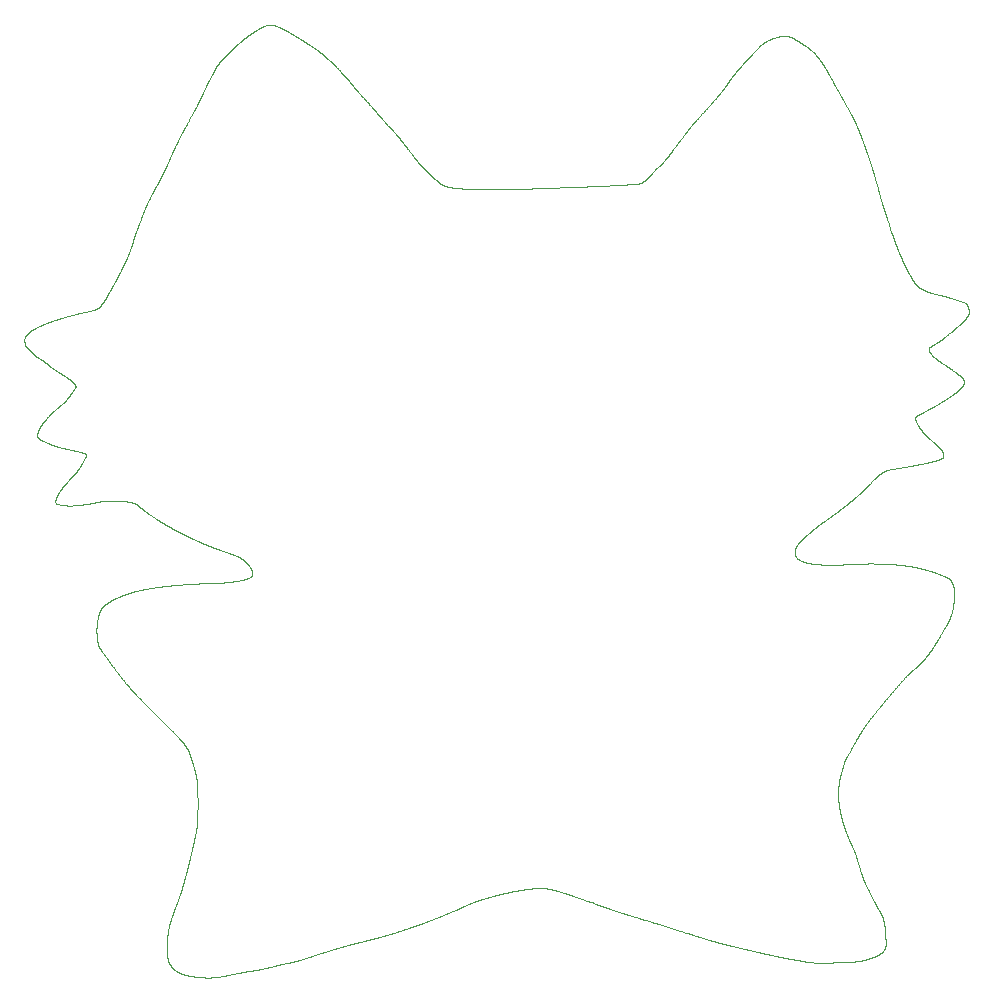
<source format=gbr>
%TF.GenerationSoftware,KiCad,Pcbnew,9.0.2*%
%TF.CreationDate,2025-06-01T15:12:09-05:00*%
%TF.ProjectId,first_pcb_project,66697273-745f-4706-9362-5f70726f6a65,rev?*%
%TF.SameCoordinates,Original*%
%TF.FileFunction,Profile,NP*%
%FSLAX46Y46*%
G04 Gerber Fmt 4.6, Leading zero omitted, Abs format (unit mm)*
G04 Created by KiCad (PCBNEW 9.0.2) date 2025-06-01 15:12:09*
%MOMM*%
%LPD*%
G01*
G04 APERTURE LIST*
%ADD10C,0.100000*%
G04 APERTURE END LIST*
D10*
X45041005Y-98348373D02*
X45036800Y-98346147D01*
X45032619Y-98343843D01*
X45028460Y-98341461D01*
X45024325Y-98339000D01*
X45020214Y-98336460D01*
X45016128Y-98333842D01*
X45012066Y-98331145D01*
X45008030Y-98328369D01*
X45004020Y-98325515D01*
X45000036Y-98322581D01*
X44996080Y-98319568D01*
X44992151Y-98316476D01*
X44988251Y-98313304D01*
X44984380Y-98310054D01*
X44980539Y-98306724D01*
X44976728Y-98303316D01*
X44972950Y-98299829D01*
X44969204Y-98296263D01*
X44965491Y-98292619D01*
X44961813Y-98288897D01*
X44958170Y-98285097D01*
X44954563Y-98281219D01*
X44950994Y-98277265D01*
X44947464Y-98273234D01*
X44943973Y-98269128D01*
X44940524Y-98264946D01*
X44937116Y-98260690D01*
X44933752Y-98256361D01*
X44930432Y-98251958D01*
X44927158Y-98247484D01*
X44923931Y-98242939D01*
X44920753Y-98238325D01*
X44917624Y-98233642D01*
X44914547Y-98228892D01*
X44911523Y-98224076D01*
X44908552Y-98219197D01*
X44905637Y-98214254D01*
X44902779Y-98209251D01*
X44899978Y-98204189D01*
X44897238Y-98199070D01*
X44894559Y-98193896D01*
X44891942Y-98188668D01*
X44889389Y-98183390D01*
X44886901Y-98178064D01*
X44884480Y-98172691D01*
X44882127Y-98167274D01*
X44879843Y-98161817D01*
X44877629Y-98156321D01*
X44875487Y-98150789D01*
X44873418Y-98145224D01*
X44871424Y-98139630D01*
X44869504Y-98134008D01*
X44867661Y-98128363D01*
X44865895Y-98122696D01*
X44864207Y-98117012D01*
X44863392Y-98114164D01*
X44862598Y-98111313D01*
X44861823Y-98108459D01*
X44861069Y-98105603D01*
X44860334Y-98102744D01*
X44859620Y-98099884D01*
X44858926Y-98097023D01*
X44858252Y-98094161D01*
X44857599Y-98091299D01*
X44856967Y-98088436D01*
X44856355Y-98085574D01*
X44855763Y-98082712D01*
X44855193Y-98079853D01*
X44854642Y-98076993D01*
X44854113Y-98074138D01*
X44853605Y-98071283D01*
X44853117Y-98068432D01*
X44852650Y-98065583D01*
X44852204Y-98062740D01*
X44851779Y-98059898D01*
X44851375Y-98057064D01*
X44850992Y-98054231D01*
X44850630Y-98051406D01*
X44850288Y-98048584D01*
X44849968Y-98045771D01*
X44849668Y-98042962D01*
X44849389Y-98040162D01*
X44849131Y-98037366D01*
X44848894Y-98034581D01*
X44848677Y-98031799D01*
X44848481Y-98029030D01*
X44848306Y-98026266D01*
X44848152Y-98023514D01*
X44848018Y-98020767D01*
X44847904Y-98018035D01*
X44847811Y-98015307D01*
X44847739Y-98012594D01*
X44847687Y-98009887D01*
X44847660Y-98007788D01*
X64223363Y-63305205D02*
X64213262Y-63309440D01*
X64203093Y-63313727D01*
X64192992Y-63318006D01*
X64182824Y-63322336D01*
X64172720Y-63326660D01*
X64162552Y-63331035D01*
X64152444Y-63335405D01*
X64142272Y-63339825D01*
X64132158Y-63344242D01*
X64121982Y-63348707D01*
X64111860Y-63353172D01*
X64101678Y-63357685D01*
X64091547Y-63362197D01*
X64081358Y-63366758D01*
X64071217Y-63371319D01*
X64061019Y-63375928D01*
X64050866Y-63380539D01*
X64040659Y-63385197D01*
X64030494Y-63389857D01*
X64020276Y-63394564D01*
X64010099Y-63399274D01*
X63999869Y-63404032D01*
X63989679Y-63408793D01*
X63979437Y-63413600D01*
X63969232Y-63418412D01*
X63958977Y-63423271D01*
X63948758Y-63428134D01*
X63938490Y-63433044D01*
X63928256Y-63437959D01*
X63917973Y-63442920D01*
X63907724Y-63447888D01*
X63897427Y-63452901D01*
X63887162Y-63457921D01*
X63876850Y-63462986D01*
X63866568Y-63468058D01*
X63856241Y-63473176D01*
X63845943Y-63478302D01*
X63835601Y-63483473D01*
X63825286Y-63488651D01*
X63814928Y-63493875D01*
X63804596Y-63499108D01*
X63794222Y-63504385D01*
X63783873Y-63509671D01*
X63773482Y-63515002D01*
X63763117Y-63520342D01*
X63752709Y-63525727D01*
X63742326Y-63531121D01*
X63731901Y-63536560D01*
X63721501Y-63542009D01*
X63711060Y-63547502D01*
X63700642Y-63553006D01*
X63690183Y-63558554D01*
X63679747Y-63564112D01*
X63669272Y-63569715D01*
X63658818Y-63575329D01*
X63648326Y-63580986D01*
X63637854Y-63586655D01*
X63627344Y-63592368D01*
X63616855Y-63598092D01*
X63606327Y-63603860D01*
X63595820Y-63609640D01*
X63585275Y-63615464D01*
X63574750Y-63621300D01*
X63564188Y-63627179D01*
X63553644Y-63633071D01*
X63543064Y-63639006D01*
X63532503Y-63644954D01*
X63521906Y-63650945D01*
X63511326Y-63656950D01*
X63500711Y-63662997D01*
X63490113Y-63669058D01*
X63479481Y-63675162D01*
X63468865Y-63681280D01*
X63458215Y-63687440D01*
X63447582Y-63693615D01*
X63436914Y-63699832D01*
X63426262Y-63706063D01*
X63415577Y-63712337D01*
X63404907Y-63718626D01*
X63394205Y-63724957D01*
X63383517Y-63731303D01*
X63372797Y-63737691D01*
X63362091Y-63744094D01*
X63351353Y-63750540D01*
X63340630Y-63757001D01*
X63329874Y-63763504D01*
X63319133Y-63770022D01*
X63308360Y-63776583D01*
X63297601Y-63783159D01*
X63286810Y-63789778D01*
X63276034Y-63796412D01*
X63265226Y-63803089D01*
X63254431Y-63809781D01*
X63243606Y-63816516D01*
X63232794Y-63823266D01*
X63221951Y-63830059D01*
X63211121Y-63836868D01*
X63200261Y-63843720D01*
X63189414Y-63850587D01*
X63178537Y-63857497D01*
X63167672Y-63864423D01*
X63156777Y-63871391D01*
X63145895Y-63878376D01*
X63134983Y-63885403D01*
X63124083Y-63892447D01*
X63113155Y-63899533D01*
X63102237Y-63906636D01*
X63091292Y-63913781D01*
X63080357Y-63920943D01*
X63069394Y-63928148D01*
X63058442Y-63935369D01*
X63047463Y-63942633D01*
X63036494Y-63949913D01*
X63025497Y-63957237D01*
X63014511Y-63964577D01*
X63003498Y-63971960D01*
X62992494Y-63979360D01*
X62981464Y-63986802D01*
X62970444Y-63994262D01*
X62959397Y-64001764D01*
X62948360Y-64009284D01*
X62937297Y-64016846D01*
X62926242Y-64024426D01*
X62915162Y-64032048D01*
X62904091Y-64039689D01*
X62892995Y-64047371D01*
X62881907Y-64055072D01*
X62870794Y-64062815D01*
X62859690Y-64070576D01*
X62848560Y-64078379D01*
X62837439Y-64086201D01*
X62826293Y-64094064D01*
X62815155Y-64101947D01*
X62803993Y-64109872D01*
X62792839Y-64117815D01*
X62781661Y-64125800D01*
X62770490Y-64133805D01*
X62759295Y-64141851D01*
X62748109Y-64149916D01*
X62736898Y-64158024D01*
X62725695Y-64166151D01*
X62714468Y-64174320D01*
X62703249Y-64182508D01*
X62692006Y-64190738D01*
X62680770Y-64198987D01*
X62669511Y-64207279D01*
X62658260Y-64215590D01*
X62646985Y-64223944D01*
X62635718Y-64232316D01*
X62624427Y-64240732D01*
X62613144Y-64249166D01*
X62601837Y-64257643D01*
X62590538Y-64266140D01*
X62579216Y-64274679D01*
X62567901Y-64283238D01*
X62556563Y-64291839D01*
X62545232Y-64300460D01*
X62533879Y-64309124D01*
X62522532Y-64317807D01*
X62511163Y-64326533D01*
X62499801Y-64335279D01*
X62488417Y-64344068D01*
X62477039Y-64352876D01*
X62465639Y-64361727D01*
X62454246Y-64370599D01*
X62442831Y-64379513D01*
X62431422Y-64388447D01*
X62419992Y-64397424D01*
X62408568Y-64406421D01*
X62397123Y-64415461D01*
X62385683Y-64424522D01*
X62374223Y-64433624D01*
X62362768Y-64442748D01*
X62351292Y-64451914D01*
X62339823Y-64461102D01*
X62328332Y-64470331D01*
X62316847Y-64479582D01*
X62305341Y-64488875D01*
X62293841Y-64498190D01*
X62282321Y-64507547D01*
X62270806Y-64516925D01*
X62259271Y-64526346D01*
X62247741Y-64535788D01*
X62236191Y-64545272D01*
X62224646Y-64554779D01*
X62213081Y-64564327D01*
X62201521Y-64573898D01*
X62189942Y-64583510D01*
X62178368Y-64593145D01*
X62166774Y-64602822D01*
X62155184Y-64612522D01*
X62143576Y-64622263D01*
X62131972Y-64632027D01*
X62120349Y-64641833D01*
X62108731Y-64651662D01*
X62097094Y-64661533D01*
X62085461Y-64671426D01*
X62073809Y-64681362D01*
X62062162Y-64691320D01*
X62050496Y-64701321D01*
X62038834Y-64711344D01*
X62027154Y-64721410D01*
X62015478Y-64731498D01*
X62003784Y-64741629D01*
X61992094Y-64751783D01*
X61980385Y-64761980D01*
X61960115Y-64779695D01*
X52463360Y-111430501D02*
X52448379Y-111435751D01*
X52433358Y-111441036D01*
X52418465Y-111446298D01*
X52403536Y-111451593D01*
X52388735Y-111456865D01*
X52373900Y-111462170D01*
X52359193Y-111467451D01*
X52344455Y-111472765D01*
X52329843Y-111478055D01*
X52315203Y-111483376D01*
X52300689Y-111488673D01*
X52286149Y-111494001D01*
X52271734Y-111499304D01*
X52257296Y-111504638D01*
X52242982Y-111509947D01*
X52228647Y-111515285D01*
X52214436Y-111520599D01*
X52200205Y-111525942D01*
X52186098Y-111531260D01*
X52171973Y-111536606D01*
X52157971Y-111541927D01*
X52143953Y-111547276D01*
X52130057Y-111552600D01*
X52116148Y-111557950D01*
X52102359Y-111563276D01*
X52088558Y-111568628D01*
X52074878Y-111573955D01*
X52061187Y-111579308D01*
X52047615Y-111584635D01*
X52034035Y-111589988D01*
X52020573Y-111595316D01*
X52007104Y-111600668D01*
X51993753Y-111605995D01*
X51980396Y-111611346D01*
X51967155Y-111616673D01*
X51953911Y-111622022D01*
X51940782Y-111627347D01*
X51927650Y-111632694D01*
X51914633Y-111638016D01*
X51901614Y-111643361D01*
X51888709Y-111648681D01*
X51875804Y-111654023D01*
X51863012Y-111659340D01*
X51850221Y-111664678D01*
X51837542Y-111669991D01*
X51824865Y-111675325D01*
X51812299Y-111680635D01*
X51799736Y-111685965D01*
X51787283Y-111691270D01*
X51774835Y-111696595D01*
X51762496Y-111701895D01*
X51750162Y-111707215D01*
X51737936Y-111712510D01*
X51725717Y-111717824D01*
X51713605Y-111723114D01*
X51701500Y-111728422D01*
X51689501Y-111733706D01*
X51677511Y-111739008D01*
X51665626Y-111744286D01*
X51653750Y-111749581D01*
X51641978Y-111754852D01*
X51630216Y-111760141D01*
X51618558Y-111765405D01*
X51606911Y-111770687D01*
X51595366Y-111775943D01*
X51583832Y-111781218D01*
X51572400Y-111786467D01*
X51560980Y-111791733D01*
X51549662Y-111796975D01*
X51538355Y-111802233D01*
X51527149Y-111807467D01*
X51515956Y-111812717D01*
X51504862Y-111817942D01*
X51493782Y-111823183D01*
X51482800Y-111828400D01*
X51471833Y-111833633D01*
X51460963Y-111838841D01*
X51450108Y-111844064D01*
X51439349Y-111849263D01*
X51428606Y-111854477D01*
X51417959Y-111859667D01*
X51407328Y-111864872D01*
X51396792Y-111870052D01*
X51386271Y-111875247D01*
X51375846Y-111880418D01*
X51365436Y-111885603D01*
X51355120Y-111890764D01*
X51344822Y-111895938D01*
X51334616Y-111901089D01*
X51324427Y-111906254D01*
X51314330Y-111911394D01*
X51304251Y-111916548D01*
X51294262Y-111921678D01*
X51284292Y-111926821D01*
X51274413Y-111931941D01*
X51264551Y-111937073D01*
X51254779Y-111942182D01*
X51245026Y-111947303D01*
X51235361Y-111952401D01*
X51225716Y-111957511D01*
X51216158Y-111962598D01*
X51206620Y-111967697D01*
X51197168Y-111972772D01*
X51187737Y-111977860D01*
X51178391Y-111982924D01*
X51169065Y-111988000D01*
X51159825Y-111993052D01*
X51150605Y-111998116D01*
X51141469Y-112003157D01*
X51132354Y-112008209D01*
X51123323Y-112013238D01*
X51114312Y-112018278D01*
X51105385Y-112023295D01*
X51096478Y-112028324D01*
X51087654Y-112033329D01*
X51078850Y-112038345D01*
X51070128Y-112043337D01*
X51061428Y-112048341D01*
X51052807Y-112053322D01*
X51044209Y-112058313D01*
X51035690Y-112063281D01*
X51027194Y-112068260D01*
X51018776Y-112073215D01*
X51010380Y-112078181D01*
X51002062Y-112083125D01*
X50993766Y-112088078D01*
X50985548Y-112093009D01*
X50977352Y-112097949D01*
X50969233Y-112102867D01*
X50961137Y-112107795D01*
X50953116Y-112112700D01*
X50945118Y-112117614D01*
X50937194Y-112122506D01*
X50929294Y-112127408D01*
X50921468Y-112132287D01*
X50913665Y-112137176D01*
X50905936Y-112142042D01*
X50898229Y-112146917D01*
X50890596Y-112151770D01*
X50882985Y-112156632D01*
X50875447Y-112161472D01*
X50867932Y-112166321D01*
X50860488Y-112171148D01*
X50853068Y-112175983D01*
X50845718Y-112180796D01*
X50838392Y-112185619D01*
X50831135Y-112190419D01*
X50823903Y-112195227D01*
X50816739Y-112200014D01*
X50809599Y-112204809D01*
X50802527Y-112209582D01*
X50795479Y-112214364D01*
X50788499Y-112219124D01*
X50781542Y-112223892D01*
X50774653Y-112228638D01*
X50767787Y-112233392D01*
X50760988Y-112238125D01*
X50754212Y-112242866D01*
X50747502Y-112247585D01*
X50740816Y-112252312D01*
X50734195Y-112257018D01*
X50727598Y-112261731D01*
X50721065Y-112266423D01*
X50714556Y-112271123D01*
X50708111Y-112275801D01*
X50701690Y-112280487D01*
X50695331Y-112285152D01*
X50688997Y-112289824D01*
X50682724Y-112294475D01*
X50676476Y-112299133D01*
X50670290Y-112303771D01*
X50664127Y-112308415D01*
X50658025Y-112313039D01*
X50651947Y-112317670D01*
X50645930Y-112322280D01*
X50639937Y-112326897D01*
X50634003Y-112331493D01*
X50628093Y-112336096D01*
X50622242Y-112340679D01*
X50616415Y-112345268D01*
X50610647Y-112349837D01*
X50604902Y-112354412D01*
X50599215Y-112358968D01*
X50593553Y-112363529D01*
X50587947Y-112368071D01*
X50582365Y-112372619D01*
X50576840Y-112377147D01*
X50571338Y-112381681D01*
X50565893Y-112386195D01*
X50560471Y-112390715D01*
X50555104Y-112395216D01*
X50549762Y-112399722D01*
X50544474Y-112404209D01*
X50539210Y-112408702D01*
X50533999Y-112413175D01*
X50528813Y-112417654D01*
X50523680Y-112422114D01*
X50518571Y-112426580D01*
X50513514Y-112431026D01*
X50508482Y-112435477D01*
X50503501Y-112439910D01*
X50498545Y-112444348D01*
X50493640Y-112448767D01*
X50488758Y-112453192D01*
X50483928Y-112457597D01*
X50479121Y-112462008D01*
X50474364Y-112466400D01*
X50469632Y-112470798D01*
X50464949Y-112475177D01*
X50460289Y-112479561D01*
X50455679Y-112483926D01*
X50451093Y-112488296D01*
X50446555Y-112492648D01*
X50442040Y-112497005D01*
X50437574Y-112501344D01*
X50433131Y-112505688D01*
X50428736Y-112510013D01*
X50424364Y-112514344D01*
X50420039Y-112518656D01*
X50415737Y-112522973D01*
X50411482Y-112527272D01*
X50407250Y-112531577D01*
X50403064Y-112535863D01*
X50398901Y-112540153D01*
X50394784Y-112544426D01*
X50390690Y-112548704D01*
X50386640Y-112552964D01*
X50382614Y-112557229D01*
X50378632Y-112561476D01*
X50374673Y-112565728D01*
X50370758Y-112569962D01*
X50366866Y-112574201D01*
X50363017Y-112578423D01*
X50359191Y-112582649D01*
X50355407Y-112586858D01*
X50351647Y-112591071D01*
X50347929Y-112595267D01*
X50344233Y-112599468D01*
X50340580Y-112603652D01*
X50336949Y-112607840D01*
X50333359Y-112612011D01*
X50329792Y-112616187D01*
X50326266Y-112620345D01*
X50322762Y-112624509D01*
X50319298Y-112628655D01*
X50315858Y-112632806D01*
X50312456Y-112636940D01*
X50309078Y-112641078D01*
X50305738Y-112645201D01*
X50302421Y-112649327D01*
X50299143Y-112653437D01*
X50295887Y-112657551D01*
X50292669Y-112661649D01*
X50289474Y-112665751D01*
X50286316Y-112669838D01*
X50283181Y-112673928D01*
X50280083Y-112678002D01*
X50277008Y-112682081D01*
X50273969Y-112686144D01*
X50270952Y-112690210D01*
X50267972Y-112694262D01*
X50265014Y-112698317D01*
X50262091Y-112702357D01*
X50259191Y-112706400D01*
X50256326Y-112710429D01*
X50253484Y-112714461D01*
X50250676Y-112718478D01*
X50247890Y-112722499D01*
X50245139Y-112726505D01*
X50242410Y-112730515D01*
X50239715Y-112734510D01*
X50237041Y-112738509D01*
X50234402Y-112742493D01*
X50231784Y-112746481D01*
X50229200Y-112750454D01*
X50226637Y-112754431D01*
X50224107Y-112758394D01*
X50221599Y-112762360D01*
X50219123Y-112766312D01*
X50216669Y-112770268D01*
X50214247Y-112774209D01*
X50211847Y-112778155D01*
X50209478Y-112782086D01*
X50207131Y-112786021D01*
X50204815Y-112789942D01*
X50202520Y-112793867D01*
X50200257Y-112797778D01*
X50198014Y-112801693D01*
X50195803Y-112805594D01*
X50193612Y-112809499D01*
X50191452Y-112813391D01*
X50189313Y-112817286D01*
X50187204Y-112821168D01*
X50185116Y-112825053D01*
X50183057Y-112828926D01*
X50181020Y-112832801D01*
X50179011Y-112836665D01*
X50177024Y-112840531D01*
X50175066Y-112844385D01*
X50173128Y-112848242D01*
X50171219Y-112852088D01*
X50169331Y-112855936D01*
X50167471Y-112859772D01*
X50165632Y-112863611D01*
X50163820Y-112867439D01*
X50162030Y-112871269D01*
X50160267Y-112875088D01*
X50158524Y-112878910D01*
X50156809Y-112882721D01*
X50155115Y-112886534D01*
X50153447Y-112890336D01*
X50151800Y-112894142D01*
X50150180Y-112897936D01*
X50148580Y-112901733D01*
X50147006Y-112905519D01*
X50145453Y-112909309D01*
X50143926Y-112913087D01*
X50142420Y-112916868D01*
X50140939Y-112920639D01*
X50139479Y-112924413D01*
X50138600Y-112926711D01*
X118747236Y-109102563D02*
X118721608Y-109098441D01*
X118708483Y-109096361D01*
X118695182Y-109094273D01*
X118681664Y-109092171D01*
X118667972Y-109090063D01*
X118654071Y-109087943D01*
X118639995Y-109085816D01*
X118625719Y-109083680D01*
X118611268Y-109081538D01*
X118596625Y-109079387D01*
X118581809Y-109077232D01*
X118566808Y-109075069D01*
X118551635Y-109072903D01*
X118536286Y-109070731D01*
X118520766Y-109068556D01*
X118505078Y-109066377D01*
X118489221Y-109064196D01*
X118473204Y-109062012D01*
X118457020Y-109059826D01*
X118440683Y-109057640D01*
X118424182Y-109055452D01*
X118407536Y-109053265D01*
X118390727Y-109051077D01*
X118373782Y-109048892D01*
X118356675Y-109046706D01*
X118339440Y-109044524D01*
X118322046Y-109042342D01*
X118304532Y-109040165D01*
X118286860Y-109037989D01*
X118269076Y-109035819D01*
X118251136Y-109033651D01*
X118233092Y-109031490D01*
X118214894Y-109029331D01*
X118196598Y-109027181D01*
X118178152Y-109025034D01*
X118159615Y-109022896D01*
X118140929Y-109020761D01*
X118122159Y-109018637D01*
X118103244Y-109016517D01*
X118084251Y-109014408D01*
X118065114Y-109012303D01*
X118045906Y-109010211D01*
X118026558Y-109008124D01*
X118007144Y-109006050D01*
X117987591Y-109003982D01*
X117967979Y-109001927D01*
X117948232Y-108999879D01*
X117928430Y-108997845D01*
X117908496Y-108995818D01*
X117888513Y-108993806D01*
X117868399Y-108991801D01*
X117848242Y-108989812D01*
X117827956Y-108987830D01*
X117807633Y-108985865D01*
X117787184Y-108983908D01*
X117766702Y-108981969D01*
X117746095Y-108980037D01*
X117725461Y-108978124D01*
X117704706Y-108976219D01*
X117683926Y-108974332D01*
X117663028Y-108972455D01*
X117642110Y-108970596D01*
X117621075Y-108968747D01*
X117600026Y-108966917D01*
X117578861Y-108965097D01*
X117557686Y-108963296D01*
X117536398Y-108961506D01*
X117515103Y-108959735D01*
X117493697Y-108957976D01*
X117472288Y-108956236D01*
X117450771Y-108954508D01*
X117429254Y-108952800D01*
X117407631Y-108951104D01*
X117386011Y-108949428D01*
X117364287Y-108947765D01*
X117342570Y-108946122D01*
X117320751Y-108944491D01*
X117298941Y-108942882D01*
X117277032Y-108941285D01*
X117255135Y-108939709D01*
X117233141Y-108938147D01*
X117211162Y-108936605D01*
X117189087Y-108935077D01*
X117167030Y-108933571D01*
X117144879Y-108932078D01*
X117122748Y-108930607D01*
X117100526Y-108929150D01*
X117078326Y-108927715D01*
X117056037Y-108926294D01*
X117033773Y-108924894D01*
X117011420Y-108923510D01*
X116989095Y-108922147D01*
X116966684Y-108920799D01*
X116944302Y-108919473D01*
X116921835Y-108918162D01*
X116899400Y-108916873D01*
X116876883Y-108915599D01*
X116854398Y-108914348D01*
X116831833Y-108913112D01*
X116809302Y-108911898D01*
X116786693Y-108910700D01*
X116764120Y-108909524D01*
X116741470Y-108908365D01*
X116718857Y-108907227D01*
X116696170Y-108906106D01*
X116673522Y-108905007D01*
X116650800Y-108903924D01*
X116628119Y-108902863D01*
X116605366Y-108901819D01*
X116582655Y-108900798D01*
X116559873Y-108899793D01*
X116537136Y-108898810D01*
X116514329Y-108897844D01*
X116491567Y-108896901D01*
X116468738Y-108895974D01*
X116445954Y-108895070D01*
X116423105Y-108894183D01*
X116400303Y-108893319D01*
X116377436Y-108892471D01*
X116354618Y-108891646D01*
X116331736Y-108890839D01*
X116308904Y-108890053D01*
X116286010Y-108889285D01*
X116263167Y-108888540D01*
X116240263Y-108887812D01*
X116217410Y-108887106D01*
X116194498Y-108886418D01*
X116171639Y-108885752D01*
X116148722Y-108885105D01*
X116125858Y-108884479D01*
X116102937Y-108883872D01*
X116080070Y-108883286D01*
X116057148Y-108882719D01*
X116034281Y-108882173D01*
X116011360Y-108881646D01*
X115988494Y-108881140D01*
X115965575Y-108880654D01*
X115942712Y-108880189D01*
X115919798Y-108879742D01*
X115896941Y-108879317D01*
X115874032Y-108878911D01*
X115851182Y-108878527D01*
X115828282Y-108878161D01*
X115805440Y-108877817D01*
X115782550Y-108877491D01*
X115759718Y-108877187D01*
X115736840Y-108876903D01*
X115714020Y-108876639D01*
X115691154Y-108876394D01*
X115668348Y-108876171D01*
X115645497Y-108875967D01*
X115622706Y-108875783D01*
X115599871Y-108875620D01*
X115577096Y-108875477D01*
X115554279Y-108875353D01*
X115531522Y-108875251D01*
X115508724Y-108875168D01*
X115485987Y-108875105D01*
X115463208Y-108875062D01*
X115440492Y-108875040D01*
X115417735Y-108875037D01*
X115395041Y-108875055D01*
X115372307Y-108875093D01*
X115349636Y-108875151D01*
X115326926Y-108875228D01*
X115304280Y-108875326D01*
X115281596Y-108875444D01*
X115258975Y-108875582D01*
X115236317Y-108875740D01*
X115213723Y-108875918D01*
X115191093Y-108876116D01*
X115168527Y-108876334D01*
X115145926Y-108876572D01*
X115123389Y-108876829D01*
X115100818Y-108877107D01*
X115078311Y-108877405D01*
X115055771Y-108877722D01*
X115033295Y-108878059D01*
X115010787Y-108878417D01*
X114988343Y-108878793D01*
X114965868Y-108879190D01*
X114943457Y-108879607D01*
X114921016Y-108880043D01*
X114898639Y-108880499D01*
X114876232Y-108880975D01*
X114853891Y-108881470D01*
X114831520Y-108881986D01*
X114809214Y-108882520D01*
X114786879Y-108883075D01*
X114764610Y-108883649D01*
X114742313Y-108884243D01*
X114720082Y-108884856D01*
X114697823Y-108885489D01*
X114675629Y-108886141D01*
X114653409Y-108886814D01*
X114631255Y-108887504D01*
X114609075Y-108888216D01*
X114586960Y-108888945D01*
X114564820Y-108889696D01*
X114542747Y-108890464D01*
X114520648Y-108891253D01*
X114498615Y-108892060D01*
X114476559Y-108892888D01*
X114454568Y-108893734D01*
X114432554Y-108894600D01*
X114410606Y-108895484D01*
X114388635Y-108896389D01*
X114366730Y-108897312D01*
X114344803Y-108898255D01*
X114322942Y-108899216D01*
X114301059Y-108900198D01*
X114279243Y-108901196D01*
X114257405Y-108902216D01*
X114235634Y-108903253D01*
X114213842Y-108904311D01*
X114192117Y-108905386D01*
X114170371Y-108906482D01*
X114148691Y-108907595D01*
X114126993Y-108908728D01*
X114105360Y-108909879D01*
X114083708Y-108911050D01*
X114070065Y-108911799D01*
X88194811Y-136420988D02*
X88217258Y-136425641D01*
X88240069Y-136430451D01*
X88263251Y-136435421D01*
X88286807Y-136440553D01*
X88310743Y-136445849D01*
X88335064Y-136451312D01*
X88359774Y-136456945D01*
X88384879Y-136462750D01*
X88410384Y-136468729D01*
X88436294Y-136474885D01*
X88462615Y-136481221D01*
X88489352Y-136487740D01*
X88516511Y-136494443D01*
X88544098Y-136501334D01*
X88572118Y-136508416D01*
X88600578Y-136515692D01*
X88629483Y-136523163D01*
X88658841Y-136530834D01*
X88688657Y-136538708D01*
X88718939Y-136546787D01*
X88749692Y-136555074D01*
X88780925Y-136563573D01*
X88812644Y-136572287D01*
X88844858Y-136581220D01*
X88877573Y-136590375D01*
X88910797Y-136599755D01*
X88944540Y-136609364D01*
X88978809Y-136619206D01*
X89013614Y-136629285D01*
X89048964Y-136639605D01*
X89084869Y-136650169D01*
X89121338Y-136660983D01*
X89158383Y-136672051D01*
X89196015Y-136683377D01*
X89234245Y-136694967D01*
X89273086Y-136706825D01*
X89312551Y-136718956D01*
X89352655Y-136731367D01*
X89393410Y-136744064D01*
X89434835Y-136757052D01*
X89476944Y-136770338D01*
X89519757Y-136783929D01*
X89563293Y-136797834D01*
X89607573Y-136812059D01*
X89652619Y-136826615D01*
X89698457Y-136841509D01*
X89745113Y-136856753D01*
X89792617Y-136872357D01*
X89841003Y-136888335D01*
X89890306Y-136904699D01*
X89940568Y-136921465D01*
X89991835Y-136938649D01*
X90044157Y-136956271D01*
X90097596Y-136974352D01*
X90152217Y-136992916D01*
X90208101Y-137011994D01*
X90265340Y-137031617D01*
X90324044Y-137051826D01*
X90384344Y-137072667D01*
X90446402Y-137094199D01*
X90510418Y-137116494D01*
X90576646Y-137139642D01*
X90645418Y-137163761D01*
X90717180Y-137189012D01*
X90792558Y-137215617D01*
X90872482Y-137243908D01*
X90958433Y-137274414D01*
X91053071Y-137308081D01*
X91141937Y-137339753D01*
X103520462Y-141223830D02*
X103619233Y-141247261D01*
X103718742Y-141270844D01*
X103812836Y-141293123D01*
X103907485Y-141315511D01*
X103997661Y-141336821D01*
X104088256Y-141358207D01*
X104175023Y-141378669D01*
X104262101Y-141399183D01*
X104345820Y-141418885D01*
X104429763Y-141438618D01*
X104510703Y-141457623D01*
X104591796Y-141476644D01*
X104670163Y-141495004D01*
X104748624Y-141513365D01*
X104824582Y-141531120D01*
X104900585Y-141548863D01*
X104974268Y-141566044D01*
X105047952Y-141583205D01*
X105119472Y-141599840D01*
X105190956Y-141616446D01*
X105260406Y-141632559D01*
X105329789Y-141648635D01*
X105397252Y-141664245D01*
X105464621Y-141679813D01*
X105530168Y-141694938D01*
X105595597Y-141710016D01*
X105659292Y-141724673D01*
X105722848Y-141739277D01*
X105784750Y-141753481D01*
X105846493Y-141767627D01*
X105906653Y-141781389D01*
X105966640Y-141795091D01*
X106025107Y-141808425D01*
X106083386Y-141821696D01*
X106140204Y-141834613D01*
X106196823Y-141847463D01*
X106252036Y-141859974D01*
X106307038Y-141872416D01*
X106360684Y-141884531D01*
X106414111Y-141896576D01*
X106466228Y-141908304D01*
X106518118Y-141919961D01*
X106568742Y-141931312D01*
X106619132Y-141942590D01*
X106668298Y-141953574D01*
X106717224Y-141964483D01*
X106764964Y-141975107D01*
X106812459Y-141985655D01*
X106858806Y-141995928D01*
X106904904Y-142006125D01*
X106949887Y-142016055D01*
X106994619Y-142025909D01*
X107038270Y-142035503D01*
X107081666Y-142045021D01*
X107124013Y-142054289D01*
X107166104Y-142063479D01*
X107207176Y-142072427D01*
X107247991Y-142081297D01*
X107287815Y-142089932D01*
X107327382Y-142098490D01*
X107365986Y-142106819D01*
X107404332Y-142115072D01*
X107441743Y-142123103D01*
X107478895Y-142131058D01*
X107515138Y-142138797D01*
X107551124Y-142146461D01*
X107586225Y-142153916D01*
X107621070Y-142161296D01*
X107655055Y-142168473D01*
X107688784Y-142175575D01*
X107721677Y-142182481D01*
X107754316Y-142189313D01*
X107786141Y-142195954D01*
X107817715Y-142202521D01*
X107848497Y-142208904D01*
X107879029Y-142215214D01*
X107908791Y-142221344D01*
X107938305Y-142227402D01*
X107967071Y-142233287D01*
X107995591Y-142239100D01*
X108023383Y-142244745D01*
X108050932Y-142250319D01*
X108077773Y-142255730D01*
X108104375Y-142261072D01*
X108130287Y-142266255D01*
X108155962Y-142271370D01*
X108180968Y-142276331D01*
X108205740Y-142281225D01*
X108229861Y-142285970D01*
X108253751Y-142290649D01*
X108277008Y-142295183D01*
X108300038Y-142299653D01*
X108322452Y-142303982D01*
X108344643Y-142308248D01*
X108366236Y-142312379D01*
X108387609Y-142316447D01*
X108408400Y-142320383D01*
X108428976Y-142324258D01*
X108448986Y-142328007D01*
X108468784Y-142331695D01*
X108488034Y-142335260D01*
X108507075Y-142338766D01*
X108525583Y-142342154D01*
X108543887Y-142345484D01*
X108561673Y-142348699D01*
X108579259Y-142351857D01*
X108596342Y-142354905D01*
X108613230Y-142357897D01*
X108629629Y-142360783D01*
X108645837Y-142363614D01*
X108661571Y-142366342D01*
X108677118Y-142369017D01*
X108692205Y-142371592D01*
X108707109Y-142374116D01*
X108721568Y-142376544D01*
X108735847Y-142378921D01*
X108749695Y-142381207D01*
X108763367Y-142383442D01*
X108776621Y-142385590D01*
X108789705Y-142387688D01*
X108802383Y-142389702D01*
X108814894Y-142391669D01*
X108827014Y-142393553D01*
X108838970Y-142395392D01*
X108850547Y-142397152D01*
X108861966Y-142398868D01*
X108873017Y-142400508D01*
X108883915Y-142402105D01*
X108894457Y-142403630D01*
X108904849Y-142405112D01*
X108914897Y-142406526D01*
X108924800Y-142407898D01*
X108934371Y-142409204D01*
X108943800Y-142410470D01*
X108952909Y-142411673D01*
X108961880Y-142412838D01*
X108970542Y-142413942D01*
X108979070Y-142415008D01*
X108987300Y-142416017D01*
X108995401Y-142416990D01*
X109001972Y-142417764D01*
X100908367Y-71033584D02*
X100893772Y-71049385D01*
X100879269Y-71065115D01*
X100864836Y-71080800D01*
X100850494Y-71096415D01*
X100836218Y-71111987D01*
X100822032Y-71127491D01*
X100807908Y-71142956D01*
X100793872Y-71158355D01*
X100779896Y-71173718D01*
X100766006Y-71189015D01*
X100752171Y-71204281D01*
X100738422Y-71219482D01*
X100711111Y-71249767D01*
X100684063Y-71279878D01*
X100657268Y-71309828D01*
X100630715Y-71339626D01*
X100604393Y-71369283D01*
X100578292Y-71398812D01*
X100552401Y-71428222D01*
X100526709Y-71457528D01*
X100501204Y-71486740D01*
X100475875Y-71515871D01*
X100450710Y-71544936D01*
X100425696Y-71573947D01*
X100400820Y-71602919D01*
X100376069Y-71631868D01*
X100351429Y-71660809D01*
X100326885Y-71689760D01*
X100302423Y-71718737D01*
X100278025Y-71747761D01*
X100253676Y-71776850D01*
X100229356Y-71806028D01*
X100205046Y-71835317D01*
X100180726Y-71864743D01*
X100156373Y-71894334D01*
X100131963Y-71924119D01*
X100107468Y-71954131D01*
X100082860Y-71984408D01*
X100058106Y-72014991D01*
X100033168Y-72045924D01*
X100008008Y-72077262D01*
X99982577Y-72109062D01*
X99956822Y-72141393D01*
X99930680Y-72174337D01*
X99904078Y-72207987D01*
X99876929Y-72242457D01*
X99849125Y-72277886D01*
X99820532Y-72314445D01*
X99790983Y-72352356D01*
X99760255Y-72391905D01*
X99728048Y-72433487D01*
X99693929Y-72477661D01*
X99657243Y-72525287D01*
X99616885Y-72577802D01*
X99570704Y-72638017D01*
X99513126Y-72713204D01*
X99484892Y-72750094D01*
X99411067Y-72846530D01*
X99373713Y-72895268D01*
X99336003Y-72944406D01*
X99297887Y-72993984D01*
X99259320Y-73044041D01*
X99239852Y-73069262D01*
X99220253Y-73094618D01*
X99200517Y-73120113D01*
X99180639Y-73145753D01*
X54727268Y-77263793D02*
X54709389Y-77296894D01*
X54691544Y-77329980D01*
X54675687Y-77359424D01*
X54659860Y-77388859D01*
X54645346Y-77415896D01*
X54630858Y-77442929D01*
X54617334Y-77468208D01*
X54603834Y-77493486D01*
X54591086Y-77517400D01*
X54578361Y-77541315D01*
X54566247Y-77564127D01*
X54554155Y-77586940D01*
X54542574Y-77608834D01*
X54531015Y-77630731D01*
X54519892Y-77651844D01*
X54508791Y-77672962D01*
X54498069Y-77693401D01*
X54487368Y-77713844D01*
X54477001Y-77733692D01*
X54466655Y-77753545D01*
X54456608Y-77772869D01*
X54446581Y-77792200D01*
X54436822Y-77811055D01*
X54427084Y-77829918D01*
X54417589Y-77848351D01*
X54408114Y-77866792D01*
X54398861Y-77884843D01*
X54389628Y-77902902D01*
X54380600Y-77920604D01*
X54371590Y-77938314D01*
X54362771Y-77955695D01*
X54353969Y-77973086D01*
X54345344Y-77990173D01*
X54336737Y-78007268D01*
X54328295Y-78024083D01*
X54319870Y-78040906D01*
X54311600Y-78057468D01*
X54303347Y-78074039D01*
X54295239Y-78090365D01*
X54287148Y-78106701D01*
X54279193Y-78122808D01*
X54271257Y-78138925D01*
X54263448Y-78154827D01*
X54255658Y-78170738D01*
X54247988Y-78186448D01*
X54240337Y-78202167D01*
X54232800Y-78217695D01*
X54225282Y-78233234D01*
X54217873Y-78248592D01*
X54210481Y-78263961D01*
X54203194Y-78279159D01*
X54195924Y-78294368D01*
X54188754Y-78309414D01*
X54181601Y-78324471D01*
X54174544Y-78339374D01*
X54167504Y-78354288D01*
X54160555Y-78369055D01*
X54153624Y-78383834D01*
X54146780Y-78398473D01*
X54139953Y-78413123D01*
X54133211Y-78427639D01*
X54126485Y-78442167D01*
X54119841Y-78456568D01*
X54113214Y-78470980D01*
X54106664Y-78485271D01*
X54100132Y-78499573D01*
X54093675Y-78513758D01*
X54087234Y-78527956D01*
X54080867Y-78542041D01*
X54074516Y-78556139D01*
X54068235Y-78570129D01*
X54061972Y-78584132D01*
X54055776Y-78598031D01*
X54049597Y-78611943D01*
X54043483Y-78625756D01*
X54037387Y-78639581D01*
X54031354Y-78653311D01*
X54025338Y-78667053D01*
X54019383Y-78680704D01*
X54013446Y-78694368D01*
X54007568Y-78707943D01*
X54001707Y-78721532D01*
X53995904Y-78735035D01*
X53990118Y-78748551D01*
X53984389Y-78761985D01*
X53978676Y-78775433D01*
X53973018Y-78788801D01*
X53967377Y-78802182D01*
X53958983Y-78822190D01*
X119332621Y-96339258D02*
X119355673Y-96327745D01*
X119378829Y-96316157D01*
X119402091Y-96304494D01*
X119425449Y-96292760D01*
X119448887Y-96280964D01*
X119472410Y-96269102D01*
X119495986Y-96257191D01*
X119519638Y-96245219D01*
X119543316Y-96233213D01*
X119567061Y-96221149D01*
X119590804Y-96209063D01*
X119614607Y-96196925D01*
X119638382Y-96184778D01*
X119662206Y-96172584D01*
X119685978Y-96160394D01*
X119709791Y-96148160D01*
X119733527Y-96135944D01*
X119757294Y-96123688D01*
X119780963Y-96111461D01*
X119804654Y-96099199D01*
X119828224Y-96086978D01*
X119851808Y-96074726D01*
X119875251Y-96062526D01*
X119898700Y-96050299D01*
X119921987Y-96038134D01*
X119945273Y-96025947D01*
X119968379Y-96013832D01*
X119991477Y-96001698D01*
X120014377Y-95989645D01*
X120037262Y-95977578D01*
X120059934Y-95965600D01*
X120082583Y-95953611D01*
X120105006Y-95941720D01*
X120127398Y-95929821D01*
X120149552Y-95918027D01*
X120171669Y-95906230D01*
X120193535Y-95894543D01*
X120215359Y-95882857D01*
X120236921Y-95871287D01*
X120258435Y-95859721D01*
X120279679Y-95848277D01*
X120300869Y-95836839D01*
X120321780Y-95825529D01*
X120342633Y-95814227D01*
X120363200Y-95803057D01*
X120383704Y-95791899D01*
X120403916Y-95780877D01*
X120424060Y-95769869D01*
X120443907Y-95759000D01*
X120463682Y-95748147D01*
X120483156Y-95737437D01*
X120502555Y-95726745D01*
X120521650Y-95716198D01*
X120540665Y-95705672D01*
X120559373Y-95695292D01*
X120578000Y-95684935D01*
X120596317Y-95674727D01*
X120614550Y-95664543D01*
X120632472Y-95654509D01*
X120650308Y-95644501D01*
X120667832Y-95634644D01*
X120685267Y-95624814D01*
X120702391Y-95615137D01*
X120719424Y-95605487D01*
X120736147Y-95595991D01*
X120752777Y-95586524D01*
X120769097Y-95577210D01*
X120785323Y-95567927D01*
X120801241Y-95558796D01*
X120817064Y-95549697D01*
X120832581Y-95540751D01*
X120848000Y-95531838D01*
X120863117Y-95523076D01*
X120878136Y-95514348D01*
X120889704Y-95507609D01*
X55922589Y-139986905D02*
X55920525Y-139999831D01*
X55918473Y-140012810D01*
X55916433Y-140025837D01*
X55914406Y-140038916D01*
X55912392Y-140052038D01*
X55910391Y-140065211D01*
X55908404Y-140078422D01*
X55906430Y-140091682D01*
X55904471Y-140104976D01*
X55902526Y-140118318D01*
X55900596Y-140131689D01*
X55898680Y-140145105D01*
X55896781Y-140158547D01*
X55894896Y-140172033D01*
X55893028Y-140185540D01*
X55891175Y-140199089D01*
X55889339Y-140212654D01*
X55887519Y-140226260D01*
X55885717Y-140239878D01*
X55883930Y-140253536D01*
X55882162Y-140267201D01*
X55880410Y-140280904D01*
X55878677Y-140294611D01*
X55876960Y-140308353D01*
X55875263Y-140322095D01*
X55873582Y-140335872D01*
X55871922Y-140349645D01*
X55870279Y-140363450D01*
X55868656Y-140377247D01*
X55867050Y-140391076D01*
X55865465Y-140404892D01*
X55863898Y-140418739D01*
X55862352Y-140432569D01*
X55860823Y-140446429D01*
X55859317Y-140460268D01*
X55857828Y-140474135D01*
X55856361Y-140487979D01*
X55854912Y-140501848D01*
X55853486Y-140515691D01*
X55852078Y-140529559D01*
X55850692Y-140543396D01*
X55849325Y-140557257D01*
X55847981Y-140571084D01*
X55846655Y-140584933D01*
X55845353Y-140598747D01*
X55844069Y-140612580D01*
X55842809Y-140626374D01*
X55841567Y-140640187D01*
X55840349Y-140653959D01*
X55839150Y-140667748D01*
X55837975Y-140681493D01*
X55836819Y-140695253D01*
X55835686Y-140708967D01*
X55834573Y-140722695D01*
X55833483Y-140736375D01*
X55832413Y-140750067D01*
X55831367Y-140763708D01*
X55830340Y-140777361D01*
X55829338Y-140790960D01*
X55828355Y-140804571D01*
X55827395Y-140818125D01*
X55826456Y-140831689D01*
X55825540Y-140845194D01*
X55824644Y-140858709D01*
X55823772Y-140872163D01*
X55822920Y-140885624D01*
X55822092Y-140899024D01*
X55821284Y-140912430D01*
X55820499Y-140925773D01*
X55819734Y-140939120D01*
X55818994Y-140952403D01*
X55818273Y-140965689D01*
X55817575Y-140978909D01*
X55816898Y-140992132D01*
X55816244Y-141005286D01*
X55815611Y-141018443D01*
X55815001Y-141031530D01*
X55814410Y-141044618D01*
X55813844Y-141057635D01*
X55813297Y-141070652D01*
X55812773Y-141083597D01*
X55812270Y-141096541D01*
X55811789Y-141109411D01*
X55811329Y-141122280D01*
X55810891Y-141135075D01*
X55810474Y-141147867D01*
X55810079Y-141160584D01*
X55809704Y-141173297D01*
X55809352Y-141185934D01*
X55809020Y-141198566D01*
X55808710Y-141211121D01*
X55808420Y-141223672D01*
X55808152Y-141236144D01*
X55807905Y-141248611D01*
X55807678Y-141260998D01*
X55807473Y-141273380D01*
X55807288Y-141285682D01*
X55807124Y-141297976D01*
X55806981Y-141310191D01*
X55806858Y-141322397D01*
X55806756Y-141334523D01*
X55806674Y-141346641D01*
X55806613Y-141358677D01*
X55806572Y-141370704D01*
X55806551Y-141382650D01*
X55806550Y-141394585D01*
X55806570Y-141406439D01*
X55806609Y-141418282D01*
X55806669Y-141430043D01*
X55806748Y-141441793D01*
X55806847Y-141453461D01*
X55806966Y-141465116D01*
X55807104Y-141476689D01*
X55807262Y-141488250D01*
X55807439Y-141499728D01*
X55807636Y-141511193D01*
X55807851Y-141522574D01*
X55808087Y-141533943D01*
X55808340Y-141545228D01*
X55808614Y-141556500D01*
X55808905Y-141567688D01*
X55809217Y-141578862D01*
X55809546Y-141589953D01*
X55809894Y-141601029D01*
X55810260Y-141612022D01*
X55810646Y-141622999D01*
X55811049Y-141633893D01*
X55811472Y-141644772D01*
X55811911Y-141655567D01*
X55812370Y-141666347D01*
X55812845Y-141677043D01*
X55813340Y-141687723D01*
X55813850Y-141698320D01*
X55814381Y-141708900D01*
X55814927Y-141719397D01*
X55815492Y-141729877D01*
X55816073Y-141740275D01*
X55816673Y-141750655D01*
X55817289Y-141760952D01*
X55817923Y-141771232D01*
X55818573Y-141781429D01*
X55819241Y-141791609D01*
X55819925Y-141801706D01*
X55820627Y-141811785D01*
X55821343Y-141821782D01*
X55822079Y-141831761D01*
X55822828Y-141841658D01*
X55823597Y-141851536D01*
X55824379Y-141861334D01*
X55825179Y-141871111D01*
X55825993Y-141880809D01*
X55826826Y-141890486D01*
X55827672Y-141900083D01*
X55828536Y-141909661D01*
X55829414Y-141919158D01*
X55830309Y-141928636D01*
X55831217Y-141938034D01*
X55832144Y-141947412D01*
X55833083Y-141956710D01*
X55834040Y-141965988D01*
X55835008Y-141975188D01*
X55835995Y-141984366D01*
X55836994Y-141993467D01*
X55838011Y-142002546D01*
X55839039Y-142011548D01*
X55840085Y-142020529D01*
X55841142Y-142029432D01*
X55842217Y-142038315D01*
X55843303Y-142047120D01*
X55844406Y-142055904D01*
X55845520Y-142064612D01*
X55846651Y-142073298D01*
X55847793Y-142081908D01*
X55848952Y-142090497D01*
X55850122Y-142099010D01*
X55851308Y-142107502D01*
X55852505Y-142115918D01*
X55853718Y-142124313D01*
X55854941Y-142132633D01*
X55856181Y-142140932D01*
X55857431Y-142149157D01*
X55858697Y-142157359D01*
X55859972Y-142165488D01*
X55861265Y-142173596D01*
X55862565Y-142181630D01*
X55863883Y-142189642D01*
X55865209Y-142197582D01*
X55866552Y-142205500D01*
X55867903Y-142213346D01*
X55869270Y-142221170D01*
X55870646Y-142228922D01*
X55872037Y-142236652D01*
X55873437Y-142244312D01*
X55874853Y-142251949D01*
X55876276Y-142259517D01*
X55877715Y-142267061D01*
X55879162Y-142274537D01*
X55880625Y-142281990D01*
X55882094Y-142289374D01*
X55883580Y-142296735D01*
X55885072Y-142304028D01*
X55886580Y-142311299D01*
X55888095Y-142318502D01*
X55889625Y-142325682D01*
X55891162Y-142332796D01*
X55892714Y-142339886D01*
X55894272Y-142346911D01*
X55895846Y-142353912D01*
X55897426Y-142360848D01*
X55899021Y-142367761D01*
X55900621Y-142374609D01*
X55902237Y-142381435D01*
X55903858Y-142388195D01*
X55905494Y-142394933D01*
X55907136Y-142401607D01*
X55908792Y-142408258D01*
X55910454Y-142414846D01*
X55912130Y-142421411D01*
X55913811Y-142427914D01*
X55915507Y-142434394D01*
X55917208Y-142440811D01*
X55918923Y-142447206D01*
X55920642Y-142453540D01*
X55922376Y-142459850D01*
X55924114Y-142466100D01*
X55925867Y-142472328D01*
X55927624Y-142478495D01*
X55929395Y-142484639D01*
X55931169Y-142490724D01*
X55932958Y-142496786D01*
X55934751Y-142502789D01*
X55936557Y-142508769D01*
X55938367Y-142514692D01*
X55940191Y-142520591D01*
X55942018Y-142526433D01*
X55943860Y-142532252D01*
X55945704Y-142538014D01*
X55947562Y-142543754D01*
X55949423Y-142549437D01*
X55951297Y-142555098D01*
X55953174Y-142560702D01*
X55955065Y-142566285D01*
X55956958Y-142571812D01*
X55958865Y-142577317D01*
X55960774Y-142582767D01*
X55962697Y-142588194D01*
X55964621Y-142593568D01*
X55966560Y-142598919D01*
X55968499Y-142604217D01*
X55970453Y-142609493D01*
X55972408Y-142614716D01*
X55974376Y-142619917D01*
X55976346Y-142625065D01*
X55978329Y-142630192D01*
X55980313Y-142635267D01*
X55982310Y-142640319D01*
X55984309Y-142645321D01*
X55986321Y-142650301D01*
X55988334Y-142655230D01*
X55990359Y-142660138D01*
X55992386Y-142664995D01*
X55994425Y-142669831D01*
X55996465Y-142674618D01*
X55998518Y-142679383D01*
X56000572Y-142684099D01*
X56002638Y-142688793D01*
X56004705Y-142693440D01*
X56006784Y-142698064D01*
X56008864Y-142702642D01*
X56010956Y-142707198D01*
X56013049Y-142711706D01*
X56015154Y-142716194D01*
X56017259Y-142720635D01*
X56019376Y-142725055D01*
X56021494Y-142729429D01*
X56023624Y-142733781D01*
X56025753Y-142738089D01*
X56027895Y-142742375D01*
X56030037Y-142746617D01*
X56032191Y-142750837D01*
X56034344Y-142755014D01*
X56036510Y-142759169D01*
X56038675Y-142763281D01*
X56040852Y-142767372D01*
X56043029Y-142771420D01*
X56045217Y-142775447D01*
X56047405Y-142779432D01*
X56049605Y-142783396D01*
X56051804Y-142787318D01*
X56054015Y-142791220D01*
X56056225Y-142795080D01*
X56058447Y-142798919D01*
X56060668Y-142802718D01*
X56062900Y-142806496D01*
X56065132Y-142810234D01*
X56067375Y-142813951D01*
X56069618Y-142817629D01*
X56071871Y-142821286D01*
X56074328Y-142825230D01*
X109891636Y-106575989D02*
X109904767Y-106563738D01*
X109917850Y-106551559D01*
X109930891Y-106539446D01*
X109943885Y-106527404D01*
X109956840Y-106515425D01*
X109969748Y-106503517D01*
X109982621Y-106491669D01*
X109995447Y-106479891D01*
X110008240Y-106468170D01*
X110020987Y-106456518D01*
X110033704Y-106444921D01*
X110046376Y-106433392D01*
X110059020Y-106421915D01*
X110071621Y-106410505D01*
X110084196Y-106399144D01*
X110096727Y-106387850D01*
X110109236Y-106376603D01*
X110121703Y-106365420D01*
X110134150Y-106354283D01*
X110146555Y-106343209D01*
X110158943Y-106332177D01*
X110171291Y-106321209D01*
X110195917Y-106299412D01*
X110220442Y-106277811D01*
X110244871Y-106256400D01*
X110269215Y-106235171D01*
X110293479Y-106214116D01*
X110317672Y-106193228D01*
X110341803Y-106172499D01*
X110365879Y-106151922D01*
X110389909Y-106131488D01*
X110413904Y-106111190D01*
X110437870Y-106091019D01*
X110461819Y-106070967D01*
X110485761Y-106051025D01*
X110509705Y-106031184D01*
X110533662Y-106011436D01*
X110557645Y-105991769D01*
X110581664Y-105972176D01*
X110605733Y-105952644D01*
X110629865Y-105933164D01*
X110654073Y-105913725D01*
X110678373Y-105894313D01*
X110702781Y-105874917D01*
X110727313Y-105855523D01*
X110751989Y-105836118D01*
X110776827Y-105816685D01*
X110801850Y-105797209D01*
X110827081Y-105777671D01*
X110852545Y-105758053D01*
X110878271Y-105738334D01*
X110904289Y-105718491D01*
X110930634Y-105698497D01*
X110957346Y-105678325D01*
X110984467Y-105657943D01*
X111012048Y-105637315D01*
X111040145Y-105616399D01*
X111068826Y-105595147D01*
X111098166Y-105573505D01*
X111128260Y-105551405D01*
X111159216Y-105528770D01*
X111191172Y-105505501D01*
X111224297Y-105481477D01*
X111258809Y-105456545D01*
X111294997Y-105430498D01*
X111333257Y-105403056D01*
X111374162Y-105373812D01*
X111418601Y-105342136D01*
X111468106Y-105306942D01*
X111525797Y-105266018D01*
X111616691Y-105201647D01*
X111664678Y-105167671D01*
X111713109Y-105133361D01*
X111762021Y-105098670D01*
X111811452Y-105063550D01*
X111861440Y-105027954D01*
X111886654Y-105009964D01*
X111912021Y-104991837D01*
X111937546Y-104973568D01*
X111963233Y-104955150D01*
X111989088Y-104936579D01*
X112015115Y-104917848D01*
X112041318Y-104898950D01*
X112067703Y-104879882D01*
X112094273Y-104860635D01*
X112121034Y-104841206D01*
X112147991Y-104821587D01*
X112175147Y-104801773D01*
X112202508Y-104781758D01*
X112230079Y-104761536D01*
X112257864Y-104741102D01*
X112285867Y-104720449D01*
X112314094Y-104699571D01*
X112342550Y-104678463D01*
X112371238Y-104657120D01*
X112400163Y-104635534D01*
X112429331Y-104613700D01*
X112458746Y-104591612D01*
X57781219Y-125112037D02*
X57788850Y-125136862D01*
X57797076Y-125163357D01*
X57805983Y-125191780D01*
X57815688Y-125222485D01*
X57826352Y-125255967D01*
X57838222Y-125292977D01*
X57851700Y-125334755D01*
X57867561Y-125383673D01*
X57887729Y-125445645D01*
X57900029Y-125483384D01*
X57916847Y-125534992D01*
X57933939Y-125587525D01*
X57951263Y-125640931D01*
X57959998Y-125667945D01*
X57968775Y-125695156D01*
X57977587Y-125722560D01*
X57986429Y-125750148D01*
X57995296Y-125777915D01*
X58004183Y-125805854D01*
X58013083Y-125833958D01*
X58021992Y-125862220D01*
X58030904Y-125890634D01*
X58039813Y-125919194D01*
X58048714Y-125947892D01*
X58057602Y-125976723D01*
X58066470Y-126005679D01*
X58075314Y-126034753D01*
X58084128Y-126063940D01*
X58092906Y-126093233D01*
X58101643Y-126122624D01*
X58110334Y-126152108D01*
X58118973Y-126181678D01*
X58127554Y-126211327D01*
X58131822Y-126226179D01*
X58136073Y-126241048D01*
X58140306Y-126255934D01*
X58144522Y-126270835D01*
X58148720Y-126285751D01*
X58152898Y-126300682D01*
X58157057Y-126315625D01*
X58161195Y-126330581D01*
X58165311Y-126345548D01*
X58169406Y-126360526D01*
X58173478Y-126375514D01*
X58177527Y-126390510D01*
X58181552Y-126405515D01*
X58185553Y-126420528D01*
X58189528Y-126435547D01*
X58193476Y-126450571D01*
X58197399Y-126465601D01*
X58201293Y-126480634D01*
X58205160Y-126495671D01*
X58208998Y-126510711D01*
X58212806Y-126525751D01*
X58216585Y-126540793D01*
X58220332Y-126555835D01*
X58224048Y-126570875D01*
X58227732Y-126585914D01*
X58231383Y-126600950D01*
X58235000Y-126615983D01*
X58238583Y-126631012D01*
X58242131Y-126646036D01*
X58245643Y-126661054D01*
X58249119Y-126676065D01*
X58252558Y-126691068D01*
X58255960Y-126706064D01*
X58259323Y-126721050D01*
X58262647Y-126736026D01*
X58265931Y-126750991D01*
X58269174Y-126765945D01*
X58272377Y-126780886D01*
X58275538Y-126795814D01*
X58278656Y-126810728D01*
X58281731Y-126825626D01*
X58284762Y-126840509D01*
X58287749Y-126855376D01*
X58290690Y-126870224D01*
X58293586Y-126885055D01*
X58296435Y-126899867D01*
X58299236Y-126914658D01*
X58301990Y-126929429D01*
X58304695Y-126944178D01*
X58307350Y-126958905D01*
X58309956Y-126973609D01*
X58312510Y-126988288D01*
X58315014Y-127002943D01*
X58317465Y-127017572D01*
X58319863Y-127032174D01*
X58322208Y-127046749D01*
X58324499Y-127061296D01*
X58326735Y-127075814D01*
X58328916Y-127090302D01*
X58331040Y-127104759D01*
X58333107Y-127119185D01*
X58335117Y-127133578D01*
X58337068Y-127147938D01*
X58338961Y-127162265D01*
X58340793Y-127176556D01*
X58342566Y-127190812D01*
X58344277Y-127205031D01*
X58345927Y-127219213D01*
X58347514Y-127233357D01*
X58349039Y-127247462D01*
X58350499Y-127261527D01*
X58351895Y-127275552D01*
X58353226Y-127289535D01*
X58354491Y-127303475D01*
X58355690Y-127317373D01*
X58356821Y-127331227D01*
X121614668Y-89766547D02*
X121647217Y-89739541D01*
X121681941Y-89710832D01*
X121719287Y-89680055D01*
X121759923Y-89646668D01*
X121804922Y-89609796D01*
X121856243Y-89567839D01*
X121918337Y-89517169D01*
X121980499Y-89466493D01*
X122059435Y-89402138D01*
X122099161Y-89369718D01*
X122139023Y-89337152D01*
X122178992Y-89304448D01*
X122219041Y-89271618D01*
X122259141Y-89238671D01*
X122299265Y-89205618D01*
X122319327Y-89189055D01*
X122339385Y-89172470D01*
X122359435Y-89155863D01*
X122379473Y-89139236D01*
X122399497Y-89122590D01*
X122419502Y-89105927D01*
X122439485Y-89089248D01*
X122459443Y-89072554D01*
X122479372Y-89055846D01*
X122499269Y-89039126D01*
X122519130Y-89022395D01*
X122538951Y-89005654D01*
X122558730Y-88988904D01*
X122578463Y-88972148D01*
X122598146Y-88955386D01*
X122617776Y-88938619D01*
X122637349Y-88921848D01*
X122656862Y-88905076D01*
X122676311Y-88888303D01*
X122695693Y-88871531D01*
X122715005Y-88854760D01*
X122734243Y-88837993D01*
X122753403Y-88821230D01*
X122772482Y-88804473D01*
X122791476Y-88787723D01*
X122810383Y-88770981D01*
X122829198Y-88754249D01*
X122847918Y-88737528D01*
X122866540Y-88720819D01*
X122885059Y-88704123D01*
X122903474Y-88687443D01*
X122921779Y-88670778D01*
X122939973Y-88654131D01*
X122958050Y-88637502D01*
X122976008Y-88620893D01*
X122993843Y-88604306D01*
X123011552Y-88587741D01*
X123029132Y-88571199D01*
X123046578Y-88554683D01*
X123063887Y-88538194D01*
X123081056Y-88521732D01*
X123098082Y-88505298D01*
X123106540Y-88497093D01*
X123114960Y-88488896D01*
X123123343Y-88480706D01*
X123131688Y-88472524D01*
X123139995Y-88464351D01*
X123148262Y-88456186D01*
X123156490Y-88448029D01*
X123164678Y-88439881D01*
X123172826Y-88431743D01*
X123180933Y-88423613D01*
X123188999Y-88415492D01*
X123197024Y-88407380D01*
X123205006Y-88399278D01*
X123212946Y-88391186D01*
X123220843Y-88383104D01*
X123228697Y-88375031D01*
X123236507Y-88366969D01*
X123244273Y-88358917D01*
X123251995Y-88350875D01*
X123259671Y-88342844D01*
X123267302Y-88334824D01*
X123274887Y-88326815D01*
X123282425Y-88318817D01*
X123289917Y-88310830D01*
X123297362Y-88302855D01*
X123304758Y-88294891D01*
X123312107Y-88286939D01*
X123319407Y-88278999D01*
X123326659Y-88271071D01*
X123333861Y-88263155D01*
X123341013Y-88255252D01*
X123348115Y-88247361D01*
X123355166Y-88239483D01*
X123362166Y-88231617D01*
X123369114Y-88223765D01*
X123376010Y-88215926D01*
X123382854Y-88208101D01*
X123389645Y-88200289D01*
X123396383Y-88192490D01*
X123403067Y-88184706D01*
X123409697Y-88176935D01*
X123416272Y-88169179D01*
X123422792Y-88161437D01*
X123429257Y-88153709D01*
X123435666Y-88145997D01*
X123442018Y-88138299D01*
X123448314Y-88130615D01*
X123454552Y-88122948D01*
X123460733Y-88115295D01*
X123466855Y-88107658D01*
X123472919Y-88100036D01*
X123478925Y-88092431D01*
X123484870Y-88084841D01*
X123490756Y-88077267D01*
X123496582Y-88069710D01*
X123502347Y-88062169D01*
X123508050Y-88054645D01*
X123513693Y-88047137D01*
X123519273Y-88039646D01*
X123524791Y-88032173D01*
X123530245Y-88024716D01*
X123535637Y-88017277D01*
X123540965Y-88009856D01*
X123546228Y-88002452D01*
X123551427Y-87995066D01*
X123556561Y-87987699D01*
X123561630Y-87980349D01*
X123566632Y-87973018D01*
X123571568Y-87965705D01*
X123576438Y-87958411D01*
X123581240Y-87951136D01*
X123585974Y-87943880D01*
X123590641Y-87936643D01*
X123595239Y-87929426D01*
X123599767Y-87922227D01*
X123604227Y-87915049D01*
X123608617Y-87907890D01*
X123612936Y-87900752D01*
X123617184Y-87893633D01*
X123621362Y-87886535D01*
X123625468Y-87879457D01*
X123629502Y-87872400D01*
X123633463Y-87865364D01*
X123637352Y-87858348D01*
X123641167Y-87851354D01*
X123644909Y-87844381D01*
X123648576Y-87837430D01*
X123652169Y-87830500D01*
X123655686Y-87823591D01*
X123659128Y-87816705D01*
X123662495Y-87809841D01*
X123665784Y-87802999D01*
X123668997Y-87796179D01*
X123672133Y-87789382D01*
X123675191Y-87782608D01*
X123678171Y-87775857D01*
X123681073Y-87769128D01*
X123683895Y-87762423D01*
X123686639Y-87755741D01*
X123689302Y-87749083D01*
X123691885Y-87742448D01*
X123694387Y-87735838D01*
X123696808Y-87729251D01*
X123699148Y-87722688D01*
X123701405Y-87716150D01*
X123703580Y-87709636D01*
X123705673Y-87703147D01*
X123707682Y-87696683D01*
X123709607Y-87690244D01*
X123711448Y-87683829D01*
X123713204Y-87677441D01*
X123714875Y-87671077D01*
X123716461Y-87664739D01*
X123717961Y-87658428D01*
X123719374Y-87652141D01*
X123720701Y-87645882D01*
X123721331Y-87642761D01*
X123721940Y-87639648D01*
X123722527Y-87636541D01*
X123723092Y-87633441D01*
X123723635Y-87630347D01*
X123724156Y-87627260D01*
X123724654Y-87624180D01*
X123725131Y-87621106D01*
X123725585Y-87618039D01*
X123726017Y-87614979D01*
X123726426Y-87611926D01*
X123726814Y-87608879D01*
X123727178Y-87605840D01*
X123727520Y-87602807D01*
X123727840Y-87599781D01*
X123728137Y-87596761D01*
X123728411Y-87593749D01*
X123728663Y-87590744D01*
X123728892Y-87587745D01*
X123729098Y-87584754D01*
X123729281Y-87581769D01*
X123729441Y-87578792D01*
X123729578Y-87575821D01*
X123729692Y-87572858D01*
X123729783Y-87569901D01*
X123729850Y-87566952D01*
X123729895Y-87564009D01*
X123729916Y-87561074D01*
X123729914Y-87558146D01*
X123729889Y-87555225D01*
X123729840Y-87552312D01*
X123729767Y-87549405D01*
X123729671Y-87546506D01*
X123729552Y-87543614D01*
X123729408Y-87540729D01*
X123729242Y-87537851D01*
X123729051Y-87534981D01*
X123728836Y-87532118D01*
X123728598Y-87529262D01*
X123728336Y-87526414D01*
X123728049Y-87523573D01*
X123727739Y-87520740D01*
X123727404Y-87517914D01*
X123727046Y-87515095D01*
X123726663Y-87512284D01*
X123726256Y-87509480D01*
X123725825Y-87506684D01*
X123725369Y-87503895D01*
X55793276Y-75196472D02*
X55780604Y-75225430D01*
X55767805Y-75254482D01*
X55754876Y-75283630D01*
X55741815Y-75312878D01*
X55728621Y-75342231D01*
X55715290Y-75371692D01*
X55701822Y-75401266D01*
X55688212Y-75430958D01*
X55674459Y-75460773D01*
X55660558Y-75490715D01*
X55646509Y-75520792D01*
X55632306Y-75551008D01*
X55617946Y-75581371D01*
X55603426Y-75611887D01*
X55588741Y-75642564D01*
X55573887Y-75673411D01*
X55558860Y-75704435D01*
X55543653Y-75735648D01*
X55528261Y-75767058D01*
X55512678Y-75798678D01*
X55496898Y-75830520D01*
X55480912Y-75862597D01*
X55464712Y-75894925D01*
X55448291Y-75927520D01*
X55431636Y-75960401D01*
X55414738Y-75993587D01*
X55397584Y-76027102D01*
X55380160Y-76060971D01*
X55362449Y-76095223D01*
X55344434Y-76129892D01*
X55326094Y-76165016D01*
X55307405Y-76200637D01*
X55288338Y-76236809D01*
X55268861Y-76273590D01*
X55248934Y-76311052D01*
X55228509Y-76349283D01*
X55207529Y-76388388D01*
X55185919Y-76428500D01*
X55163586Y-76469788D01*
X55140408Y-76512476D01*
X55116218Y-76556864D01*
X55090781Y-76603381D01*
X55063740Y-76652670D01*
X55034514Y-76705784D01*
X55002025Y-76764675D01*
X54963769Y-76833872D01*
X54928622Y-76897372D01*
X54902092Y-76945299D01*
X54875916Y-76992620D01*
X54850110Y-77039335D01*
X54824693Y-77085442D01*
X54799683Y-77130942D01*
X54787336Y-77153464D01*
X54775097Y-77175834D01*
X54762968Y-77198052D01*
X54750952Y-77220118D01*
X54739052Y-77242032D01*
X54727268Y-77263793D01*
X44847660Y-98007788D02*
X44847626Y-98000367D01*
X44847672Y-97992891D01*
X44847798Y-97985359D01*
X44848006Y-97977770D01*
X44848294Y-97970124D01*
X44848666Y-97962419D01*
X44849120Y-97954655D01*
X44849657Y-97946832D01*
X44850279Y-97938949D01*
X44850987Y-97931004D01*
X44851780Y-97922998D01*
X44852659Y-97914930D01*
X44853626Y-97906798D01*
X44854681Y-97898603D01*
X44855825Y-97890343D01*
X44857059Y-97882018D01*
X44858384Y-97873628D01*
X44859800Y-97865170D01*
X44861308Y-97856646D01*
X44862910Y-97848054D01*
X44864606Y-97839392D01*
X44866397Y-97830662D01*
X44868284Y-97821861D01*
X44870268Y-97812990D01*
X44872350Y-97804047D01*
X44874532Y-97795032D01*
X44876813Y-97785944D01*
X44879195Y-97776782D01*
X44881679Y-97767546D01*
X44884266Y-97758235D01*
X44886958Y-97748849D01*
X44889754Y-97739385D01*
X44892657Y-97729845D01*
X44895667Y-97720227D01*
X44898786Y-97710530D01*
X44902014Y-97700753D01*
X44905353Y-97690897D01*
X44908803Y-97680960D01*
X44912367Y-97670942D01*
X44916045Y-97660841D01*
X44919838Y-97650658D01*
X44923748Y-97640391D01*
X44927775Y-97630039D01*
X44931922Y-97619603D01*
X44936188Y-97609081D01*
X44940576Y-97598473D01*
X44945087Y-97587778D01*
X44949721Y-97576995D01*
X44954481Y-97566123D01*
X44959367Y-97555163D01*
X44964380Y-97544112D01*
X44969523Y-97532971D01*
X44974795Y-97521739D01*
X44980200Y-97510414D01*
X44985737Y-97498997D01*
X44991408Y-97487487D01*
X44997215Y-97475883D01*
X45003159Y-97464184D01*
X45009241Y-97452390D01*
X45015462Y-97440500D01*
X45021825Y-97428513D01*
X45028329Y-97416429D01*
X45034978Y-97404247D01*
X45041771Y-97391966D01*
X45048711Y-97379585D01*
X45055798Y-97367105D01*
X45063035Y-97354524D01*
X45070422Y-97341842D01*
X45077961Y-97329057D01*
X45085654Y-97316171D01*
X45093501Y-97303180D01*
X45101505Y-97290086D01*
X45109666Y-97276888D01*
X45117987Y-97263584D01*
X45126468Y-97250175D01*
X45135110Y-97236659D01*
X45143917Y-97223036D01*
X45152888Y-97209305D01*
X45162025Y-97195466D01*
X45171330Y-97181519D01*
X45180804Y-97167462D01*
X45190449Y-97153295D01*
X45200266Y-97139018D01*
X45210256Y-97124629D01*
X45220421Y-97110129D01*
X45230763Y-97095516D01*
X45241282Y-97080790D01*
X45251981Y-97065952D01*
X45262860Y-97050999D01*
X45273922Y-97035932D01*
X45285167Y-97020750D01*
X45296597Y-97005452D01*
X45308214Y-96990039D01*
X45320018Y-96974509D01*
X45332012Y-96958862D01*
X45344197Y-96943098D01*
X45356573Y-96927216D01*
X45369144Y-96911215D01*
X45381909Y-96895096D01*
X45394871Y-96878858D01*
X45408030Y-96862500D01*
X45421389Y-96846022D01*
X45434948Y-96829424D01*
X45448709Y-96812705D01*
X45462673Y-96795865D01*
X45476842Y-96778903D01*
X45491216Y-96761820D01*
X45505798Y-96744615D01*
X45520588Y-96727287D01*
X45535589Y-96709836D01*
X45550800Y-96692263D01*
X45566224Y-96674566D01*
X45581861Y-96656746D01*
X45597713Y-96638802D01*
X45613781Y-96620735D01*
X45630066Y-96602543D01*
X45646570Y-96584228D01*
X45663293Y-96565788D01*
X45680237Y-96547223D01*
X45697403Y-96528535D01*
X45714792Y-96509722D01*
X45732404Y-96490784D01*
X45750242Y-96471722D01*
X45768305Y-96452535D01*
X45786595Y-96433224D01*
X45805113Y-96413788D01*
X45823860Y-96394228D01*
X45842836Y-96374544D01*
X45862043Y-96354737D01*
X45881481Y-96334805D01*
X45901151Y-96314750D01*
X45921054Y-96294572D01*
X45941190Y-96274271D01*
X45961561Y-96253847D01*
X45982165Y-96233302D01*
X46003005Y-96212634D01*
X46024081Y-96191846D01*
X46045392Y-96170937D01*
X46066940Y-96149908D01*
X46088725Y-96128759D01*
X46110746Y-96107492D01*
X46133005Y-96086106D01*
X46155501Y-96064604D01*
X46178235Y-96042984D01*
X46201206Y-96021250D01*
X46224414Y-95999400D01*
X46247860Y-95977437D01*
X46271542Y-95955362D01*
X46295461Y-95933175D01*
X46319616Y-95910878D01*
X46344007Y-95888471D01*
X46368633Y-95865958D01*
X46393494Y-95843338D01*
X46418588Y-95820613D01*
X46443915Y-95797785D01*
X46469474Y-95774856D01*
X46495264Y-95751826D01*
X46521283Y-95728699D01*
X46547530Y-95705476D01*
X46574004Y-95682159D01*
X46600703Y-95658750D01*
X46627625Y-95635251D01*
X46654769Y-95611665D01*
X46682132Y-95587994D01*
X46709712Y-95564240D01*
X46737508Y-95540407D01*
X46765516Y-95516496D01*
X46793733Y-95492511D01*
X46822158Y-95468455D01*
X46850787Y-95444331D01*
X46879616Y-95420142D01*
X46908642Y-95395891D01*
X46937863Y-95371583D01*
X46967273Y-95347220D01*
X46986685Y-95331196D01*
X112434275Y-68487963D02*
X112422494Y-68467681D01*
X112410348Y-68446614D01*
X112397806Y-68424700D01*
X112384830Y-68401870D01*
X112371378Y-68378039D01*
X112357396Y-68353110D01*
X112342822Y-68326963D01*
X112327576Y-68299449D01*
X112311560Y-68270382D01*
X112294644Y-68239520D01*
X112276655Y-68206538D01*
X112257351Y-68170981D01*
X112236371Y-68132174D01*
X112213131Y-68089027D01*
X112186562Y-68039541D01*
X112154221Y-67979151D01*
X112123072Y-67920910D01*
X112098762Y-67875452D01*
X112074165Y-67829491D01*
X112049275Y-67783048D01*
X112024086Y-67736147D01*
X111998594Y-67688812D01*
X111985732Y-67664988D01*
X111972792Y-67641065D01*
X111959774Y-67617045D01*
X111946677Y-67592930D01*
X111933499Y-67568725D01*
X111920242Y-67544431D01*
X111906902Y-67520052D01*
X111893481Y-67495591D01*
X111879977Y-67471050D01*
X111866390Y-67446432D01*
X111852719Y-67421741D01*
X111838964Y-67396979D01*
X111825123Y-67372150D01*
X111811196Y-67347255D01*
X111797183Y-67322299D01*
X111783082Y-67297283D01*
X111768893Y-67272211D01*
X111754616Y-67247086D01*
X111740249Y-67221911D01*
X111725793Y-67196689D01*
X111711246Y-67171421D01*
X111696607Y-67146113D01*
X111681877Y-67120766D01*
X111667054Y-67095382D01*
X111652138Y-67069967D01*
X111637128Y-67044521D01*
X111622023Y-67019048D01*
X111606822Y-66993551D01*
X111591526Y-66968034D01*
X111576134Y-66942497D01*
X111560643Y-66916946D01*
X111545055Y-66891382D01*
X111537224Y-66878597D01*
X111529369Y-66865809D01*
X111521488Y-66853020D01*
X111513583Y-66840229D01*
X111505652Y-66827438D01*
X111497697Y-66814646D01*
X111489716Y-66801854D01*
X111481710Y-66789062D01*
X111473679Y-66776270D01*
X111465622Y-66763480D01*
X111457540Y-66750690D01*
X111449432Y-66737903D01*
X111441299Y-66725117D01*
X111433140Y-66712334D01*
X111424955Y-66699553D01*
X111416744Y-66686776D01*
X111408507Y-66674002D01*
X111400244Y-66661232D01*
X111391955Y-66648466D01*
X111383639Y-66635705D01*
X111375298Y-66622948D01*
X111366929Y-66610197D01*
X111358535Y-66597452D01*
X111350114Y-66584712D01*
X111341666Y-66571979D01*
X111333191Y-66559253D01*
X111324690Y-66546533D01*
X111316161Y-66533822D01*
X111307606Y-66521118D01*
X111299023Y-66508422D01*
X111290414Y-66495735D01*
X111281777Y-66483057D01*
X111273113Y-66470388D01*
X111264421Y-66457729D01*
X111255702Y-66445079D01*
X111246955Y-66432441D01*
X111238181Y-66419813D01*
X111229379Y-66407196D01*
X111220549Y-66394590D01*
X111211691Y-66381997D01*
X111202805Y-66369415D01*
X111193891Y-66356847D01*
X111184949Y-66344291D01*
X111175979Y-66331748D01*
X111166980Y-66319219D01*
X111157953Y-66306705D01*
X111148897Y-66294204D01*
X111139813Y-66281718D01*
X111130700Y-66269248D01*
X111121558Y-66256793D01*
X111112388Y-66244354D01*
X111103188Y-66231931D01*
X111093960Y-66219525D01*
X111084702Y-66207135D01*
X111075416Y-66194763D01*
X111066100Y-66182409D01*
X111056755Y-66170073D01*
X111047380Y-66157755D01*
X111037976Y-66145456D01*
X111028542Y-66133176D01*
X111019079Y-66120915D01*
X111009585Y-66108674D01*
X111000062Y-66096454D01*
X110990509Y-66084254D01*
X110980926Y-66072076D01*
X110971313Y-66059918D01*
X110961670Y-66047782D01*
X110951997Y-66035669D01*
X110942293Y-66023577D01*
X110932558Y-66011509D01*
X110922794Y-65999464D01*
X110912998Y-65987442D01*
X110903172Y-65975444D01*
X110893315Y-65963470D01*
X110883428Y-65951521D01*
X110873509Y-65939597D01*
X110863560Y-65927698D01*
X110853579Y-65915825D01*
X110843567Y-65903979D01*
X110833524Y-65892158D01*
X110823450Y-65880364D01*
X110813344Y-65868598D01*
X110803206Y-65856859D01*
X110793038Y-65845148D01*
X110782837Y-65833465D01*
X110772604Y-65821811D01*
X110762340Y-65810185D01*
X110752044Y-65798589D01*
X110741716Y-65787023D01*
X110731356Y-65775487D01*
X110720963Y-65763981D01*
X110710538Y-65752507D01*
X110700081Y-65741063D01*
X110689592Y-65729651D01*
X110679070Y-65718271D01*
X110668515Y-65706923D01*
X110657928Y-65695607D01*
X110647308Y-65684325D01*
X110636655Y-65673076D01*
X110625969Y-65661861D01*
X110615250Y-65650680D01*
X110604498Y-65639533D01*
X110593713Y-65628421D01*
X110582895Y-65617345D01*
X110572043Y-65606304D01*
X110561158Y-65595298D01*
X110550239Y-65584330D01*
X110539287Y-65573397D01*
X110528301Y-65562502D01*
X110517281Y-65551644D01*
X110506228Y-65540824D01*
X110495140Y-65530042D01*
X110484019Y-65519299D01*
X110472863Y-65508594D01*
X110461673Y-65497928D01*
X110450449Y-65487302D01*
X110439191Y-65476716D01*
X110427898Y-65466171D01*
X110416571Y-65455666D01*
X110405209Y-65445201D01*
X110393812Y-65434779D01*
X110382381Y-65424398D01*
X110370914Y-65414059D01*
X110359413Y-65403763D01*
X110347877Y-65393509D01*
X110336306Y-65383299D01*
X110324699Y-65373132D01*
X110313057Y-65363010D01*
X110301380Y-65352931D01*
X110289668Y-65342897D01*
X110277920Y-65332909D01*
X110266136Y-65322965D01*
X110254317Y-65313068D01*
X110242461Y-65303216D01*
X110230570Y-65293411D01*
X110218644Y-65283653D01*
X110206681Y-65273942D01*
X110194682Y-65264279D01*
X110182646Y-65254663D01*
X110170575Y-65245096D01*
X110158467Y-65235578D01*
X110146323Y-65226109D01*
X110134142Y-65216689D01*
X110121924Y-65207319D01*
X110109670Y-65197999D01*
X110097379Y-65188729D01*
X110085052Y-65179510D01*
X110072687Y-65170343D01*
X110060285Y-65161227D01*
X110047846Y-65152163D01*
X110035370Y-65143152D01*
X110022857Y-65134193D01*
X110010306Y-65125287D01*
X109997718Y-65116435D01*
X109985093Y-65107636D01*
X109972429Y-65098892D01*
X109959728Y-65090202D01*
X109946990Y-65081567D01*
X109934213Y-65072987D01*
X109921399Y-65064463D01*
X109908546Y-65055994D01*
X109895656Y-65047582D01*
X109882727Y-65039227D01*
X109869760Y-65030929D01*
X109856754Y-65022688D01*
X109843710Y-65014505D01*
X109830628Y-65006381D01*
X109817507Y-64998314D01*
X109804347Y-64990307D01*
X109791149Y-64982359D01*
X109777911Y-64974471D01*
X109764635Y-64966642D01*
X122338955Y-112771801D02*
X122341759Y-112756364D01*
X122344572Y-112740761D01*
X122347288Y-112725584D01*
X122350009Y-112710258D01*
X122352642Y-112695307D01*
X122355279Y-112680222D01*
X122357835Y-112665473D01*
X122360392Y-112650602D01*
X122362876Y-112636036D01*
X122365358Y-112621358D01*
X122367772Y-112606961D01*
X122370183Y-112592461D01*
X122372529Y-112578220D01*
X122374871Y-112563885D01*
X122377152Y-112549792D01*
X122379427Y-112535611D01*
X122381644Y-112521658D01*
X122383854Y-112507625D01*
X122386009Y-112493806D01*
X122388156Y-112479912D01*
X122390250Y-112466222D01*
X122392334Y-112452462D01*
X122394369Y-112438896D01*
X122396392Y-112425266D01*
X122398368Y-112411821D01*
X122400332Y-112398317D01*
X122402249Y-112384990D01*
X122404154Y-112371608D01*
X122406014Y-112358396D01*
X122407861Y-112345133D01*
X122409665Y-112332034D01*
X122411454Y-112318887D01*
X122413202Y-112305899D01*
X122414935Y-112292866D01*
X122416627Y-112279988D01*
X122418305Y-112267068D01*
X122419942Y-112254297D01*
X122421564Y-112241487D01*
X122423147Y-112228822D01*
X122424715Y-112216122D01*
X122426244Y-112203562D01*
X122427758Y-112190970D01*
X122429234Y-112178514D01*
X122430694Y-112166028D01*
X122432117Y-112153675D01*
X122433524Y-112141294D01*
X122434896Y-112129043D01*
X122436250Y-112116766D01*
X122437569Y-112104617D01*
X122438871Y-112092443D01*
X122440140Y-112080395D01*
X122441390Y-112068323D01*
X122442607Y-112056374D01*
X122443806Y-112044404D01*
X122444973Y-112032554D01*
X122446122Y-112020685D01*
X122447239Y-112008933D01*
X122448337Y-111997164D01*
X122449404Y-111985510D01*
X122450453Y-111973840D01*
X122451471Y-111962283D01*
X122452470Y-111950712D01*
X122453439Y-111939252D01*
X122454389Y-111927778D01*
X122455310Y-111916414D01*
X122456211Y-111905038D01*
X122457084Y-111893770D01*
X122457937Y-111882490D01*
X122458763Y-111871317D01*
X122459568Y-111860133D01*
X122460346Y-111849054D01*
X122461105Y-111837966D01*
X122461836Y-111826981D01*
X122462547Y-111815989D01*
X122463232Y-111805097D01*
X122463897Y-111794199D01*
X122464535Y-111783400D01*
X122465154Y-111772596D01*
X122465747Y-111761890D01*
X122466320Y-111751179D01*
X122466868Y-111740565D01*
X122467396Y-111729947D01*
X122467899Y-111719424D01*
X122468381Y-111708899D01*
X122468840Y-111698467D01*
X122469278Y-111688034D01*
X122469692Y-111677693D01*
X122470086Y-111667350D01*
X122470457Y-111657100D01*
X122470807Y-111646848D01*
X122471134Y-111636687D01*
X122471441Y-111626526D01*
X122471725Y-111616454D01*
X122471989Y-111606383D01*
X122472231Y-111596400D01*
X122472452Y-111586418D01*
X122472652Y-111576523D01*
X122472831Y-111566630D01*
X122472988Y-111556823D01*
X122473126Y-111547018D01*
X122473242Y-111537299D01*
X122473338Y-111527582D01*
X122473413Y-111517949D01*
X122473467Y-111508320D01*
X122473501Y-111498773D01*
X122473515Y-111489231D01*
X122473509Y-111479770D01*
X122473483Y-111470314D01*
X122473437Y-111460939D01*
X122473370Y-111451568D01*
X122473285Y-111442278D01*
X122473179Y-111432993D01*
X122473054Y-111423787D01*
X122472908Y-111414588D01*
X122472744Y-111405466D01*
X122472560Y-111396350D01*
X122472358Y-111387312D01*
X122472135Y-111378280D01*
X122471894Y-111369325D01*
X122471634Y-111360377D01*
X122471355Y-111351504D01*
X122471056Y-111342639D01*
X122470740Y-111333848D01*
X122470404Y-111325065D01*
X122470051Y-111316356D01*
X122469678Y-111307655D01*
X122469288Y-111299027D01*
X122468878Y-111290407D01*
X122468452Y-111281859D01*
X122468006Y-111273321D01*
X122467543Y-111264853D01*
X122467061Y-111256395D01*
X122466562Y-111248007D01*
X122466045Y-111239629D01*
X122465511Y-111231320D01*
X122464958Y-111223021D01*
X122464389Y-111214791D01*
X122463801Y-111206570D01*
X122463197Y-111198418D01*
X122462574Y-111190277D01*
X122461936Y-111182202D01*
X122461279Y-111174138D01*
X122460607Y-111166141D01*
X122459916Y-111158154D01*
X122459210Y-111150234D01*
X122458485Y-111142324D01*
X122457746Y-111134480D01*
X122456988Y-111126646D01*
X122456216Y-111118877D01*
X122455425Y-111111120D01*
X122454620Y-111103426D01*
X122453796Y-111095744D01*
X122452959Y-111088125D01*
X122452102Y-111080518D01*
X122451233Y-111072973D01*
X122450345Y-111065440D01*
X122449443Y-111057968D01*
X122448523Y-111050509D01*
X122447591Y-111043111D01*
X122446639Y-111035725D01*
X122445675Y-111028400D01*
X122444693Y-111021086D01*
X122443698Y-111013833D01*
X122442685Y-111006592D01*
X122441659Y-110999411D01*
X122440616Y-110992242D01*
X122439560Y-110985131D01*
X122438486Y-110978033D01*
X122437401Y-110970993D01*
X122436297Y-110963967D01*
X122435182Y-110956997D01*
X122434048Y-110950040D01*
X122432904Y-110943140D01*
X122431741Y-110936253D01*
X122430567Y-110929422D01*
X122429375Y-110922605D01*
X122428173Y-110915843D01*
X122426953Y-110909094D01*
X122425722Y-110902400D01*
X122424473Y-110895719D01*
X122423214Y-110889093D01*
X122421937Y-110882480D01*
X122420650Y-110875921D01*
X122419345Y-110869375D01*
X122418030Y-110862883D01*
X122416697Y-110856404D01*
X122415355Y-110849978D01*
X122413995Y-110843565D01*
X122412626Y-110837205D01*
X122411239Y-110830858D01*
X122409843Y-110824563D01*
X122408429Y-110818281D01*
X122407006Y-110812051D01*
X122405566Y-110805834D01*
X122404117Y-110799668D01*
X122402651Y-110793515D01*
X122401175Y-110787413D01*
X122399683Y-110781324D01*
X122398182Y-110775285D01*
X122396663Y-110769260D01*
X122395137Y-110763283D01*
X122393593Y-110757321D01*
X122392041Y-110751406D01*
X122390472Y-110745506D01*
X122388894Y-110739654D01*
X122387300Y-110733816D01*
X122385698Y-110728025D01*
X122384079Y-110722248D01*
X122382452Y-110716518D01*
X122380809Y-110710802D01*
X122379158Y-110705132D01*
X122377490Y-110699477D01*
X122375814Y-110693867D01*
X122374122Y-110688271D01*
X122372423Y-110682721D01*
X122370707Y-110677185D01*
X122368984Y-110671693D01*
X122367244Y-110666217D01*
X122365497Y-110660784D01*
X122363734Y-110655365D01*
X122361964Y-110649990D01*
X122360178Y-110644630D01*
X122358385Y-110639312D01*
X122356575Y-110634010D01*
X122354759Y-110628749D01*
X122352927Y-110623504D01*
X122351088Y-110618300D01*
X122349233Y-110613111D01*
X122347371Y-110607964D01*
X122345494Y-110602831D01*
X122343610Y-110597740D01*
X122341710Y-110592663D01*
X122339804Y-110587626D01*
X122337882Y-110582605D01*
X122335954Y-110577623D01*
X122334011Y-110572656D01*
X122332061Y-110567729D01*
X122330095Y-110562817D01*
X122328124Y-110557944D01*
X122326137Y-110553085D01*
X122324144Y-110548266D01*
X122322135Y-110543461D01*
X122320121Y-110538694D01*
X122318091Y-110533943D01*
X122316056Y-110529229D01*
X122314005Y-110524530D01*
X122311948Y-110519868D01*
X122309876Y-110515221D01*
X122307799Y-110510611D01*
X122305706Y-110506016D01*
X122303608Y-110501457D01*
X122301495Y-110496914D01*
X122299376Y-110492406D01*
X122297242Y-110487913D01*
X122295103Y-110483456D01*
X122292949Y-110479014D01*
X122290789Y-110474606D01*
X122288615Y-110470214D01*
X122286435Y-110465857D01*
X122284241Y-110461514D01*
X122282041Y-110457206D01*
X122279826Y-110452913D01*
X122277607Y-110448654D01*
X122275372Y-110444409D01*
X122273133Y-110440198D01*
X122270878Y-110436002D01*
X122268619Y-110431840D01*
X122266345Y-110427692D01*
X122264066Y-110423577D01*
X122261773Y-110419476D01*
X122259474Y-110415409D01*
X122257161Y-110411356D01*
X122254843Y-110407335D01*
X122252511Y-110403328D01*
X122250174Y-110399354D01*
X122247822Y-110395394D01*
X122245465Y-110391466D01*
X122243094Y-110387553D01*
X122240719Y-110383670D01*
X122238328Y-110379802D01*
X122235934Y-110375965D01*
X122233524Y-110372142D01*
X122231110Y-110368350D01*
X122228682Y-110364573D01*
X122226249Y-110360825D01*
X122223802Y-110357092D01*
X122221350Y-110353389D01*
X122218884Y-110349701D01*
X122216413Y-110346041D01*
X122213928Y-110342396D01*
X122211439Y-110338781D01*
X122208935Y-110335180D01*
X122206427Y-110331607D01*
X122203904Y-110328049D01*
X122201377Y-110324519D01*
X122198836Y-110321004D01*
X122196290Y-110317517D01*
X122193730Y-110314045D01*
X122191165Y-110310600D01*
X122188587Y-110307169D01*
X122186003Y-110303766D01*
X122183406Y-110300378D01*
X122180804Y-110297016D01*
X122178188Y-110293670D01*
X122175567Y-110290349D01*
X122172933Y-110287044D01*
X122170293Y-110283764D01*
X122167640Y-110280500D01*
X122164982Y-110277261D01*
X122162310Y-110274037D01*
X122159634Y-110270838D01*
X122156943Y-110267655D01*
X122154248Y-110264496D01*
X122151539Y-110261353D01*
X122148825Y-110258234D01*
X122146097Y-110255130D01*
X122143364Y-110252051D01*
X122140618Y-110248986D01*
X122137866Y-110245946D01*
X122135101Y-110242921D01*
X122132331Y-110239919D01*
X122129547Y-110236933D01*
X122126758Y-110233970D01*
X122123955Y-110231022D01*
X122121147Y-110228098D01*
X122118326Y-110225188D01*
X122115499Y-110222302D01*
X122112658Y-110219431D01*
X122109812Y-110216582D01*
X122106953Y-110213749D01*
X122104088Y-110210938D01*
X122101210Y-110208142D01*
X122098326Y-110205369D01*
X122095429Y-110202610D01*
X122092525Y-110199874D01*
X122089609Y-110197152D01*
X122086687Y-110194453D01*
X122083751Y-110191768D01*
X122080809Y-110189105D01*
X122077854Y-110186457D01*
X122074893Y-110183831D01*
X122071919Y-110181219D01*
X122068938Y-110178629D01*
X122065945Y-110176054D01*
X122062944Y-110173500D01*
X122059931Y-110170961D01*
X122056911Y-110168442D01*
X122053878Y-110165939D01*
X122050839Y-110163456D01*
X122047786Y-110160989D01*
X122044727Y-110158541D01*
X122041654Y-110156109D01*
X122038575Y-110153697D01*
X122035482Y-110151300D01*
X122032382Y-110148923D01*
X122029270Y-110146562D01*
X122026150Y-110144220D01*
X122023017Y-110141893D01*
X122019877Y-110139586D01*
X122016723Y-110137294D01*
X122013563Y-110135021D01*
X122010389Y-110132764D01*
X122007208Y-110130525D01*
X122004013Y-110128303D01*
X122000811Y-110126099D01*
X121997596Y-110123910D01*
X121994373Y-110121741D01*
X121991137Y-110119586D01*
X121987893Y-110117451D01*
X121984635Y-110115331D01*
X121981370Y-110113229D01*
X121978091Y-110111143D01*
X121974805Y-110109075D01*
X121971505Y-110107023D01*
X121968196Y-110104989D01*
X121964875Y-110102970D01*
X121961545Y-110100970D01*
X121958202Y-110098985D01*
X121954850Y-110097019D01*
X121951485Y-110095067D01*
X121948111Y-110093134D01*
X121944723Y-110091216D01*
X121941327Y-110089316D01*
X121937917Y-110087432D01*
X121934499Y-110085565D01*
X121931067Y-110083714D01*
X121927625Y-110081881D01*
X121924170Y-110080064D01*
X121920706Y-110078263D01*
X121917228Y-110076479D01*
X121913741Y-110074712D01*
X121910240Y-110072961D01*
X121906730Y-110071227D01*
X121903206Y-110069509D01*
X121899672Y-110067808D01*
X121896124Y-110066124D01*
X121892567Y-110064456D01*
X121888995Y-110062804D01*
X121886522Y-110061673D01*
X46986685Y-99095558D02*
X46965594Y-99090582D01*
X46944405Y-99085501D01*
X46923119Y-99080315D01*
X46901736Y-99075022D01*
X46880255Y-99069624D01*
X46858677Y-99064118D01*
X46837003Y-99058506D01*
X46815232Y-99052786D01*
X46793365Y-99046958D01*
X46771402Y-99041022D01*
X46749344Y-99034977D01*
X46727190Y-99028823D01*
X46704942Y-99022561D01*
X46682600Y-99016189D01*
X46660163Y-99009706D01*
X46637633Y-99003114D01*
X46615010Y-98996412D01*
X46592294Y-98989598D01*
X46569487Y-98982674D01*
X46546588Y-98975639D01*
X46523598Y-98968492D01*
X46500518Y-98961233D01*
X46477348Y-98953863D01*
X46454090Y-98946381D01*
X46430744Y-98938786D01*
X46407310Y-98931079D01*
X46383790Y-98923260D01*
X46360184Y-98915327D01*
X46336493Y-98907283D01*
X46312719Y-98899125D01*
X46288861Y-98890855D01*
X46264922Y-98882471D01*
X46240901Y-98873975D01*
X46216801Y-98865366D01*
X46192622Y-98856644D01*
X46168366Y-98847809D01*
X46144033Y-98838862D01*
X46119625Y-98829802D01*
X46095144Y-98820629D01*
X46070590Y-98811344D01*
X46045965Y-98801947D01*
X46021271Y-98792438D01*
X45996509Y-98782817D01*
X45971681Y-98773085D01*
X45946788Y-98763242D01*
X45921831Y-98753288D01*
X45896814Y-98743224D01*
X45871738Y-98733050D01*
X45846603Y-98722767D01*
X45821414Y-98712375D01*
X45796171Y-98701874D01*
X45770876Y-98691266D01*
X45745533Y-98680550D01*
X45720142Y-98669728D01*
X45694707Y-98658800D01*
X45669230Y-98647768D01*
X45643713Y-98636631D01*
X45618159Y-98625391D01*
X45592570Y-98614049D01*
X45566949Y-98602605D01*
X45541300Y-98591061D01*
X45515625Y-98579418D01*
X45489926Y-98567677D01*
X45464208Y-98555839D01*
X45438473Y-98543906D01*
X45412724Y-98531879D01*
X45386965Y-98519758D01*
X45361200Y-98507547D01*
X45335432Y-98495246D01*
X45309664Y-98482857D01*
X45283901Y-98470382D01*
X45258146Y-98457822D01*
X45232404Y-98445179D01*
X45206678Y-98432456D01*
X45180973Y-98419654D01*
X45155293Y-98406776D01*
X45129642Y-98393823D01*
X45104026Y-98380799D01*
X45078449Y-98367704D01*
X45052915Y-98354543D01*
X45041005Y-98348373D01*
X122335655Y-92497839D02*
X122316577Y-92484024D01*
X122297122Y-92470034D01*
X122277267Y-92455854D01*
X122256987Y-92441467D01*
X122236253Y-92426857D01*
X122215033Y-92412000D01*
X122193289Y-92396873D01*
X122170977Y-92381447D01*
X122148045Y-92365689D01*
X122124433Y-92349559D01*
X122100067Y-92333009D01*
X122074856Y-92315980D01*
X122048689Y-92298400D01*
X122021420Y-92280175D01*
X121992861Y-92261181D01*
X121962755Y-92241252D01*
X121930736Y-92220150D01*
X121896247Y-92197511D01*
X121858362Y-92172734D01*
X121815310Y-92144667D01*
X121762705Y-92110455D01*
X121728515Y-92088243D01*
X121679313Y-92056275D01*
X121630241Y-92024343D01*
X121605764Y-92008382D01*
X121581333Y-91992422D01*
X121556953Y-91976459D01*
X121532627Y-91960489D01*
X121508360Y-91944510D01*
X121484157Y-91928518D01*
X121460021Y-91912511D01*
X121435958Y-91896485D01*
X121411972Y-91880438D01*
X121388067Y-91864366D01*
X121364248Y-91848266D01*
X121340520Y-91832135D01*
X121328691Y-91824057D01*
X121316886Y-91815970D01*
X121305106Y-91807874D01*
X121293351Y-91799768D01*
X121281622Y-91791652D01*
X121269920Y-91783526D01*
X121258244Y-91775389D01*
X121246597Y-91767241D01*
X121234977Y-91759081D01*
X121223386Y-91750909D01*
X121211824Y-91742725D01*
X121200292Y-91734528D01*
X121188791Y-91726318D01*
X121177320Y-91718095D01*
X121165881Y-91709858D01*
X121154474Y-91701606D01*
X121143099Y-91693340D01*
X121131757Y-91685059D01*
X121120450Y-91676762D01*
X121109176Y-91668449D01*
X121097937Y-91660121D01*
X121086734Y-91651775D01*
X121075566Y-91643413D01*
X121064435Y-91635034D01*
X121053341Y-91626637D01*
X121042285Y-91618221D01*
X121031267Y-91609787D01*
X121020287Y-91601335D01*
X121009347Y-91592863D01*
X120998446Y-91584371D01*
X120987586Y-91575859D01*
X120976767Y-91567327D01*
X120965989Y-91558774D01*
X120955254Y-91550200D01*
X120944561Y-91541604D01*
X120933911Y-91532987D01*
X120923305Y-91524347D01*
X120912743Y-91515684D01*
X120902226Y-91506998D01*
X120891754Y-91498289D01*
X120881328Y-91489556D01*
X120870949Y-91480798D01*
X120860616Y-91472016D01*
X120850332Y-91463209D01*
X120840095Y-91454377D01*
X120829907Y-91445518D01*
X120819769Y-91436634D01*
X120809680Y-91427723D01*
X120799642Y-91418785D01*
X120789654Y-91409819D01*
X120779719Y-91400826D01*
X120769835Y-91391805D01*
X120760004Y-91382755D01*
X120750226Y-91373677D01*
X120740501Y-91364569D01*
X120730831Y-91355431D01*
X120721216Y-91346264D01*
X120711656Y-91337066D01*
X120702152Y-91327837D01*
X120692705Y-91318577D01*
X120683315Y-91309286D01*
X120673982Y-91299962D01*
X120664707Y-91290606D01*
X120655492Y-91281218D01*
X120646335Y-91271796D01*
X120637239Y-91262341D01*
X120628202Y-91252852D01*
X120619227Y-91243329D01*
X120610313Y-91233771D01*
X120601462Y-91224178D01*
X120592673Y-91214550D01*
X120583947Y-91204885D01*
X120575285Y-91195185D01*
X120566687Y-91185448D01*
X120558154Y-91175674D01*
X120549686Y-91165863D01*
X120541285Y-91156014D01*
X120532950Y-91146127D01*
X120524682Y-91136201D01*
X120516481Y-91126237D01*
X120508349Y-91116233D01*
X120500286Y-91106190D01*
X120492292Y-91096107D01*
X120488321Y-91091050D01*
X120484367Y-91085983D01*
X120480432Y-91080906D01*
X120476513Y-91075818D01*
X120472613Y-91070721D01*
X120468731Y-91065612D01*
X120464866Y-91060494D01*
X120461019Y-91055365D01*
X120457191Y-91050226D01*
X120453380Y-91045076D01*
X120449588Y-91039915D01*
X120445813Y-91034744D01*
X120442058Y-91029562D01*
X120438320Y-91024370D01*
X120434601Y-91019167D01*
X120430900Y-91013952D01*
X120427218Y-91008727D01*
X120423555Y-91003491D01*
X120419910Y-90998245D01*
X120416285Y-90992987D01*
X120412678Y-90987718D01*
X120409090Y-90982438D01*
X120405521Y-90977146D01*
X120401971Y-90971844D01*
X120398440Y-90966530D01*
X120394928Y-90961205D01*
X61043269Y-110448364D02*
X61024643Y-110450814D01*
X61005737Y-110453219D01*
X60986537Y-110455582D01*
X60967025Y-110457903D01*
X60947186Y-110460182D01*
X60927002Y-110462420D01*
X60906453Y-110464619D01*
X60885520Y-110466778D01*
X60864180Y-110468899D01*
X60842410Y-110470982D01*
X60820184Y-110473029D01*
X60797475Y-110475040D01*
X60774251Y-110477017D01*
X60750481Y-110478960D01*
X60726127Y-110480871D01*
X60701151Y-110482751D01*
X60675507Y-110484601D01*
X60649148Y-110486423D01*
X60622019Y-110488218D01*
X60594057Y-110489988D01*
X60565195Y-110491736D01*
X60535352Y-110493463D01*
X60504439Y-110495173D01*
X60472350Y-110496868D01*
X60438962Y-110498552D01*
X60404130Y-110500229D01*
X60367679Y-110501906D01*
X60329395Y-110503587D01*
X60289014Y-110505281D01*
X60246196Y-110506998D01*
X60200498Y-110508753D01*
X60151318Y-110510562D01*
X60097793Y-110512454D01*
X60038609Y-110514468D01*
X59971558Y-110516673D01*
X59892309Y-110519204D01*
X59789464Y-110522420D01*
X59745459Y-110523786D01*
X59605071Y-110528160D01*
X59532439Y-110530460D01*
X59458130Y-110532857D01*
X59382104Y-110535366D01*
X59304321Y-110538004D01*
X59264758Y-110539377D01*
X59224742Y-110540787D01*
X59184266Y-110542238D01*
X59143327Y-110543731D01*
X59101919Y-110545269D01*
X59060037Y-110546852D01*
X59017677Y-110548484D01*
X58974833Y-110550166D01*
X58931500Y-110551901D01*
X58887674Y-110553689D01*
X58843349Y-110555534D01*
X58798521Y-110557438D01*
X58753185Y-110559402D01*
X58707336Y-110561428D01*
X58660968Y-110563518D01*
X58614077Y-110565675D01*
X58566659Y-110567900D01*
X58518707Y-110570196D01*
X58470217Y-110572564D01*
X58421185Y-110575006D01*
X58371604Y-110577525D01*
X58321471Y-110580122D01*
X58270780Y-110582800D01*
X58219527Y-110585560D01*
X58167706Y-110588404D01*
X58115313Y-110591335D01*
X58062342Y-110594355D01*
X58008788Y-110597465D01*
X57954648Y-110600667D01*
X57899915Y-110603964D01*
X57844585Y-110607358D01*
X57788653Y-110610850D01*
X57732114Y-110614442D01*
X57674962Y-110618138D01*
X57617194Y-110621937D01*
X57558804Y-110625844D01*
X57499788Y-110629858D01*
X57440139Y-110633984D01*
X57379854Y-110638222D01*
X57318927Y-110642575D01*
X57257353Y-110647044D01*
X57195128Y-110651632D01*
X57132247Y-110656340D01*
X57068704Y-110661172D01*
X57004495Y-110666127D01*
X56939614Y-110671210D01*
X56874058Y-110676421D01*
X56807820Y-110681763D01*
X56740896Y-110687238D01*
X56673281Y-110692847D01*
X56604971Y-110698593D01*
X56535959Y-110704478D01*
X57271566Y-143677844D02*
X57293118Y-143683470D01*
X57314875Y-143689066D01*
X57325832Y-143691854D01*
X57336834Y-143694632D01*
X57347890Y-143697403D01*
X57358989Y-143700164D01*
X57370141Y-143702918D01*
X57381336Y-143705662D01*
X57392581Y-143708397D01*
X57403870Y-143711122D01*
X57415206Y-143713839D01*
X57426585Y-143716545D01*
X57438010Y-143719241D01*
X57449478Y-143721927D01*
X57460989Y-143724602D01*
X57472542Y-143727267D01*
X57484137Y-143729921D01*
X57495774Y-143732563D01*
X57507450Y-143735194D01*
X57519167Y-143737814D01*
X57530922Y-143740422D01*
X57542717Y-143743018D01*
X57554548Y-143745601D01*
X57566419Y-143748173D01*
X57578323Y-143750732D01*
X57590267Y-143753278D01*
X57602243Y-143755811D01*
X57614257Y-143758331D01*
X57626301Y-143760837D01*
X57638383Y-143763331D01*
X57650494Y-143765810D01*
X57662641Y-143768276D01*
X57674815Y-143770727D01*
X57687025Y-143773165D01*
X57699260Y-143775588D01*
X57711530Y-143777997D01*
X57723823Y-143780390D01*
X57736152Y-143782769D01*
X57748501Y-143785132D01*
X57760884Y-143787482D01*
X57773287Y-143789814D01*
X57785723Y-143792133D01*
X57798176Y-143794434D01*
X57810663Y-143796721D01*
X57823165Y-143798990D01*
X57835699Y-143801245D01*
X57848247Y-143803482D01*
X57860827Y-143805704D01*
X57873418Y-143807908D01*
X57886041Y-143810098D01*
X57898673Y-143812268D01*
X57911337Y-143814424D01*
X57924008Y-143816560D01*
X57936710Y-143818681D01*
X57949418Y-143820783D01*
X57962155Y-143822870D01*
X57974897Y-143824937D01*
X57987668Y-143826988D01*
X58000443Y-143829020D01*
X58013245Y-143831036D01*
X58026049Y-143833031D01*
X58038880Y-143835011D01*
X58051711Y-143836970D01*
X58064569Y-143838914D01*
X58077426Y-143840836D01*
X58090308Y-143842743D01*
X58103188Y-143844628D01*
X58116093Y-143846497D01*
X58128993Y-143848345D01*
X58141919Y-143850177D01*
X58154838Y-143851987D01*
X58167782Y-143853781D01*
X58180718Y-143855553D01*
X58193678Y-143857308D01*
X58206629Y-143859042D01*
X58219603Y-143860758D01*
X58232567Y-143862454D01*
X58245553Y-143864131D01*
X58258528Y-143865787D01*
X58271524Y-143867426D01*
X58284508Y-143869043D01*
X58297512Y-143870642D01*
X58310503Y-143872219D01*
X58323514Y-143873779D01*
X58336510Y-143875316D01*
X58349526Y-143876836D01*
X58362525Y-143878333D01*
X58375543Y-143879813D01*
X58388544Y-143881270D01*
X58401564Y-143882710D01*
X58414565Y-143884127D01*
X58427583Y-143885526D01*
X58440582Y-143886902D01*
X58453599Y-143888260D01*
X58466594Y-143889596D01*
X58479607Y-143890914D01*
X58492597Y-143892209D01*
X58505604Y-143893485D01*
X58518587Y-143894739D01*
X58531587Y-143895975D01*
X58544562Y-143897188D01*
X58557553Y-143898382D01*
X58570519Y-143899554D01*
X58583499Y-143900707D01*
X58596454Y-143901838D01*
X58609422Y-143902950D01*
X58622364Y-143904039D01*
X58635319Y-143905109D01*
X58648247Y-143906157D01*
X58661188Y-143907186D01*
X58674100Y-143908193D01*
X58687025Y-143909180D01*
X58699920Y-143910145D01*
X58712827Y-143911091D01*
X58725705Y-143912014D01*
X58738593Y-143912918D01*
X58751451Y-143913800D01*
X58764320Y-143914663D01*
X58777157Y-143915503D01*
X58790005Y-143916324D01*
X58802820Y-143917123D01*
X58815645Y-143917902D01*
X58828437Y-143918659D01*
X58841239Y-143919397D01*
X58854007Y-143920112D01*
X58866784Y-143920808D01*
X58879527Y-143921482D01*
X58892278Y-143922137D01*
X58904994Y-143922769D01*
X58917719Y-143923382D01*
X58930408Y-143923973D01*
X58943104Y-143924544D01*
X58955765Y-143925094D01*
X58968432Y-143925624D01*
X58981063Y-143926132D01*
X58993701Y-143926621D01*
X59006301Y-143927088D01*
X59018908Y-143927535D01*
X59031477Y-143927960D01*
X59044052Y-143928366D01*
X59056588Y-143928751D01*
X59069131Y-143929115D01*
X59081634Y-143929459D01*
X59094143Y-143929782D01*
X59106612Y-143930085D01*
X59119086Y-143930367D01*
X59131521Y-143930629D01*
X59143960Y-143930870D01*
X59156359Y-143931091D01*
X59168761Y-143931292D01*
X59181124Y-143931472D01*
X59193490Y-143931632D01*
X59205815Y-143931771D01*
X59218143Y-143931891D01*
X59230430Y-143931990D01*
X59242720Y-143932068D01*
X59254969Y-143932127D01*
X59267220Y-143932166D01*
X59279429Y-143932184D01*
X59291640Y-143932182D01*
X59303809Y-143932160D01*
X59315980Y-143932119D01*
X59328109Y-143932057D01*
X59340239Y-143931975D01*
X59352326Y-143931874D01*
X59364414Y-143931752D01*
X59376459Y-143931611D01*
X59388506Y-143931449D01*
X59400508Y-143931269D01*
X59412512Y-143931068D01*
X59424471Y-143930848D01*
X59436432Y-143930607D01*
X59448348Y-143930348D01*
X59460264Y-143930068D01*
X59472136Y-143929770D01*
X59484008Y-143929451D01*
X59495836Y-143929114D01*
X59507663Y-143928756D01*
X59519445Y-143928380D01*
X59531227Y-143927984D01*
X59542964Y-143927569D01*
X59554700Y-143927134D01*
X59566391Y-143926681D01*
X59578081Y-143926208D01*
X59589725Y-143925716D01*
X59601368Y-143925204D01*
X59612966Y-143924675D01*
X59624562Y-143924125D01*
X59636113Y-143923558D01*
X59647662Y-143922970D01*
X59659165Y-143922365D01*
X59670666Y-143921740D01*
X59682121Y-143921097D01*
X59693574Y-143920434D01*
X59704981Y-143919754D01*
X59716385Y-143919054D01*
X59727744Y-143918336D01*
X59739099Y-143917599D01*
X59750409Y-143916844D01*
X59761715Y-143916070D01*
X59772976Y-143915279D01*
X59784233Y-143914467D01*
X59795444Y-143913639D01*
X59806651Y-143912792D01*
X59817813Y-143911927D01*
X59828970Y-143911043D01*
X59840081Y-143910142D01*
X59851189Y-143909222D01*
X59862250Y-143908285D01*
X59873306Y-143907328D01*
X59884317Y-143906356D01*
X59895323Y-143905363D01*
X59906283Y-143904355D01*
X59917238Y-143903327D01*
X59928148Y-143902283D01*
X59939052Y-143901219D01*
X59949910Y-143900140D01*
X59960763Y-143899041D01*
X59971570Y-143897927D01*
X59982371Y-143896793D01*
X59993126Y-143895644D01*
X60003876Y-143894475D01*
X60014580Y-143893291D01*
X60025278Y-143892087D01*
X60035930Y-143890869D01*
X60046576Y-143889631D01*
X60057177Y-143888378D01*
X60067771Y-143887105D01*
X60078319Y-143885818D01*
X60088861Y-143884512D01*
X60099357Y-143883191D01*
X60109847Y-143881850D01*
X60120291Y-143880496D01*
X60130728Y-143879121D01*
X60141120Y-143877733D01*
X60151504Y-143876325D01*
X60161844Y-143874904D01*
X60172176Y-143873463D01*
X60182462Y-143872008D01*
X60192742Y-143870534D01*
X60202976Y-143869046D01*
X60213203Y-143867539D01*
X60223385Y-143866018D01*
X60233558Y-143864478D01*
X60243688Y-143862925D01*
X60253809Y-143861352D01*
X60263885Y-143859767D01*
X60273953Y-143858162D01*
X60283977Y-143856544D01*
X60293992Y-143854907D01*
X60303963Y-143853257D01*
X60313925Y-143851588D01*
X60323843Y-143849907D01*
X60333752Y-143848206D01*
X60343513Y-143846511D01*
X54990594Y-121789531D02*
X55076325Y-121875208D01*
X55166044Y-121964762D01*
X55261481Y-122059919D01*
X55365906Y-122163932D01*
X55487091Y-122284540D01*
X55586427Y-122383360D01*
X55718640Y-122514896D01*
X55782757Y-122578716D01*
X55845566Y-122641272D01*
X55907084Y-122702594D01*
X55967324Y-122762707D01*
X56026302Y-122821640D01*
X56084032Y-122879418D01*
X56112434Y-122907883D01*
X56140529Y-122936070D01*
X56168320Y-122963981D01*
X56195807Y-122991622D01*
X56222995Y-123018994D01*
X56249883Y-123046101D01*
X56276473Y-123072948D01*
X56302769Y-123099536D01*
X56328771Y-123125870D01*
X56354481Y-123151953D01*
X56379902Y-123177788D01*
X56405034Y-123203378D01*
X56429881Y-123228728D01*
X56454443Y-123253841D01*
X56478723Y-123278719D01*
X56502722Y-123303366D01*
X56526443Y-123327786D01*
X56549887Y-123351983D01*
X56573055Y-123375958D01*
X56595951Y-123399717D01*
X56618575Y-123423262D01*
X56640930Y-123446596D01*
X56663017Y-123469724D01*
X56684838Y-123492648D01*
X56706395Y-123515372D01*
X56727691Y-123537899D01*
X56748726Y-123560233D01*
X56769502Y-123582377D01*
X56790022Y-123604334D01*
X56810288Y-123626109D01*
X56830300Y-123647703D01*
X56850061Y-123669121D01*
X56869574Y-123690366D01*
X56888839Y-123711442D01*
X56907858Y-123732351D01*
X56926634Y-123753098D01*
X56945168Y-123773685D01*
X56963462Y-123794116D01*
X56981518Y-123814395D01*
X56999338Y-123834524D01*
X57008160Y-123844534D01*
X57016923Y-123854508D01*
X57025629Y-123864446D01*
X57034276Y-123874350D01*
X57042866Y-123884218D01*
X57051398Y-123894052D01*
X57059873Y-123903852D01*
X57068292Y-123913619D01*
X57076653Y-123923352D01*
X57084958Y-123933053D01*
X57093206Y-123942722D01*
X57101399Y-123952359D01*
X57109536Y-123961965D01*
X57117617Y-123971539D01*
X57125642Y-123981084D01*
X57133613Y-123990598D01*
X57141529Y-124000082D01*
X57149390Y-124009538D01*
X57157196Y-124018964D01*
X57164949Y-124028362D01*
X57172647Y-124037732D01*
X57180292Y-124047075D01*
X57187883Y-124056390D01*
X57195420Y-124065679D01*
X57202905Y-124074942D01*
X57210337Y-124084179D01*
X57217716Y-124093390D01*
X57225043Y-124102576D01*
X57232318Y-124111738D01*
X57239541Y-124120876D01*
X57246712Y-124129990D01*
X57253832Y-124139081D01*
X57260901Y-124148148D01*
X57267918Y-124157194D01*
X57274885Y-124166217D01*
X57281801Y-124175219D01*
X57288667Y-124184200D01*
X57295483Y-124193160D01*
X57302250Y-124202099D01*
X57308966Y-124211019D01*
X57315633Y-124219919D01*
X57322251Y-124228801D01*
X57328820Y-124237663D01*
X57335341Y-124246508D01*
X57341813Y-124255334D01*
X57348237Y-124264144D01*
X57354613Y-124272936D01*
X57360941Y-124281712D01*
X57367221Y-124290472D01*
X57373455Y-124299216D01*
X57379641Y-124307945D01*
X57385780Y-124316660D01*
X57391873Y-124325360D01*
X57397919Y-124334046D01*
X57403920Y-124342718D01*
X57409874Y-124351377D01*
X57415783Y-124360024D01*
X57421646Y-124368659D01*
X57427464Y-124377281D01*
X57433237Y-124385893D01*
X57438965Y-124394493D01*
X57444649Y-124403083D01*
X57450289Y-124411662D01*
X57455884Y-124420232D01*
X57461436Y-124428793D01*
X57466944Y-124437345D01*
X57472409Y-124445888D01*
X57477830Y-124454424D01*
X57483209Y-124462951D01*
X57488545Y-124471472D01*
X57493838Y-124479986D01*
X57499090Y-124488494D01*
X57504299Y-124496996D01*
X57509467Y-124505492D01*
X57514593Y-124513983D01*
X57519677Y-124522470D01*
X57524721Y-124530953D01*
X57529724Y-124539432D01*
X57534686Y-124547907D01*
X57539608Y-124556380D01*
X57544490Y-124564850D01*
X57549332Y-124573318D01*
X57554134Y-124581785D01*
X57558897Y-124590250D01*
X57563621Y-124598714D01*
X57568305Y-124607179D01*
X57572951Y-124615643D01*
X57577559Y-124624108D01*
X57582128Y-124632573D01*
X57586659Y-124641040D01*
X57591152Y-124649509D01*
X57595607Y-124657980D01*
X57600026Y-124666454D01*
X57604407Y-124674930D01*
X57608751Y-124683411D01*
X57613058Y-124691895D01*
X57617330Y-124700383D01*
X57621564Y-124708876D01*
X57625763Y-124717374D01*
X57629926Y-124725878D01*
X57634054Y-124734388D01*
X57638146Y-124742905D01*
X57642204Y-124751428D01*
X57646226Y-124759958D01*
X57650214Y-124768497D01*
X57654168Y-124777043D01*
X57658087Y-124785598D01*
X57661972Y-124794162D01*
X57665824Y-124802735D01*
X57669643Y-124811319D01*
X57673428Y-124819912D01*
X57677180Y-124828516D01*
X57680899Y-124837132D01*
X57684586Y-124845758D01*
X57688241Y-124854397D01*
X57691863Y-124863048D01*
X57695454Y-124871712D01*
X57699013Y-124880390D01*
X57702541Y-124889081D01*
X57706038Y-124897786D01*
X57709504Y-124906505D01*
X57712939Y-124915240D01*
X57716343Y-124923989D01*
X57719718Y-124932755D01*
X57723062Y-124941537D01*
X57726377Y-124950335D01*
X57729662Y-124959151D01*
X57732918Y-124967984D01*
X57736145Y-124976835D01*
X57739343Y-124985704D01*
X57742513Y-124994592D01*
X57745654Y-125003499D01*
X57748767Y-125012426D01*
X57751852Y-125021373D01*
X57754909Y-125030340D01*
X57757939Y-125039329D01*
X57760942Y-125048338D01*
X57763918Y-125057369D01*
X57766867Y-125066423D01*
X57769789Y-125075499D01*
X57772686Y-125084598D01*
X57775556Y-125093720D01*
X57778400Y-125102866D01*
X57781219Y-125112037D01*
X71650216Y-68509129D02*
X71636595Y-68492470D01*
X71622917Y-68475773D01*
X71609176Y-68459030D01*
X71595378Y-68442250D01*
X71581521Y-68425429D01*
X71567608Y-68408572D01*
X71553639Y-68391678D01*
X71539615Y-68374750D01*
X71525539Y-68357790D01*
X71511408Y-68340796D01*
X71497229Y-68323774D01*
X71482997Y-68306721D01*
X71468719Y-68289643D01*
X71454390Y-68272535D01*
X71440018Y-68255408D01*
X71425595Y-68238252D01*
X71411134Y-68221080D01*
X71396622Y-68203881D01*
X71382076Y-68186670D01*
X71367481Y-68169434D01*
X71352853Y-68152190D01*
X71338179Y-68134921D01*
X71323475Y-68117650D01*
X71308725Y-68100355D01*
X71293950Y-68083061D01*
X71279130Y-68065745D01*
X71264287Y-68048433D01*
X71249400Y-68031102D01*
X71234495Y-68013779D01*
X71219546Y-67996437D01*
X71204582Y-67979107D01*
X71189576Y-67961760D01*
X71174558Y-67944428D01*
X71159498Y-67927081D01*
X71144430Y-67909753D01*
X71129322Y-67892411D01*
X71114208Y-67875092D01*
X71099055Y-67857759D01*
X71083899Y-67840453D01*
X71068706Y-67823135D01*
X71053513Y-67805848D01*
X71038283Y-67788549D01*
X71023057Y-67771284D01*
X71007795Y-67754010D01*
X70992539Y-67736772D01*
X70977249Y-67719526D01*
X70961968Y-67702320D01*
X70946654Y-67685108D01*
X70931351Y-67667938D01*
X70916017Y-67650763D01*
X70900696Y-67633634D01*
X70885345Y-67616500D01*
X70870011Y-67599415D01*
X70854647Y-67582328D01*
X70839302Y-67565291D01*
X70823929Y-67548253D01*
X70808578Y-67531270D01*
X70793199Y-67514286D01*
X70777844Y-67497358D01*
X70762463Y-67480431D01*
X70747109Y-67463564D01*
X70731730Y-67446699D01*
X70716380Y-67429895D01*
X70701005Y-67413094D01*
X70685662Y-67396357D01*
X70670295Y-67379625D01*
X70654962Y-67362959D01*
X70639606Y-67346298D01*
X70624287Y-67329705D01*
X70608946Y-67313119D01*
X70593642Y-67296603D01*
X70578319Y-67280095D01*
X70563035Y-67263659D01*
X70547732Y-67247232D01*
X70532470Y-67230879D01*
X70517190Y-67214536D01*
X70501954Y-67198268D01*
X70486700Y-67182012D01*
X70471491Y-67165833D01*
X70456266Y-67149665D01*
X70441088Y-67133577D01*
X70425895Y-67117502D01*
X70410750Y-67101507D01*
X70395590Y-67085526D01*
X70380481Y-67069628D01*
X70365358Y-67053744D01*
X70350287Y-67037943D01*
X70335203Y-67022158D01*
X70320172Y-67006458D01*
X70305130Y-66990774D01*
X70290142Y-66975177D01*
X70275142Y-66959596D01*
X70260200Y-66944104D01*
X70245246Y-66928628D01*
X70230350Y-66913242D01*
X70215444Y-66897874D01*
X70200598Y-66882596D01*
X70185742Y-66867337D01*
X70170946Y-66852169D01*
X70156142Y-66837021D01*
X70141400Y-66821965D01*
X70126650Y-66806929D01*
X70111962Y-66791986D01*
X70097268Y-66777065D01*
X70082637Y-66762237D01*
X70067999Y-66747431D01*
X70053427Y-66732718D01*
X70038849Y-66718029D01*
X70024336Y-66703435D01*
X70009819Y-66688864D01*
X69995368Y-66674388D01*
X69980913Y-66659936D01*
X69966525Y-66645580D01*
X69952134Y-66631249D01*
X69937811Y-66617014D01*
X69923485Y-66602804D01*
X69909228Y-66588692D01*
X69894969Y-66574605D01*
X69880779Y-66560615D01*
X69866588Y-66546651D01*
X69852467Y-66532785D01*
X69838345Y-66518946D01*
X69824294Y-66505205D01*
X69810242Y-66491491D01*
X69796262Y-66477876D01*
X69782282Y-66464288D01*
X69768374Y-66450798D01*
X69754467Y-66437337D01*
X69740633Y-66423974D01*
X69726799Y-66410640D01*
X69713039Y-66397405D01*
X69699280Y-66384199D01*
X69685595Y-66371092D01*
X69671913Y-66358014D01*
X69658304Y-66345035D01*
X69644698Y-66332086D01*
X69631166Y-66319235D01*
X69617638Y-66306416D01*
X69604184Y-66293695D01*
X69590734Y-66281004D01*
X69577358Y-66268413D01*
X69563987Y-66255852D01*
X69550692Y-66243390D01*
X69537401Y-66230960D01*
X69524185Y-66218628D01*
X69510974Y-66206328D01*
X69497840Y-66194126D01*
X69484710Y-66181956D01*
X69471657Y-66169884D01*
X69458609Y-66157845D01*
X69445638Y-66145903D01*
X69432673Y-66133995D01*
X69419784Y-66122184D01*
X69406902Y-66110406D01*
X69394096Y-66098725D01*
X69381297Y-66087077D01*
X69368575Y-66075527D01*
X69355860Y-66064010D01*
X69343221Y-66052590D01*
X69330591Y-66041203D01*
X69318037Y-66029913D01*
X69305490Y-66018657D01*
X69293021Y-66007497D01*
X69280560Y-65996371D01*
X69268176Y-65985340D01*
X69255800Y-65974345D01*
X69243502Y-65963444D01*
X69231211Y-65952577D01*
X69218998Y-65941806D01*
X69206794Y-65931069D01*
X69194667Y-65920427D01*
X69182549Y-65909819D01*
X69170508Y-65899306D01*
X69158476Y-65888827D01*
X69146521Y-65878442D01*
X69134576Y-65868092D01*
X69122708Y-65857834D01*
X69110850Y-65847613D01*
X69099068Y-65837483D01*
X69087297Y-65827389D01*
X69075601Y-65817387D01*
X69063917Y-65807420D01*
X69052309Y-65797545D01*
X69040711Y-65787705D01*
X69029190Y-65777956D01*
X69017680Y-65768243D01*
X69006245Y-65758620D01*
X68994822Y-65749032D01*
X68983475Y-65739535D01*
X68972139Y-65730073D01*
X68960878Y-65720700D01*
X68949629Y-65711363D01*
X68938456Y-65702115D01*
X68927294Y-65692902D01*
X68916207Y-65683778D01*
X68905133Y-65674689D01*
X68894133Y-65665688D01*
X68883145Y-65656723D01*
X68872232Y-65647844D01*
X68861332Y-65639001D01*
X68850505Y-65630245D01*
X68839691Y-65621524D01*
X68828952Y-65612889D01*
X68818225Y-65604290D01*
X68807571Y-65595775D01*
X68796931Y-65587297D01*
X68786364Y-65578903D01*
X68775810Y-65570544D01*
X68765329Y-65562269D01*
X68754861Y-65554031D01*
X68744466Y-65545875D01*
X68734084Y-65537755D01*
X68723775Y-65529717D01*
X68713480Y-65521715D01*
X68703256Y-65513794D01*
X68693046Y-65505909D01*
X68682908Y-65498106D01*
X68672783Y-65490338D01*
X68662730Y-65482650D01*
X68652691Y-65474998D01*
X68642723Y-65467425D01*
X68632769Y-65459888D01*
X68622885Y-65452430D01*
X68613016Y-65445008D01*
X68603217Y-65437663D01*
X68593432Y-65430354D01*
X68583717Y-65423123D01*
X68574016Y-65415927D01*
X68564385Y-65408808D01*
X68554768Y-65401724D01*
X68545220Y-65394716D01*
X68535687Y-65387744D01*
X68526222Y-65380846D01*
X68516772Y-65373984D01*
X68507391Y-65367197D01*
X68498024Y-65360445D01*
X68488725Y-65353767D01*
X68479440Y-65347123D01*
X68470223Y-65340553D01*
X68461021Y-65334018D01*
X68451886Y-65327556D01*
X68442766Y-65321128D01*
X68433713Y-65314772D01*
X68424674Y-65308450D01*
X68415702Y-65302200D01*
X68406745Y-65295985D01*
X68397853Y-65289839D01*
X68388977Y-65283729D01*
X68380166Y-65277688D01*
X68371370Y-65271681D01*
X68362639Y-65265743D01*
X68353923Y-65259840D01*
X68345272Y-65254004D01*
X68336635Y-65248203D01*
X68328064Y-65242469D01*
X68319506Y-65236770D01*
X68311013Y-65231137D01*
X68302535Y-65225538D01*
X68291461Y-65218261D01*
X61960115Y-64779695D02*
X61942709Y-64794955D01*
X61925288Y-64810254D01*
X61907995Y-64825468D01*
X61890690Y-64840719D01*
X61873515Y-64855883D01*
X61856331Y-64871082D01*
X61839278Y-64886190D01*
X61822219Y-64901332D01*
X61805294Y-64916382D01*
X61788364Y-64931463D01*
X61771570Y-64946450D01*
X61754773Y-64961466D01*
X61738114Y-64976386D01*
X61721455Y-64991334D01*
X61704933Y-65006184D01*
X61688415Y-65021059D01*
X61672035Y-65035837D01*
X61655660Y-65050637D01*
X61639425Y-65065338D01*
X61623196Y-65080060D01*
X61607108Y-65094681D01*
X61591029Y-65109323D01*
X61575090Y-65123862D01*
X61559162Y-65138420D01*
X61543376Y-65152875D01*
X61527602Y-65167347D01*
X61511970Y-65181715D01*
X61496352Y-65196099D01*
X61480876Y-65210378D01*
X61465415Y-65224671D01*
X61450097Y-65238860D01*
X61434795Y-65253060D01*
X61419636Y-65267156D01*
X61404495Y-65281262D01*
X61389497Y-65295263D01*
X61374518Y-65309273D01*
X61359682Y-65323178D01*
X61344867Y-65337090D01*
X61330193Y-65350897D01*
X61315542Y-65364711D01*
X61301033Y-65378418D01*
X61286547Y-65392131D01*
X61272202Y-65405738D01*
X61257882Y-65419349D01*
X61243703Y-65432854D01*
X61229549Y-65446363D01*
X61215536Y-65459765D01*
X61201549Y-65473170D01*
X61187703Y-65486468D01*
X61173884Y-65499768D01*
X61160204Y-65512962D01*
X61146553Y-65526156D01*
X61133040Y-65539244D01*
X61119557Y-65552332D01*
X61106212Y-65565314D01*
X61092896Y-65578295D01*
X61079719Y-65591169D01*
X61066571Y-65604042D01*
X61053561Y-65616810D01*
X61040582Y-65629574D01*
X61027739Y-65642233D01*
X61014928Y-65654889D01*
X61002252Y-65667440D01*
X60989608Y-65679986D01*
X60977099Y-65692428D01*
X60964623Y-65704865D01*
X60952281Y-65717197D01*
X60939972Y-65729524D01*
X60927796Y-65741747D01*
X60915654Y-65753964D01*
X60903643Y-65766077D01*
X60891668Y-65778184D01*
X60879822Y-65790187D01*
X60868012Y-65802183D01*
X60856332Y-65814077D01*
X60844687Y-65825962D01*
X60833171Y-65837746D01*
X60821691Y-65849520D01*
X60810338Y-65861194D01*
X60799022Y-65872858D01*
X60787832Y-65884421D01*
X60776679Y-65895975D01*
X60765651Y-65907428D01*
X60754661Y-65918871D01*
X60743794Y-65930214D01*
X60732965Y-65941547D01*
X60722259Y-65952781D01*
X60711591Y-65964003D01*
X60701045Y-65975127D01*
X60690537Y-65986240D01*
X60680150Y-65997254D01*
X60669801Y-66008257D01*
X60659571Y-66019162D01*
X60649380Y-66030056D01*
X60639308Y-66040852D01*
X60629274Y-66051636D01*
X60619358Y-66062324D01*
X60609480Y-66072999D01*
X60599719Y-66083578D01*
X60589997Y-66094145D01*
X60580389Y-66104616D01*
X60570821Y-66115074D01*
X60561367Y-66125438D01*
X60551952Y-66135789D01*
X60542649Y-66146045D01*
X60533386Y-66156288D01*
X60524235Y-66166438D01*
X60515123Y-66176574D01*
X60506121Y-66186617D01*
X60497158Y-66196646D01*
X60488305Y-66206584D01*
X60479491Y-66216507D01*
X60470785Y-66226339D01*
X60462119Y-66236157D01*
X60453559Y-66245884D01*
X60445040Y-66255596D01*
X60436625Y-66265219D01*
X60428250Y-66274827D01*
X60419980Y-66284345D01*
X60411749Y-66293849D01*
X60403621Y-66303264D01*
X60395533Y-66312665D01*
X60387547Y-66321977D01*
X60379600Y-66331274D01*
X60371754Y-66340485D01*
X60363948Y-66349679D01*
X60356241Y-66358788D01*
X60348574Y-66367881D01*
X60341005Y-66376889D01*
X60333476Y-66385880D01*
X60326043Y-66394787D01*
X60318651Y-66403679D01*
X60311353Y-66412486D01*
X60304096Y-66421277D01*
X60296933Y-66429985D01*
X60289809Y-66438677D01*
X60282779Y-66447286D01*
X60275788Y-66455879D01*
X60268890Y-66464391D01*
X60262031Y-66472886D01*
X60255262Y-66481300D01*
X60248533Y-66489697D01*
X60241894Y-66498015D01*
X60235293Y-66506316D01*
X60228782Y-66514537D01*
X60222309Y-66522742D01*
X60215924Y-66530868D01*
X60209578Y-66538978D01*
X60203318Y-66547009D01*
X60197096Y-66555024D01*
X60190960Y-66562962D01*
X60184862Y-66570883D01*
X60178849Y-66578727D01*
X60172873Y-66586555D01*
X60166981Y-66594306D01*
X60161127Y-66602041D01*
X60155354Y-66609701D01*
X60149620Y-66617344D01*
X60143966Y-66624913D01*
X60138350Y-66632465D01*
X60132814Y-66639943D01*
X60127315Y-66647405D01*
X60121895Y-66654794D01*
X60116512Y-66662166D01*
X60111207Y-66669465D01*
X60105938Y-66676748D01*
X60100747Y-66683959D01*
X60095591Y-66691154D01*
X60090512Y-66698278D01*
X60085469Y-66705385D01*
X60080500Y-66712422D01*
X60075568Y-66719442D01*
X60070709Y-66726393D01*
X60065886Y-66733327D01*
X60061135Y-66740193D01*
X60056420Y-66747042D01*
X60051777Y-66753823D01*
X60047169Y-66760587D01*
X60042631Y-66767284D01*
X60038129Y-66773965D01*
X60033695Y-66780579D01*
X60029297Y-66787176D01*
X60024967Y-66793708D01*
X60020672Y-66800223D01*
X60016444Y-66806673D01*
X60012251Y-66813106D01*
X60008124Y-66819475D01*
X60004031Y-66825828D01*
X60000003Y-66832117D01*
X59996010Y-66838390D01*
X59992080Y-66844599D01*
X59988185Y-66850792D01*
X59984352Y-66856923D01*
X59980554Y-66863038D01*
X59976817Y-66869090D01*
X59973114Y-66875127D01*
X59969471Y-66881103D01*
X59965862Y-66887063D01*
X59962314Y-66892962D01*
X59958798Y-66898845D01*
X59955341Y-66904669D01*
X59951917Y-66910477D01*
X59948551Y-66916225D01*
X59945217Y-66921958D01*
X59941941Y-66927632D01*
X59938697Y-66933291D01*
X59935509Y-66938892D01*
X59932353Y-66944478D01*
X59929253Y-66950006D01*
X59926184Y-66955519D01*
X59923170Y-66960975D01*
X59920187Y-66966416D01*
X59917257Y-66971801D01*
X59914359Y-66977171D01*
X59911513Y-66982486D01*
X59908698Y-66987785D01*
X59905935Y-66993030D01*
X59903203Y-66998260D01*
X59900521Y-67003436D01*
X59897870Y-67008597D01*
X59895268Y-67013704D01*
X59892697Y-67018797D01*
X59892132Y-67019922D01*
X48045282Y-94008280D02*
X48046686Y-94006405D01*
X48048068Y-94004527D01*
X48049424Y-94002651D01*
X48050757Y-94000772D01*
X48052064Y-93998894D01*
X48053349Y-93997014D01*
X48054609Y-93995135D01*
X48055847Y-93993253D01*
X48057060Y-93991372D01*
X48058251Y-93989489D01*
X48059418Y-93987606D01*
X48060563Y-93985720D01*
X48061684Y-93983835D01*
X48062784Y-93981948D01*
X48063860Y-93980060D01*
X48064915Y-93978170D01*
X48065947Y-93976280D01*
X48066958Y-93974387D01*
X48067946Y-93972494D01*
X48068914Y-93970598D01*
X48069859Y-93968701D01*
X48070783Y-93966802D01*
X48071685Y-93964901D01*
X48072567Y-93962998D01*
X48073427Y-93961094D01*
X48074266Y-93959187D01*
X48075084Y-93957279D01*
X48075882Y-93955368D01*
X48076658Y-93953455D01*
X48077415Y-93951539D01*
X48078150Y-93949621D01*
X48078866Y-93947700D01*
X48079561Y-93945777D01*
X48080235Y-93943851D01*
X48080890Y-93941922D01*
X48081524Y-93939990D01*
X48082139Y-93938056D01*
X48082733Y-93936118D01*
X48083307Y-93934176D01*
X48083862Y-93932232D01*
X48084912Y-93928333D01*
X48085883Y-93924420D01*
X48086775Y-93920491D01*
X48087590Y-93916546D01*
X48088326Y-93912584D01*
X48088984Y-93908605D01*
X48089564Y-93904607D01*
X48090067Y-93900589D01*
X48090491Y-93896551D01*
X48090837Y-93892492D01*
X48091105Y-93888410D01*
X48091294Y-93884306D01*
X48091405Y-93880177D01*
X48091436Y-93876023D01*
X48091387Y-93871844D01*
X48091258Y-93867637D01*
X48091048Y-93863402D01*
X48090756Y-93859139D01*
X48090383Y-93854846D01*
X48089926Y-93850522D01*
X48089386Y-93846166D01*
X48088760Y-93841777D01*
X48088050Y-93837355D01*
X48087252Y-93832898D01*
X48086367Y-93828405D01*
X48085393Y-93823875D01*
X48084329Y-93819307D01*
X48083174Y-93814700D01*
X48081926Y-93810054D01*
X48080585Y-93805366D01*
X48079148Y-93800637D01*
X48077615Y-93795864D01*
X48075983Y-93791048D01*
X48074251Y-93786187D01*
X48072418Y-93781279D01*
X48070482Y-93776325D01*
X48068442Y-93771322D01*
X48066294Y-93766270D01*
X48064039Y-93761167D01*
X48061673Y-93756013D01*
X48059195Y-93750807D01*
X48056602Y-93745547D01*
X48053894Y-93740233D01*
X48051067Y-93734863D01*
X48048120Y-93729436D01*
X48045050Y-93723951D01*
X48041856Y-93718407D01*
X48038534Y-93712802D01*
X48035083Y-93707137D01*
X48031500Y-93701408D01*
X48027783Y-93695617D01*
X48023929Y-93689760D01*
X48019935Y-93683837D01*
X48015800Y-93677847D01*
X48011520Y-93671788D01*
X48007093Y-93665659D01*
X48002516Y-93659459D01*
X47997785Y-93653187D01*
X47992899Y-93646842D01*
X47987854Y-93640421D01*
X47982647Y-93633924D01*
X47977276Y-93627349D01*
X47971736Y-93620694D01*
X47966025Y-93613959D01*
X47960139Y-93607142D01*
X47954075Y-93600241D01*
X47947830Y-93593255D01*
X47941400Y-93586182D01*
X47934781Y-93579021D01*
X47927970Y-93571769D01*
X47920963Y-93564425D01*
X47913756Y-93556988D01*
X47906345Y-93549455D01*
X47898726Y-93541824D01*
X47890894Y-93534095D01*
X47882846Y-93526263D01*
X47874577Y-93518329D01*
X47866082Y-93510288D01*
X47857357Y-93502140D01*
X47848396Y-93493881D01*
X47839196Y-93485510D01*
X47829749Y-93477023D01*
X47820052Y-93468419D01*
X47810099Y-93459694D01*
X47799884Y-93450845D01*
X47789400Y-93441870D01*
X47778643Y-93432765D01*
X47767604Y-93423528D01*
X47756278Y-93414154D01*
X47744658Y-93404640D01*
X47732736Y-93394982D01*
X47720504Y-93385176D01*
X47707955Y-93375218D01*
X47695080Y-93365103D01*
X47681869Y-93354826D01*
X47668315Y-93344382D01*
X47654406Y-93333767D01*
X47640132Y-93322973D01*
X47625481Y-93311994D01*
X47610443Y-93300824D01*
X47595003Y-93289456D01*
X47579149Y-93277881D01*
X47562865Y-93266091D01*
X47546135Y-93254076D01*
X47528941Y-93241827D01*
X47511266Y-93229332D01*
X47493088Y-93216579D01*
X47474384Y-93203555D01*
X47455129Y-93190244D01*
X47435296Y-93176629D01*
X47414852Y-93162692D01*
X47393763Y-93148411D01*
X47371989Y-93133761D01*
X47349483Y-93118716D01*
X47326194Y-93103241D01*
X47302059Y-93087300D01*
X47277005Y-93070847D01*
X47250946Y-93053828D01*
X47223776Y-93036177D01*
X47195362Y-93017812D01*
X47165538Y-92998630D01*
X47134086Y-92978493D01*
X47100713Y-92957219D01*
X47065001Y-92934547D01*
X47026329Y-92910086D01*
X46983673Y-92883196D01*
X46935128Y-92852681D01*
X46876179Y-92815710D01*
X46827624Y-92785292D01*
X46751692Y-92737713D01*
X46713705Y-92713876D01*
X46675738Y-92690011D01*
X46637819Y-92666123D01*
X46599975Y-92642213D01*
X46562233Y-92618286D01*
X46543408Y-92606317D01*
X46524619Y-92594344D01*
X46505869Y-92582369D01*
X46487161Y-92570392D01*
X46468498Y-92558412D01*
X46449884Y-92546431D01*
X46431323Y-92534449D01*
X46412817Y-92522466D01*
X46394370Y-92510483D01*
X46375985Y-92498500D01*
X46357666Y-92486517D01*
X46339416Y-92474535D01*
X46321238Y-92462555D01*
X46303136Y-92450576D01*
X46285113Y-92438599D01*
X46267173Y-92426625D01*
X46249318Y-92414654D01*
X46231552Y-92402686D01*
X46213879Y-92390721D01*
X46196302Y-92378761D01*
X46178824Y-92366806D01*
X46161448Y-92354855D01*
X46144179Y-92342910D01*
X46127018Y-92330971D01*
X46109970Y-92319037D01*
X46093038Y-92307111D01*
X46076226Y-92295191D01*
X46059536Y-92283279D01*
X46042972Y-92271374D01*
X46026537Y-92259478D01*
X46010235Y-92247590D01*
X45994070Y-92235712D01*
X45978043Y-92223843D01*
X45962160Y-92211983D01*
X45954273Y-92206058D01*
X45946422Y-92200134D01*
X45938610Y-92194214D01*
X45930835Y-92188296D01*
X45923098Y-92182381D01*
X45915399Y-92176469D01*
X45907740Y-92170559D01*
X45900121Y-92164653D01*
X45892541Y-92158749D01*
X45885001Y-92152849D01*
X45877502Y-92146952D01*
X45870045Y-92141057D01*
X45862629Y-92135166D01*
X45855255Y-92129278D01*
X45847923Y-92123394D01*
X45840634Y-92117512D01*
X45833388Y-92111634D01*
X45826186Y-92105760D01*
X45819029Y-92099889D01*
X45811915Y-92094022D01*
X45804847Y-92088158D01*
X45797824Y-92082297D01*
X45790846Y-92076441D01*
X45783915Y-92070588D01*
X45777030Y-92064739D01*
X45770193Y-92058894D01*
X45763403Y-92053053D01*
X45756660Y-92047215D01*
X45749966Y-92041382D01*
X45743321Y-92035552D01*
X45736725Y-92029727D01*
X45730178Y-92023906D01*
X109230177Y-107237448D02*
X109232915Y-107232674D01*
X109235652Y-107227940D01*
X109238385Y-107223253D01*
X109241118Y-107218606D01*
X109243848Y-107214003D01*
X109246578Y-107209440D01*
X109249306Y-107204918D01*
X109252035Y-107200435D01*
X109254763Y-107195991D01*
X109257491Y-107191584D01*
X109260219Y-107187216D01*
X109262949Y-107182883D01*
X109265680Y-107178585D01*
X109268412Y-107174323D01*
X109271146Y-107170094D01*
X109273882Y-107165899D01*
X109276622Y-107161735D01*
X109279363Y-107157605D01*
X109282110Y-107153504D01*
X109284858Y-107149435D01*
X109287612Y-107145393D01*
X109290369Y-107141382D01*
X109293133Y-107137397D01*
X109295900Y-107133442D01*
X109298676Y-107129510D01*
X109301454Y-107125607D01*
X109307035Y-107117873D01*
X109312645Y-107110233D01*
X109318290Y-107102681D01*
X109323972Y-107095212D01*
X109329696Y-107087819D01*
X109335466Y-107080497D01*
X109341286Y-107073239D01*
X109347162Y-107066039D01*
X109353099Y-107058890D01*
X109359102Y-107051786D01*
X109365176Y-107044720D01*
X109371329Y-107037685D01*
X109377568Y-107030674D01*
X109383898Y-107023678D01*
X109390330Y-107016689D01*
X109396871Y-107009698D01*
X109403531Y-107002696D01*
X109410321Y-106995673D01*
X109417253Y-106988616D01*
X109424341Y-106981515D01*
X109431600Y-106974355D01*
X109439046Y-106967121D01*
X109446700Y-106959796D01*
X109454585Y-106952359D01*
X109462727Y-106944789D01*
X109471158Y-106937058D01*
X109479917Y-106929133D01*
X109489050Y-106920977D01*
X109498615Y-106912540D01*
X109508687Y-106903761D01*
X109519364Y-106894559D01*
X109530780Y-106884823D01*
X109543128Y-106874393D01*
X109556706Y-106863026D01*
X109572022Y-106850303D01*
X109590098Y-106835384D01*
X109613774Y-106815931D01*
X109620233Y-106810631D01*
X109649905Y-106786262D01*
X109665146Y-106773702D01*
X109680667Y-106760859D01*
X109696477Y-106747709D01*
X109712582Y-106734229D01*
X109720748Y-106727358D01*
X109728991Y-106720395D01*
X109737312Y-106713338D01*
X109745712Y-106706183D01*
X109754191Y-106698927D01*
X109762752Y-106691568D01*
X109771394Y-106684102D01*
X109780119Y-106676527D01*
X109788928Y-106668839D01*
X109797822Y-106661036D01*
X109806801Y-106653114D01*
X109815867Y-106645070D01*
X109825021Y-106636902D01*
X109834264Y-106628607D01*
X109843596Y-106620181D01*
X109853019Y-106611622D01*
X109862533Y-106602926D01*
X109872140Y-106594090D01*
X109881841Y-106585112D01*
X109891636Y-106575989D01*
X121125185Y-115265564D02*
X121147117Y-115227281D01*
X121169551Y-115188281D01*
X121192555Y-115148445D01*
X121216220Y-115107622D01*
X121240658Y-115065620D01*
X121266024Y-115022180D01*
X121292525Y-114976948D01*
X121320469Y-114929407D01*
X121350329Y-114878756D01*
X121382921Y-114823618D01*
X121419892Y-114761216D01*
X121465772Y-114683909D01*
X121480635Y-114658880D01*
X121520045Y-114592501D01*
X121558823Y-114527104D01*
X121577970Y-114494759D01*
X121596952Y-114462640D01*
X121615768Y-114430741D01*
X121634414Y-114399057D01*
X121652888Y-114367580D01*
X121671189Y-114336305D01*
X121689315Y-114305225D01*
X121707261Y-114274334D01*
X121725028Y-114243626D01*
X121742612Y-114213094D01*
X121760010Y-114182732D01*
X121768640Y-114167612D01*
X121777222Y-114152533D01*
X121785757Y-114137493D01*
X121794244Y-114122492D01*
X121802683Y-114107528D01*
X121811074Y-114092601D01*
X121819417Y-114077711D01*
X121827710Y-114062856D01*
X121835955Y-114048035D01*
X121844151Y-114033249D01*
X121852296Y-114018495D01*
X121860392Y-114003774D01*
X121868438Y-113989084D01*
X121876433Y-113974424D01*
X121884377Y-113959795D01*
X121892271Y-113945195D01*
X121900113Y-113930623D01*
X121907903Y-113916078D01*
X121915642Y-113901560D01*
X121923328Y-113887068D01*
X121930962Y-113872602D01*
X121938543Y-113858159D01*
X121946071Y-113843740D01*
X121953546Y-113829344D01*
X121960968Y-113814970D01*
X121968335Y-113800617D01*
X121975648Y-113786285D01*
X121982907Y-113771972D01*
X121990111Y-113757678D01*
X121997261Y-113743402D01*
X122004354Y-113729143D01*
X122011393Y-113714901D01*
X122018375Y-113700674D01*
X122025302Y-113686463D01*
X122032172Y-113672265D01*
X122038985Y-113658081D01*
X122045742Y-113643909D01*
X122052441Y-113629749D01*
X122059082Y-113615600D01*
X122065666Y-113601461D01*
X122072192Y-113587331D01*
X122078659Y-113573210D01*
X122085068Y-113559097D01*
X122091417Y-113544991D01*
X122097708Y-113530891D01*
X122103939Y-113516796D01*
X122110110Y-113502707D01*
X122116221Y-113488621D01*
X122122272Y-113474538D01*
X122128262Y-113460457D01*
X122134191Y-113446378D01*
X122140059Y-113432299D01*
X122145866Y-113418220D01*
X122151611Y-113404141D01*
X122157294Y-113390060D01*
X122162914Y-113375976D01*
X122168472Y-113361889D01*
X122173967Y-113347798D01*
X122179399Y-113333703D01*
X122184767Y-113319601D01*
X122190071Y-113305493D01*
X122195312Y-113291379D01*
X122200488Y-113277256D01*
X122205600Y-113263124D01*
X122210647Y-113248983D01*
X122215628Y-113234831D01*
X122220545Y-113220668D01*
X122225395Y-113206494D01*
X122230180Y-113192306D01*
X122234898Y-113178106D01*
X122239550Y-113163890D01*
X122244134Y-113149660D01*
X122248652Y-113135414D01*
X122253102Y-113121151D01*
X122257485Y-113106871D01*
X122261800Y-113092573D01*
X122266046Y-113078256D01*
X122270224Y-113063918D01*
X122274333Y-113049561D01*
X122278373Y-113035181D01*
X122282344Y-113020780D01*
X122286245Y-113006356D01*
X122290076Y-112991908D01*
X122293836Y-112977435D01*
X122297527Y-112962937D01*
X122301146Y-112948413D01*
X122304694Y-112933862D01*
X122308171Y-112919284D01*
X122311577Y-112904677D01*
X122314910Y-112890040D01*
X122318171Y-112875374D01*
X122321360Y-112860676D01*
X122324476Y-112845948D01*
X122327519Y-112831186D01*
X122330489Y-112816392D01*
X122333385Y-112801563D01*
X122336207Y-112786700D01*
X122338955Y-112771801D01*
X71664302Y-141048545D02*
X71712872Y-141036882D01*
X71761056Y-141025291D01*
X71808727Y-141013803D01*
X71856020Y-141002385D01*
X71902811Y-140991069D01*
X71949231Y-140979821D01*
X71995162Y-140968671D01*
X72040728Y-140957589D01*
X72085818Y-140946603D01*
X72130550Y-140935683D01*
X72174816Y-140924857D01*
X72218732Y-140914095D01*
X72262194Y-140903424D01*
X72305312Y-140892818D01*
X72347988Y-140882299D01*
X72390325Y-140871843D01*
X72432232Y-140861473D01*
X72473807Y-140851165D01*
X72514963Y-140840940D01*
X72555793Y-140830775D01*
X72596214Y-140820692D01*
X72636316Y-140810667D01*
X72676021Y-140800722D01*
X72715412Y-140790834D01*
X72754416Y-140781023D01*
X72793112Y-140771269D01*
X72831432Y-140761589D01*
X72869450Y-140751964D01*
X72907102Y-140742412D01*
X72944458Y-140732914D01*
X72981459Y-140723486D01*
X73018169Y-140714112D01*
X73054534Y-140704805D01*
X73090613Y-140695551D01*
X73126358Y-140686362D01*
X73161822Y-140677224D01*
X73196962Y-140668149D01*
X73231827Y-140659125D01*
X73266377Y-140650162D01*
X73300657Y-140641248D01*
X73334632Y-140632392D01*
X73368343Y-140623586D01*
X73401759Y-140614835D01*
X73434914Y-140606132D01*
X73467785Y-140597483D01*
X73500400Y-140588881D01*
X73532740Y-140580331D01*
X73564830Y-140571826D01*
X73596654Y-140563372D01*
X73628232Y-140554961D01*
X73659554Y-140546599D01*
X73690635Y-140538280D01*
X73721469Y-140530007D01*
X73752067Y-140521776D01*
X73782427Y-140513589D01*
X73812556Y-140505443D01*
X73842457Y-140497339D01*
X73872130Y-140489275D01*
X73901584Y-140481250D01*
X73930816Y-140473266D01*
X73959839Y-140465318D01*
X73988642Y-140457409D01*
X74017247Y-140449534D01*
X74045636Y-140441698D01*
X74073836Y-140433893D01*
X74101825Y-140426126D01*
X74129633Y-140418388D01*
X74157235Y-140410688D01*
X74184667Y-140403014D01*
X74211895Y-140395376D01*
X74238963Y-140387763D01*
X74265832Y-140380185D01*
X74292550Y-140372629D01*
X74319073Y-140365107D01*
X74345455Y-140357604D01*
X74371646Y-140350136D01*
X74397707Y-140342684D01*
X74423579Y-140335264D01*
X74449331Y-140327859D01*
X74474899Y-140320486D01*
X74500358Y-140313124D01*
X74525636Y-140305793D01*
X74575817Y-140291178D01*
X74625473Y-140276634D01*
X74674633Y-140262152D01*
X74723327Y-140247725D01*
X74771588Y-140233344D01*
X74819446Y-140219000D01*
X74866936Y-140204683D01*
X74914093Y-140190384D01*
X74960952Y-140176093D01*
X75007551Y-140161798D01*
X75053931Y-140147487D01*
X75100133Y-140133149D01*
X75146204Y-140118768D01*
X75192190Y-140104331D01*
X75238145Y-140089821D01*
X75284125Y-140075220D01*
X75330193Y-140060508D01*
X75376418Y-140045663D01*
X75422877Y-140030659D01*
X75469658Y-140015470D01*
X75516859Y-140000060D01*
X75564595Y-139984393D01*
X75613001Y-139968423D01*
X75662238Y-139952097D01*
X75712501Y-139935347D01*
X75764030Y-139918093D01*
X75817132Y-139900230D01*
X75872210Y-139881620D01*
X75929812Y-139862075D01*
X75990724Y-139841324D01*
X76056156Y-139818954D01*
X76128155Y-139794258D01*
X76210801Y-139765832D01*
X76315098Y-139729887D01*
X76352811Y-139716881D01*
X76466829Y-139677571D01*
X76524418Y-139657740D01*
X76582482Y-139637775D01*
X76641089Y-139617662D01*
X76700305Y-139597387D01*
X76760198Y-139576939D01*
X76820833Y-139556302D01*
X58888831Y-69005289D02*
X58879857Y-69025409D01*
X58870878Y-69045489D01*
X58862349Y-69064511D01*
X58853804Y-69083517D01*
X58845602Y-69101712D01*
X58837375Y-69119911D01*
X58829414Y-69137473D01*
X58821420Y-69155056D01*
X58813635Y-69172133D01*
X58805811Y-69189243D01*
X58798151Y-69205948D01*
X58790446Y-69222700D01*
X58782869Y-69239127D01*
X58775242Y-69255611D01*
X58767712Y-69271838D01*
X58760129Y-69288132D01*
X58752617Y-69304225D01*
X58745048Y-69320393D01*
X58737527Y-69336410D01*
X58729944Y-69352511D01*
X58722390Y-69368503D01*
X58714770Y-69384587D01*
X58707161Y-69400601D01*
X58699482Y-69416715D01*
X58691798Y-69432793D01*
X58684039Y-69448980D01*
X58676261Y-69465162D01*
X58668403Y-69481461D01*
X58660512Y-69497785D01*
X58652537Y-69514234D01*
X58644514Y-69530736D01*
X58636404Y-69547372D01*
X58628233Y-69564086D01*
X58619970Y-69580944D01*
X58611634Y-69597905D01*
X58603200Y-69615018D01*
X58594681Y-69632261D01*
X58586060Y-69649663D01*
X58577340Y-69667220D01*
X58568513Y-69684946D01*
X58559575Y-69702851D01*
X58550526Y-69720934D01*
X58541352Y-69739221D01*
X58532061Y-69757696D01*
X58522633Y-69776399D01*
X58513083Y-69795300D01*
X58493554Y-69833817D01*
X58473434Y-69873320D01*
X58452683Y-69913884D01*
X58431260Y-69955585D01*
X58409120Y-69998504D01*
X58386218Y-70042725D01*
X58362506Y-70088334D01*
X58337933Y-70135424D01*
X58312447Y-70184088D01*
X58285993Y-70234430D01*
X58258510Y-70286553D01*
X58229937Y-70340572D01*
X58200207Y-70396604D01*
X58169252Y-70454774D01*
X58136995Y-70515217D01*
X58103359Y-70578075D01*
X58068258Y-70643499D01*
X58031602Y-70711650D01*
X57993294Y-70782701D01*
X57953231Y-70856838D01*
X57911302Y-70934259D01*
X57867388Y-71015177D01*
X57821358Y-71099823D01*
X57773074Y-71188445D01*
X57722386Y-71281312D01*
X57669130Y-71378715D01*
X57613128Y-71480971D01*
X57554188Y-71588426D01*
X57492097Y-71701458D01*
X57436139Y-71803191D01*
X120969736Y-98814434D02*
X120947763Y-98794746D01*
X120924662Y-98774153D01*
X120900228Y-98752475D01*
X120874177Y-98729467D01*
X120846087Y-98704761D01*
X120815291Y-98677777D01*
X120780592Y-98647474D01*
X120739382Y-98611580D01*
X120690082Y-98568711D01*
X120637428Y-98522924D01*
X120610990Y-98499903D01*
X120584490Y-98476793D01*
X120557938Y-98453589D01*
X120531341Y-98430286D01*
X120504709Y-98406881D01*
X120478052Y-98383368D01*
X120451377Y-98359745D01*
X120438037Y-98347890D01*
X120424695Y-98336006D01*
X120411354Y-98324092D01*
X120398014Y-98312148D01*
X120384676Y-98300172D01*
X120371342Y-98288165D01*
X120358013Y-98276127D01*
X120344690Y-98264055D01*
X120331374Y-98251951D01*
X120318066Y-98239813D01*
X120304767Y-98227641D01*
X120291479Y-98215434D01*
X120278202Y-98203192D01*
X120264938Y-98190915D01*
X120251687Y-98178601D01*
X120238452Y-98166250D01*
X120225232Y-98153862D01*
X120212030Y-98141437D01*
X120198846Y-98128973D01*
X120185681Y-98116470D01*
X120172537Y-98103927D01*
X120159414Y-98091345D01*
X120146314Y-98078722D01*
X120133238Y-98066059D01*
X120120187Y-98053354D01*
X120107163Y-98040606D01*
X120094165Y-98027817D01*
X120081196Y-98014984D01*
X120068256Y-98002107D01*
X120055347Y-97989187D01*
X120042470Y-97976221D01*
X120029626Y-97963211D01*
X120016815Y-97950154D01*
X120004040Y-97937052D01*
X119991301Y-97923903D01*
X119978599Y-97910706D01*
X119965936Y-97897461D01*
X119953313Y-97884168D01*
X119940730Y-97870827D01*
X119928189Y-97857435D01*
X119915692Y-97843994D01*
X119903238Y-97830503D01*
X119890830Y-97816960D01*
X119878468Y-97803366D01*
X119866153Y-97789719D01*
X119853887Y-97776020D01*
X119841671Y-97762268D01*
X119829506Y-97748463D01*
X119817393Y-97734603D01*
X119805332Y-97720688D01*
X119793327Y-97706718D01*
X119781376Y-97692693D01*
X119775422Y-97685659D01*
X119769482Y-97678611D01*
X119763557Y-97671549D01*
X119757646Y-97664472D01*
X119751750Y-97657381D01*
X119745868Y-97650276D01*
X119740002Y-97643156D01*
X119734151Y-97636022D01*
X119728315Y-97628873D01*
X119722494Y-97621709D01*
X119716689Y-97614531D01*
X119710899Y-97607338D01*
X119705126Y-97600130D01*
X119699368Y-97592907D01*
X119693627Y-97585669D01*
X119687901Y-97578416D01*
X119682192Y-97571148D01*
X119676500Y-97563865D01*
X119670824Y-97556567D01*
X119665165Y-97549253D01*
X119659523Y-97541923D01*
X119653898Y-97534579D01*
X119648290Y-97527218D01*
X119642700Y-97519843D01*
X119637127Y-97512451D01*
X119631572Y-97505044D01*
X119626034Y-97497621D01*
X119620515Y-97490182D01*
X119615013Y-97482727D01*
X119609530Y-97475256D01*
X119604065Y-97467769D01*
X119598619Y-97460266D01*
X119593191Y-97452747D01*
X119587782Y-97445212D01*
X119582392Y-97437660D01*
X119577020Y-97430092D01*
X119571669Y-97422507D01*
X119566336Y-97414906D01*
X119561023Y-97407289D01*
X119555729Y-97399654D01*
X119550456Y-97392003D01*
X119545202Y-97384335D01*
X119539968Y-97376651D01*
X119534754Y-97368949D01*
X119529561Y-97361231D01*
X119524388Y-97353495D01*
X119519236Y-97345742D01*
X119514104Y-97337972D01*
X119508993Y-97330185D01*
X119503904Y-97322381D01*
X119498835Y-97314559D01*
X119493788Y-97306720D01*
X119488762Y-97298863D01*
X119483758Y-97290988D01*
X119478776Y-97283096D01*
X119473815Y-97275187D01*
X119468876Y-97267259D01*
X119463960Y-97259314D01*
X119459066Y-97251351D01*
X119454194Y-97243369D01*
X119449345Y-97235370D01*
X119444518Y-97227353D01*
X119439715Y-97219317D01*
X119434934Y-97211264D01*
X119430176Y-97203191D01*
X119425442Y-97195101D01*
X119420731Y-97186992D01*
X119416044Y-97178865D01*
X119411380Y-97170719D01*
X119406740Y-97162554D01*
X119402125Y-97154371D01*
X119397533Y-97146169D01*
X119392965Y-97137948D01*
X119388422Y-97129709D01*
X119383904Y-97121450D01*
X119379410Y-97113172D01*
X119374941Y-97104875D01*
X119370497Y-97096559D01*
X119366078Y-97088224D01*
X119361684Y-97079870D01*
X119357315Y-97071496D01*
X119352972Y-97063103D01*
X119348655Y-97054690D01*
X119344364Y-97046258D01*
X119340098Y-97037806D01*
X119335859Y-97029334D01*
X119331645Y-97020843D01*
X119327459Y-97012331D01*
X119323298Y-97003800D01*
X119319165Y-96995249D01*
X119315058Y-96986678D01*
X119310978Y-96978087D01*
X119306925Y-96969476D01*
X119302899Y-96960844D01*
X119298900Y-96952193D01*
X119294929Y-96943520D01*
X119290986Y-96934828D01*
X119287071Y-96926115D01*
X119283183Y-96917381D01*
X119279323Y-96908627D01*
X119275492Y-96899852D01*
X119271689Y-96891057D01*
X119267914Y-96882240D01*
X119264168Y-96873403D01*
X119260451Y-96864545D01*
X119256763Y-96855665D01*
X119253103Y-96846765D01*
X119249473Y-96837844D01*
X119245872Y-96828901D01*
X119242301Y-96819937D01*
X119238759Y-96810952D01*
X119235247Y-96801945D01*
X119231765Y-96792917D01*
X119228313Y-96783867D01*
X119224891Y-96774796D01*
X119221499Y-96765703D01*
X80233366Y-138233384D02*
X80253592Y-138224780D01*
X80274246Y-138215908D01*
X80295371Y-138206748D01*
X80317018Y-138197275D01*
X80339247Y-138187461D01*
X80362129Y-138177272D01*
X80385751Y-138166668D01*
X80410216Y-138155598D01*
X80435657Y-138144001D01*
X80462241Y-138131796D01*
X80490189Y-138118879D01*
X80519805Y-138105105D01*
X80551525Y-138090268D01*
X80586018Y-138074048D01*
X80624424Y-138055904D01*
X80669014Y-138034757D01*
X80725933Y-138007687D01*
X80746000Y-137998135D01*
X80785465Y-137979352D01*
X80825327Y-137960400D01*
X80865611Y-137941288D01*
X80906344Y-137922025D01*
X80926886Y-137912339D01*
X80947550Y-137902619D01*
X80968338Y-137892866D01*
X80989254Y-137883080D01*
X81010301Y-137873262D01*
X81031482Y-137863415D01*
X81052801Y-137853538D01*
X81074260Y-137843633D01*
X81095862Y-137833701D01*
X81117612Y-137823743D01*
X81139511Y-137813760D01*
X81161563Y-137803754D01*
X81183772Y-137793725D01*
X81206140Y-137783674D01*
X81228671Y-137773602D01*
X81251367Y-137763511D01*
X81274233Y-137753402D01*
X81297270Y-137743275D01*
X81320483Y-137733133D01*
X81343874Y-137722975D01*
X81367446Y-137712802D01*
X81391204Y-137702617D01*
X81415149Y-137692420D01*
X81439285Y-137682212D01*
X81463616Y-137671995D01*
X81488144Y-137661768D01*
X81512872Y-137651534D01*
X81537804Y-137641294D01*
X81562943Y-137631048D01*
X81588292Y-137620797D01*
X81613855Y-137610544D01*
X81639633Y-137600288D01*
X81652604Y-137595159D01*
X81665631Y-137590031D01*
X81678713Y-137584902D01*
X81691852Y-137579774D01*
X81705047Y-137574646D01*
X81718298Y-137569518D01*
X81731607Y-137564390D01*
X81744974Y-137559264D01*
X81758399Y-137554138D01*
X81771882Y-137549013D01*
X81785424Y-137543889D01*
X81799025Y-137538766D01*
X81812686Y-137533645D01*
X81826406Y-137528525D01*
X81840188Y-137523407D01*
X81854030Y-137518290D01*
X81867933Y-137513176D01*
X81881898Y-137508063D01*
X81895924Y-137502953D01*
X81910014Y-137497844D01*
X81924166Y-137492739D01*
X81938381Y-137487635D01*
X81952659Y-137482535D01*
X81967002Y-137477437D01*
X81981409Y-137472342D01*
X81995881Y-137467250D01*
X82010418Y-137462162D01*
X82025020Y-137457077D01*
X82039689Y-137451995D01*
X82054424Y-137446917D01*
X82069225Y-137441842D01*
X82084094Y-137436772D01*
X82099030Y-137431706D01*
X82114034Y-137426643D01*
X82129107Y-137421586D01*
X82144248Y-137416532D01*
X82159458Y-137411483D01*
X82174738Y-137406439D01*
X82190087Y-137401400D01*
X82205507Y-137396365D01*
X82220998Y-137391336D01*
X82236560Y-137386312D01*
X82252193Y-137381293D01*
X82267898Y-137376280D01*
X82283675Y-137371272D01*
X82299525Y-137366271D01*
X82315448Y-137361275D01*
X82331445Y-137356285D01*
X116836941Y-100953592D02*
X116877430Y-100945535D01*
X116918942Y-100937355D01*
X116961528Y-100929044D01*
X117005242Y-100920595D01*
X117050145Y-100911996D01*
X117096307Y-100903237D01*
X117143807Y-100894305D01*
X117192733Y-100885186D01*
X117243190Y-100875862D01*
X117295297Y-100866313D01*
X117349195Y-100856517D01*
X117405054Y-100846444D01*
X117463078Y-100836061D01*
X117523516Y-100825326D01*
X117586687Y-100814186D01*
X117652997Y-100802572D01*
X117722990Y-100790391D01*
X117797418Y-100777518D01*
X117877381Y-100763766D01*
X117964610Y-100748843D01*
X118062148Y-100732231D01*
X118176396Y-100712848D01*
X118334869Y-100686033D01*
X118461065Y-100664683D01*
X118587206Y-100643298D01*
X118650204Y-100632586D01*
X118713124Y-100621860D01*
X118775946Y-100611116D01*
X118838648Y-100600353D01*
X118901210Y-100589568D01*
X118963610Y-100578760D01*
X119025827Y-100567926D01*
X119087840Y-100557065D01*
X119149628Y-100546174D01*
X119211169Y-100535252D01*
X119241841Y-100529778D01*
X119272443Y-100524295D01*
X119302974Y-100518803D01*
X119333429Y-100513303D01*
X119363807Y-100507792D01*
X119394105Y-100502272D01*
X119424320Y-100496742D01*
X119454449Y-100491202D01*
X119484491Y-100485651D01*
X119514442Y-100480090D01*
X119544300Y-100474517D01*
X119574062Y-100468933D01*
X119603725Y-100463337D01*
X119633287Y-100457730D01*
X119662745Y-100452110D01*
X119692096Y-100446479D01*
X119721339Y-100440834D01*
X119750469Y-100435177D01*
X119779485Y-100429507D01*
X119808384Y-100423823D01*
X119837164Y-100418126D01*
X119865821Y-100412414D01*
X119894353Y-100406689D01*
X119922757Y-100400949D01*
X119951031Y-100395195D01*
X119979172Y-100389425D01*
X120007177Y-100383641D01*
X120035044Y-100377841D01*
X120062771Y-100372025D01*
X120090353Y-100366193D01*
X120117790Y-100360345D01*
X120145078Y-100354481D01*
X120172214Y-100348600D01*
X120199196Y-100342702D01*
X120226022Y-100336786D01*
X120252688Y-100330853D01*
X120279192Y-100324903D01*
X120305531Y-100318934D01*
X120331703Y-100312947D01*
X120357705Y-100306941D01*
X120383535Y-100300917D01*
X120409189Y-100294873D01*
X120434665Y-100288811D01*
X120459961Y-100282728D01*
X120485074Y-100276626D01*
X120510001Y-100270504D01*
X120534739Y-100264361D01*
X120559286Y-100258198D01*
X120583640Y-100252013D01*
X120607797Y-100245808D01*
X120631755Y-100239581D01*
X120655511Y-100233333D01*
X120679063Y-100227063D01*
X120702409Y-100220770D01*
X120725544Y-100214455D01*
X120748467Y-100208118D01*
X120759848Y-100204940D01*
X120771176Y-100201757D01*
X120782448Y-100198568D01*
X120793666Y-100195373D01*
X120804829Y-100192173D01*
X120815937Y-100188966D01*
X120826989Y-100185754D01*
X120837985Y-100182535D01*
X120848924Y-100179311D01*
X120859807Y-100176080D01*
X120870633Y-100172844D01*
X120881402Y-100169601D01*
X120892112Y-100166352D01*
X120902765Y-100163097D01*
X120913359Y-100159836D01*
X120923895Y-100156569D01*
X120934372Y-100153295D01*
X120944789Y-100150015D01*
X120955147Y-100146729D01*
X120965445Y-100143437D01*
X120975682Y-100140138D01*
X120985859Y-100136832D01*
X120995974Y-100133520D01*
X121006029Y-100130202D01*
X121016021Y-100126877D01*
X121025952Y-100123546D01*
X121035820Y-100120208D01*
X121045626Y-100116863D01*
X121055369Y-100113512D01*
X121065049Y-100110154D01*
X121074664Y-100106790D01*
X121084216Y-100103418D01*
X121093704Y-100100040D01*
X121103127Y-100096655D01*
X121112485Y-100093264D01*
X121121778Y-100089865D01*
X121131005Y-100086460D01*
X121140166Y-100083047D01*
X121149261Y-100079628D01*
X121158289Y-100076201D01*
X121167250Y-100072768D01*
X121176144Y-100069327D01*
X121184971Y-100065880D01*
X121193729Y-100062425D01*
X121202420Y-100058963D01*
X121211041Y-100055494D01*
X121219594Y-100052018D01*
X121228077Y-100048534D01*
X121236491Y-100045043D01*
X121244835Y-100041545D01*
X121253109Y-100038039D01*
X121261312Y-100034527D01*
X121269444Y-100031006D01*
X121277505Y-100027478D01*
X121285495Y-100023943D01*
X121293413Y-100020400D01*
X121301258Y-100016850D01*
X121309031Y-100013292D01*
X121316731Y-100009726D01*
X121324357Y-100006153D01*
X121331910Y-100002572D01*
X121339390Y-99998984D01*
X121346795Y-99995387D01*
X121354125Y-99991783D01*
X121361381Y-99988171D01*
X121368561Y-99984551D01*
X121375666Y-99980924D01*
X121382695Y-99977288D01*
X121389648Y-99973645D01*
X121396524Y-99969993D01*
X121403324Y-99966334D01*
X121410046Y-99962666D01*
X121416691Y-99958991D01*
X121423258Y-99955307D01*
X121429746Y-99951615D01*
X121436157Y-99947915D01*
X121442488Y-99944207D01*
X121448740Y-99940491D01*
X121454913Y-99936766D01*
X121461006Y-99933033D01*
X121467019Y-99929292D01*
X121472951Y-99925542D01*
X121478803Y-99921784D01*
X121484573Y-99918018D01*
X121490262Y-99914243D01*
X121495869Y-99910459D01*
X121501394Y-99906667D01*
X121506836Y-99902867D01*
X56535959Y-110704478D02*
X56512062Y-110706538D01*
X56488048Y-110708629D01*
X56464055Y-110710738D01*
X56439950Y-110712877D01*
X56415874Y-110715033D01*
X56391692Y-110717219D01*
X56367548Y-110719422D01*
X56343302Y-110721655D01*
X56319102Y-110723904D01*
X56294804Y-110726182D01*
X56270561Y-110728475D01*
X56246224Y-110730797D01*
X56221949Y-110733133D01*
X56197584Y-110735498D01*
X56173289Y-110737877D01*
X56148908Y-110740285D01*
X56124602Y-110742705D01*
X56100215Y-110745153D01*
X56075910Y-110747614D01*
X56051528Y-110750102D01*
X56027233Y-110752602D01*
X56002864Y-110755130D01*
X55978589Y-110757668D01*
X55954244Y-110760234D01*
X55929997Y-110762809D01*
X55905684Y-110765412D01*
X55881473Y-110768025D01*
X55857201Y-110770664D01*
X55833035Y-110773312D01*
X55808811Y-110775986D01*
X55784698Y-110778669D01*
X55760529Y-110781377D01*
X55736476Y-110784094D01*
X55712370Y-110786836D01*
X55688383Y-110789585D01*
X55664347Y-110792360D01*
X55640434Y-110795141D01*
X55616474Y-110797948D01*
X55592639Y-110800760D01*
X55568762Y-110803598D01*
X55545013Y-110806441D01*
X55521223Y-110809309D01*
X55497565Y-110812181D01*
X55473869Y-110815078D01*
X55450306Y-110817979D01*
X55426709Y-110820905D01*
X55403247Y-110823834D01*
X55379753Y-110826787D01*
X55356397Y-110829744D01*
X55333011Y-110832724D01*
X55309765Y-110835707D01*
X55286492Y-110838713D01*
X55263360Y-110841722D01*
X55240204Y-110844754D01*
X55217190Y-110847788D01*
X55194154Y-110850845D01*
X55171262Y-110853903D01*
X55148350Y-110856984D01*
X55125583Y-110860066D01*
X55102799Y-110863171D01*
X55080161Y-110866276D01*
X55057508Y-110869403D01*
X55035001Y-110872530D01*
X55012482Y-110875680D01*
X54990110Y-110878829D01*
X54967727Y-110882000D01*
X54945493Y-110885170D01*
X54923249Y-110888362D01*
X54901155Y-110891553D01*
X54879053Y-110894765D01*
X54857102Y-110897976D01*
X54835144Y-110901208D01*
X54813337Y-110904438D01*
X54791525Y-110907689D01*
X54769865Y-110910938D01*
X54748202Y-110914208D01*
X54726690Y-110917475D01*
X54705177Y-110920762D01*
X54683816Y-110924047D01*
X54662455Y-110927352D01*
X54641245Y-110930654D01*
X54620038Y-110933976D01*
X54598982Y-110937295D01*
X54577930Y-110940633D01*
X54557030Y-110943968D01*
X54536134Y-110947322D01*
X54515390Y-110950673D01*
X54494652Y-110954042D01*
X54474066Y-110957408D01*
X54453486Y-110960792D01*
X54433059Y-110964173D01*
X54412640Y-110967572D01*
X54392372Y-110970966D01*
X54372114Y-110974379D01*
X54352006Y-110977787D01*
X54331910Y-110981213D01*
X54311964Y-110984635D01*
X54292031Y-110988074D01*
X54272247Y-110991508D01*
X54252477Y-110994960D01*
X54232856Y-110998407D01*
X54213250Y-111001871D01*
X54193793Y-111005329D01*
X54174351Y-111008805D01*
X54155057Y-111012275D01*
X54135780Y-111015763D01*
X54116652Y-111019244D01*
X54097540Y-111022742D01*
X54078576Y-111026234D01*
X54059630Y-111029743D01*
X54040831Y-111033245D01*
X54022051Y-111036764D01*
X54003417Y-111040275D01*
X53984803Y-111043804D01*
X53966335Y-111047326D01*
X53947887Y-111050864D01*
X53929585Y-111054394D01*
X53911304Y-111057941D01*
X53893167Y-111061481D01*
X53875052Y-111065037D01*
X53857080Y-111068585D01*
X53839132Y-111072148D01*
X53821326Y-111075704D01*
X53803544Y-111079276D01*
X53785904Y-111082840D01*
X53768288Y-111086420D01*
X53750814Y-111089991D01*
X53733364Y-111093577D01*
X53716054Y-111097156D01*
X53698770Y-111100749D01*
X53681626Y-111104334D01*
X53664507Y-111107934D01*
X53647528Y-111111526D01*
X53630574Y-111115132D01*
X53613759Y-111118730D01*
X53596971Y-111122342D01*
X53580320Y-111125945D01*
X53563697Y-111129563D01*
X53547210Y-111133172D01*
X53530751Y-111136796D01*
X53514427Y-111140410D01*
X53498131Y-111144038D01*
X53481971Y-111147657D01*
X53465839Y-111151290D01*
X53449841Y-111154913D01*
X53433871Y-111158551D01*
X53418035Y-111162179D01*
X53402229Y-111165820D01*
X53386554Y-111169452D01*
X53370909Y-111173098D01*
X53355395Y-111176733D01*
X53339912Y-111180383D01*
X53324559Y-111184022D01*
X53309236Y-111187674D01*
X53294042Y-111191317D01*
X53278880Y-111194972D01*
X53263845Y-111198618D01*
X53248842Y-111202276D01*
X53233967Y-111205924D01*
X53219122Y-111209585D01*
X53204404Y-111213235D01*
X53189718Y-111216899D01*
X53175158Y-111220551D01*
X53160629Y-111224217D01*
X53146225Y-111227871D01*
X53131853Y-111231539D01*
X53117605Y-111235195D01*
X53103389Y-111238864D01*
X53089296Y-111242522D01*
X53075235Y-111246192D01*
X53061296Y-111249851D01*
X53047390Y-111253522D01*
X53033605Y-111257182D01*
X53019853Y-111260854D01*
X53006220Y-111264515D01*
X52992621Y-111268188D01*
X52979141Y-111271850D01*
X52965693Y-111275523D01*
X52952364Y-111279185D01*
X52939068Y-111282858D01*
X52925889Y-111286520D01*
X52912744Y-111290194D01*
X52899715Y-111293856D01*
X52886719Y-111297529D01*
X52873839Y-111301191D01*
X52860992Y-111304864D01*
X52848259Y-111308525D01*
X52835560Y-111312197D01*
X52822975Y-111315858D01*
X52810423Y-111319529D01*
X52797983Y-111323189D01*
X52785578Y-111326860D01*
X52773283Y-111330518D01*
X52761023Y-111334187D01*
X52748873Y-111337845D01*
X52736757Y-111341513D01*
X52724751Y-111345169D01*
X52712778Y-111348835D01*
X52700914Y-111352489D01*
X52689085Y-111356154D01*
X52677362Y-111359807D01*
X52665674Y-111363469D01*
X52654093Y-111367120D01*
X52642545Y-111370780D01*
X52631103Y-111374429D01*
X52619696Y-111378087D01*
X52608393Y-111381733D01*
X52597124Y-111385389D01*
X52585959Y-111389033D01*
X52574829Y-111392686D01*
X52563801Y-111396327D01*
X52552807Y-111399977D01*
X52541915Y-111403615D01*
X52531057Y-111407263D01*
X52520300Y-111410898D01*
X52509578Y-111414543D01*
X52498955Y-111418174D01*
X52488366Y-111421816D01*
X52477877Y-111425444D01*
X52467421Y-111429082D01*
X52463360Y-111430501D01*
X115228274Y-74499891D02*
X115213078Y-74455630D01*
X115197992Y-74411753D01*
X115183209Y-74368817D01*
X115168531Y-74326250D01*
X115154140Y-74284577D01*
X115139850Y-74243257D01*
X115125832Y-74202784D01*
X115111911Y-74162652D01*
X115098247Y-74123325D01*
X115084676Y-74084326D01*
X115071350Y-74046092D01*
X115058113Y-74008173D01*
X115045109Y-73970983D01*
X115032189Y-73934096D01*
X115019492Y-73897904D01*
X115006875Y-73862003D01*
X114994471Y-73826765D01*
X114982143Y-73791808D01*
X114970018Y-73757483D01*
X114957967Y-73723429D01*
X114946108Y-73689979D01*
X114934321Y-73656790D01*
X114922717Y-73624178D01*
X114911181Y-73591818D01*
X114899821Y-73560010D01*
X114888527Y-73528445D01*
X114877399Y-73497407D01*
X114866335Y-73466605D01*
X114855431Y-73436307D01*
X114844587Y-73406236D01*
X114833896Y-73376648D01*
X114823264Y-73347281D01*
X114812777Y-73318375D01*
X114802346Y-73289683D01*
X114792055Y-73261433D01*
X114781818Y-73233389D01*
X114771714Y-73205770D01*
X114761661Y-73178350D01*
X114751737Y-73151336D01*
X114741862Y-73124516D01*
X114732109Y-73098085D01*
X114722404Y-73071842D01*
X114712815Y-73045972D01*
X114703273Y-73020284D01*
X114693842Y-72994954D01*
X114684455Y-72969799D01*
X114675176Y-72944989D01*
X114665938Y-72920349D01*
X114656803Y-72896039D01*
X114647708Y-72871894D01*
X114638712Y-72848065D01*
X114629754Y-72824396D01*
X114620890Y-72801032D01*
X114612063Y-72777822D01*
X114603326Y-72754904D01*
X114594625Y-72732136D01*
X114586009Y-72709649D01*
X114577427Y-72687307D01*
X114568928Y-72665234D01*
X114560461Y-72643301D01*
X114552072Y-72621627D01*
X114543715Y-72600090D01*
X114535433Y-72578801D01*
X114527181Y-72557644D01*
X114518999Y-72536724D01*
X114510847Y-72515934D01*
X114502763Y-72495371D01*
X114494706Y-72474933D01*
X114486713Y-72454714D01*
X114478747Y-72434615D01*
X114470843Y-72414726D01*
X114462964Y-72394955D01*
X114455143Y-72375384D01*
X114447346Y-72355927D01*
X114439605Y-72336663D01*
X114431886Y-72317509D01*
X114424220Y-72298538D01*
X114416576Y-72279676D01*
X114408981Y-72260988D01*
X114401407Y-72242406D01*
X114393881Y-72223991D01*
X114386373Y-72205677D01*
X114378910Y-72187523D01*
X114371466Y-72169468D01*
X114364063Y-72151565D01*
X114356678Y-72133758D01*
X114349331Y-72116097D01*
X114342001Y-72098528D01*
X114334708Y-72081097D01*
X114327430Y-72063756D01*
X114320186Y-72046547D01*
X114312957Y-72029425D01*
X114305759Y-72012427D01*
X114298575Y-71995514D01*
X114291419Y-71978720D01*
X114284277Y-71962007D01*
X114277160Y-71945405D01*
X114270056Y-71928883D01*
X114262975Y-71912467D01*
X114255906Y-71896127D01*
X114248858Y-71879886D01*
X114241820Y-71863720D01*
X114234801Y-71847646D01*
X114227791Y-71831644D01*
X114220798Y-71815729D01*
X114213813Y-71799884D01*
X114206843Y-71784119D01*
X114199880Y-71768422D01*
X114192928Y-71752799D01*
X114185984Y-71737242D01*
X114179048Y-71721753D01*
X114172118Y-71706327D01*
X114165195Y-71690963D01*
X114158277Y-71675661D01*
X114151363Y-71660414D01*
X114144454Y-71645227D01*
X114137546Y-71630090D01*
X114130641Y-71615010D01*
X114123735Y-71599974D01*
X114116832Y-71584993D01*
X114109925Y-71570050D01*
X114103021Y-71555160D01*
X114089199Y-71525495D01*
X114075359Y-71495982D01*
X114061495Y-71466603D01*
X114047599Y-71437343D01*
X114033662Y-71408185D01*
X114019678Y-71379111D01*
X114005638Y-71350104D01*
X113991533Y-71321147D01*
X113977355Y-71292221D01*
X113963094Y-71263308D01*
X113948741Y-71234388D01*
X113934286Y-71205442D01*
X113919718Y-71176448D01*
X113905027Y-71147386D01*
X113890200Y-71118234D01*
X113875226Y-71088967D01*
X113860092Y-71059561D01*
X113844783Y-71029990D01*
X113829284Y-71000227D01*
X113813581Y-70970242D01*
X113797655Y-70940004D01*
X113781488Y-70909480D01*
X113765061Y-70878633D01*
X113748350Y-70847424D01*
X113731332Y-70815810D01*
X113713981Y-70783745D01*
X113696268Y-70751177D01*
X113678160Y-70718049D01*
X113659620Y-70684298D01*
X113640608Y-70649852D01*
X113621077Y-70614631D01*
X113600975Y-70578543D01*
X113580240Y-70541481D01*
X113565371Y-70515001D01*
X76820833Y-139556302D02*
X76864778Y-139541345D01*
X76909308Y-139526104D01*
X76954427Y-139510577D01*
X77000136Y-139494763D01*
X77046439Y-139478660D01*
X77093339Y-139462264D01*
X77140837Y-139445575D01*
X77188935Y-139428591D01*
X77237636Y-139411309D01*
X77286941Y-139393729D01*
X77336852Y-139375848D01*
X77387369Y-139357665D01*
X77438494Y-139339179D01*
X77490228Y-139320388D01*
X77542570Y-139301291D01*
X77595521Y-139281888D01*
X77649081Y-139262177D01*
X77703248Y-139242158D01*
X77758022Y-139221830D01*
X77813401Y-139201192D01*
X77869383Y-139180245D01*
X77925966Y-139158989D01*
X77983146Y-139137423D01*
X78040920Y-139115548D01*
X78099284Y-139093366D01*
X78158232Y-139070876D01*
X78217759Y-139048081D01*
X78277859Y-139024981D01*
X78338523Y-139001580D01*
X78399745Y-138977879D01*
X78461513Y-138953881D01*
X78523818Y-138929590D01*
X78586649Y-138905009D01*
X78649991Y-138880143D01*
X78713830Y-138854997D01*
X78778151Y-138829577D01*
X78842934Y-138803889D01*
X78908160Y-138777940D01*
X78973807Y-138751740D01*
X79039849Y-138725297D01*
X79106259Y-138698621D01*
X79173006Y-138671726D01*
X79240055Y-138644625D01*
X79307368Y-138617332D01*
X79374902Y-138589866D01*
X79442608Y-138562245D01*
X79510431Y-138534492D01*
X79578310Y-138506632D01*
X79646174Y-138478694D01*
X79713943Y-138450711D01*
X79781524Y-138422722D01*
X79848812Y-138394772D01*
X79915681Y-138366912D01*
X79981985Y-138339205D01*
X80047550Y-138311725D01*
X80112164Y-138284562D01*
X80175570Y-138257826D01*
X80233366Y-138233384D01*
X62562573Y-108806752D02*
X62570541Y-108816075D01*
X62578480Y-108825396D01*
X62586103Y-108834377D01*
X62593698Y-108843357D01*
X62601014Y-108852038D01*
X62608300Y-108860717D01*
X62615338Y-108869130D01*
X62622346Y-108877541D01*
X62629130Y-108885714D01*
X62635884Y-108893884D01*
X62642433Y-108901837D01*
X62648953Y-108909787D01*
X62655285Y-108917539D01*
X62661588Y-108925289D01*
X62667716Y-108932856D01*
X62673816Y-108940419D01*
X62679753Y-108947814D01*
X62685662Y-108955206D01*
X62691420Y-108962441D01*
X62697148Y-108969672D01*
X62702735Y-108976757D01*
X62708293Y-108983839D01*
X62713718Y-108990782D01*
X62719113Y-108997722D01*
X62724383Y-109004533D01*
X62729624Y-109011340D01*
X62734745Y-109018024D01*
X62739838Y-109024705D01*
X62744818Y-109031270D01*
X62749769Y-109037831D01*
X62754611Y-109044282D01*
X62759426Y-109050730D01*
X62764137Y-109057072D01*
X62768820Y-109063411D01*
X62773404Y-109069650D01*
X62777960Y-109075885D01*
X62782421Y-109082024D01*
X62786854Y-109088159D01*
X62791197Y-109094203D01*
X62795512Y-109100243D01*
X62799739Y-109106195D01*
X62803938Y-109112143D01*
X62808054Y-109118007D01*
X62812142Y-109123867D01*
X62816148Y-109129646D01*
X62820128Y-109135420D01*
X62824029Y-109141117D01*
X62827902Y-109146809D01*
X62831701Y-109152426D01*
X62835472Y-109158039D01*
X62839169Y-109163579D01*
X62842840Y-109169115D01*
X62846440Y-109174581D01*
X62850013Y-109180042D01*
X62853518Y-109185436D01*
X62856996Y-109190825D01*
X62860407Y-109196148D01*
X62863791Y-109201468D01*
X62867111Y-109206723D01*
X62870405Y-109211974D01*
X62873636Y-109217163D01*
X62876841Y-109222348D01*
X62879984Y-109227472D01*
X62883102Y-109232593D01*
X62886160Y-109237654D01*
X62889193Y-109242712D01*
X62892167Y-109247713D01*
X62895116Y-109252710D01*
X62898009Y-109257651D01*
X62900876Y-109262588D01*
X62903688Y-109267471D01*
X62906475Y-109272350D01*
X62909209Y-109277177D01*
X62911917Y-109281999D01*
X62914573Y-109286770D01*
X62917204Y-109291537D01*
X62919785Y-109296254D01*
X62922340Y-109300967D01*
X62924846Y-109305632D01*
X62927327Y-109310292D01*
X62929760Y-109314904D01*
X62932168Y-109319513D01*
X62934529Y-109324075D01*
X62936865Y-109328633D01*
X62939156Y-109333146D01*
X62941421Y-109337655D01*
X62943643Y-109342119D01*
X62945839Y-109346579D01*
X62947992Y-109350996D01*
X62950121Y-109355410D01*
X62952207Y-109359780D01*
X62954268Y-109364147D01*
X62956288Y-109368472D01*
X62958284Y-109372794D01*
X62960239Y-109377074D01*
X62962170Y-109381351D01*
X62964061Y-109385589D01*
X62965929Y-109389822D01*
X62967757Y-109394017D01*
X62969562Y-109398207D01*
X62971328Y-109402360D01*
X62973071Y-109406509D01*
X62974777Y-109410620D01*
X62976459Y-109414728D01*
X62978105Y-109418799D01*
X62979727Y-109422867D01*
X62981314Y-109426899D01*
X62982877Y-109430927D01*
X62984405Y-109434920D01*
X62985911Y-109438910D01*
X62987382Y-109442865D01*
X62988830Y-109446816D01*
X62990245Y-109450734D01*
X62991636Y-109454648D01*
X62992995Y-109458530D01*
X62994331Y-109462407D01*
X62995635Y-109466253D01*
X62996917Y-109470094D01*
X62998167Y-109473905D01*
X62999394Y-109477711D01*
X63000590Y-109481487D01*
X63001765Y-109485259D01*
X63002908Y-109489001D01*
X63004030Y-109492739D01*
X63005122Y-109496448D01*
X63006192Y-109500153D01*
X63007232Y-109503829D01*
X63008251Y-109507501D01*
X63009241Y-109511145D01*
X63010209Y-109514785D01*
X63011149Y-109518398D01*
X63012067Y-109522007D01*
X63012958Y-109525588D01*
X63013827Y-109529166D01*
X63014669Y-109532718D01*
X63015489Y-109536266D01*
X63016283Y-109539787D01*
X63017055Y-109543306D01*
X63017802Y-109546798D01*
X63018526Y-109550287D01*
X63019226Y-109553751D01*
X63019904Y-109557212D01*
X63020557Y-109560648D01*
X63021188Y-109564080D01*
X63021795Y-109567489D01*
X63022381Y-109570893D01*
X63022943Y-109574275D01*
X63023483Y-109577653D01*
X63024000Y-109581008D01*
X63024496Y-109584360D01*
X63024968Y-109587689D01*
X63025419Y-109591014D01*
X63025848Y-109594318D01*
X63026255Y-109597618D01*
X63026640Y-109600897D01*
X63027004Y-109604172D01*
X63027345Y-109607427D01*
X63027666Y-109610677D01*
X63027965Y-109613908D01*
X63028243Y-109617135D01*
X63028500Y-109620342D01*
X63028736Y-109623545D01*
X63028950Y-109626729D01*
X63029145Y-109629909D01*
X63029318Y-109633071D01*
X63029470Y-109636229D01*
X63029602Y-109639368D01*
X63029713Y-109642504D01*
X63029804Y-109645622D01*
X63029875Y-109648736D01*
X63029925Y-109651833D01*
X63029955Y-109654926D01*
X63029959Y-109660238D01*
X121506836Y-99902867D02*
X121508436Y-99900004D01*
X121510016Y-99897136D01*
X121511570Y-99894275D01*
X121513103Y-99891409D01*
X121514610Y-99888549D01*
X121516098Y-99885684D01*
X121517559Y-99882825D01*
X121519001Y-99879961D01*
X121520417Y-99877103D01*
X121521813Y-99874240D01*
X121523185Y-99871382D01*
X121524536Y-99868520D01*
X121525863Y-99865663D01*
X121527170Y-99862801D01*
X121528453Y-99859944D01*
X121529716Y-99857082D01*
X121530955Y-99854225D01*
X121532174Y-99851363D01*
X121533369Y-99848506D01*
X121534545Y-99845644D01*
X121535697Y-99842786D01*
X121536830Y-99839923D01*
X121537940Y-99837064D01*
X121539029Y-99834201D01*
X121540097Y-99831341D01*
X121541144Y-99828477D01*
X121542169Y-99825616D01*
X121543174Y-99822750D01*
X121544157Y-99819888D01*
X121545120Y-99817020D01*
X121546062Y-99814156D01*
X121546983Y-99811287D01*
X121547883Y-99808421D01*
X121548764Y-99805550D01*
X121549622Y-99802681D01*
X121550461Y-99799807D01*
X121551279Y-99796936D01*
X121552077Y-99794060D01*
X121552854Y-99791186D01*
X121553612Y-99788307D01*
X121554348Y-99785430D01*
X121555065Y-99782548D01*
X121555761Y-99779667D01*
X121556437Y-99776782D01*
X121557093Y-99773897D01*
X121557729Y-99771008D01*
X121558344Y-99768120D01*
X121558940Y-99765227D01*
X121559516Y-99762334D01*
X121560072Y-99759437D01*
X121560607Y-99756540D01*
X121561123Y-99753638D01*
X121561619Y-99750736D01*
X121562095Y-99747829D01*
X121562551Y-99744922D01*
X121562988Y-99742010D01*
X121563404Y-99739098D01*
X121563801Y-99736181D01*
X121564178Y-99733262D01*
X121564535Y-99730340D01*
X121564872Y-99727415D01*
X121565190Y-99724486D01*
X121565487Y-99721556D01*
X121565765Y-99718621D01*
X121566023Y-99715683D01*
X121566262Y-99712742D01*
X121566480Y-99709798D01*
X121566679Y-99706849D01*
X121566858Y-99703898D01*
X121567017Y-99700942D01*
X121567156Y-99697983D01*
X121567275Y-99695020D01*
X121567374Y-99692053D01*
X121567454Y-99689082D01*
X121567514Y-99686107D01*
X121567553Y-99683128D01*
X121567573Y-99680145D01*
X121567573Y-99677157D01*
X121567552Y-99674165D01*
X121567512Y-99671168D01*
X121567452Y-99668167D01*
X121567371Y-99665162D01*
X121567270Y-99662152D01*
X121567150Y-99659137D01*
X121567008Y-99656117D01*
X121566847Y-99653092D01*
X121566665Y-99650062D01*
X121566464Y-99647027D01*
X121566241Y-99643987D01*
X121565998Y-99640942D01*
X121565451Y-99634836D01*
X121564821Y-99628707D01*
X121564109Y-99622557D01*
X121563313Y-99616383D01*
X121562433Y-99610185D01*
X121561469Y-99603963D01*
X121560420Y-99597716D01*
X121559285Y-99591444D01*
X121558064Y-99585145D01*
X121556756Y-99578819D01*
X121555361Y-99572466D01*
X121553877Y-99566085D01*
X121552304Y-99559675D01*
X121550642Y-99553236D01*
X121548889Y-99546767D01*
X121547045Y-99540267D01*
X121545108Y-99533736D01*
X121543079Y-99527173D01*
X121540955Y-99520578D01*
X121538737Y-99513950D01*
X121536422Y-99507288D01*
X121534011Y-99500592D01*
X121531503Y-99493861D01*
X121528895Y-99487095D01*
X121526188Y-99480292D01*
X121523379Y-99473453D01*
X121520469Y-99466577D01*
X121517455Y-99459663D01*
X121514338Y-99452711D01*
X121511115Y-99445719D01*
X121507785Y-99438688D01*
X121504347Y-99431617D01*
X121500801Y-99424505D01*
X121497144Y-99417352D01*
X121493376Y-99410157D01*
X121489495Y-99402919D01*
X121485500Y-99395638D01*
X121482365Y-99390038D01*
X117233154Y-81005398D02*
X117156068Y-80773858D01*
X117083037Y-80554393D01*
X117039013Y-80422020D01*
X116996525Y-80294188D01*
X116961956Y-80190116D01*
X116928435Y-80089126D01*
X116899458Y-80001761D01*
X116871285Y-79916750D01*
X116846202Y-79841000D01*
X116821772Y-79767152D01*
X116799630Y-79700157D01*
X116778037Y-79634754D01*
X116758229Y-79574694D01*
X116738893Y-79515997D01*
X116720999Y-79461614D01*
X116703517Y-79408416D01*
X116687231Y-79358792D01*
X116671309Y-79310213D01*
X116656398Y-79264651D01*
X116641813Y-79220018D01*
X116628094Y-79177973D01*
X116614668Y-79136761D01*
X116601995Y-79097793D01*
X116589589Y-79059579D01*
X116577842Y-79023330D01*
X116566338Y-78987766D01*
X116555417Y-78953938D01*
X116544719Y-78920734D01*
X116534540Y-78889076D01*
X116524566Y-78857989D01*
X116515057Y-78828285D01*
X116505737Y-78799106D01*
X116496836Y-78771171D01*
X116488110Y-78743720D01*
X116479763Y-78717393D01*
X116471579Y-78691513D01*
X116463738Y-78666653D01*
X116456049Y-78642208D01*
X116448673Y-78618690D01*
X116441439Y-78595557D01*
X116434491Y-78573271D01*
X116427676Y-78551344D01*
X116421122Y-78530191D01*
X116414694Y-78509372D01*
X116408505Y-78489263D01*
X116402434Y-78469467D01*
X116396584Y-78450323D01*
X116390844Y-78431471D01*
X116385308Y-78413219D01*
X116379875Y-78395241D01*
X116374631Y-78377817D01*
X116369485Y-78360648D01*
X116364514Y-78343991D01*
X116359635Y-78327573D01*
X116354917Y-78311628D01*
X116350286Y-78295908D01*
X116345806Y-78280625D01*
X116341408Y-78265553D01*
X116340182Y-78261339D01*
X58356821Y-127331227D02*
X58359423Y-127364517D01*
X58361992Y-127398415D01*
X58364527Y-127432920D01*
X58367026Y-127468031D01*
X58369488Y-127503745D01*
X58371911Y-127540061D01*
X58374294Y-127576976D01*
X58376635Y-127614484D01*
X58378933Y-127652582D01*
X58381186Y-127691264D01*
X58383392Y-127730524D01*
X58385551Y-127770356D01*
X58387660Y-127810753D01*
X58389718Y-127851705D01*
X58391723Y-127893203D01*
X58393674Y-127935239D01*
X58395570Y-127977800D01*
X58397408Y-128020876D01*
X58399188Y-128064455D01*
X58400907Y-128108522D01*
X58402566Y-128153063D01*
X58404161Y-128198064D01*
X58405692Y-128243509D01*
X58407157Y-128289381D01*
X58408556Y-128335662D01*
X58409886Y-128382334D01*
X58411147Y-128429377D01*
X58412337Y-128476772D01*
X58413456Y-128524496D01*
X58414502Y-128572530D01*
X58415474Y-128620849D01*
X58416372Y-128669431D01*
X58417194Y-128718251D01*
X58417939Y-128767286D01*
X58418608Y-128816509D01*
X58419199Y-128865896D01*
X58419711Y-128915419D01*
X58420145Y-128965052D01*
X58420500Y-129014767D01*
X58420775Y-129064538D01*
X58420970Y-129114336D01*
X58421085Y-129164133D01*
X58421120Y-129213901D01*
X58421108Y-129238765D01*
X58421076Y-129263611D01*
X58421023Y-129288434D01*
X58420951Y-129313235D01*
X58420859Y-129338003D01*
X58420747Y-129362745D01*
X58420615Y-129387444D01*
X58420463Y-129412113D01*
X58420292Y-129436728D01*
X58420101Y-129461310D01*
X58419890Y-129485828D01*
X58419660Y-129510309D01*
X58419410Y-129534715D01*
X58419141Y-129559081D01*
X58418852Y-129583363D01*
X58418544Y-129607601D01*
X58418218Y-129631744D01*
X58417872Y-129655841D01*
X58417507Y-129679833D01*
X58417123Y-129703775D01*
X58416721Y-129727603D01*
X58416300Y-129751378D01*
X58415861Y-129775029D01*
X58415403Y-129798625D01*
X58414928Y-129822087D01*
X58414434Y-129845490D01*
X58413922Y-129868752D01*
X58413392Y-129891952D01*
X58412846Y-129915001D01*
X58412281Y-129937986D01*
X58411700Y-129960813D01*
X58411100Y-129983572D01*
X58410485Y-130006164D01*
X58409851Y-130028687D01*
X58409203Y-130051036D01*
X58408537Y-130073312D01*
X58407855Y-130095407D01*
X58407157Y-130117428D01*
X58406444Y-130139260D01*
X58405713Y-130161015D01*
X58404969Y-130182576D01*
X58404208Y-130204058D01*
X58403434Y-130225338D01*
X58402643Y-130246538D01*
X58401839Y-130267531D01*
X58401018Y-130288441D01*
X58400186Y-130309140D01*
X58399337Y-130329753D01*
X58398477Y-130350150D01*
X58397600Y-130370460D01*
X58396713Y-130390549D01*
X58395810Y-130410549D01*
X58394897Y-130430325D01*
X58393968Y-130450010D01*
X58393029Y-130469467D01*
X58392075Y-130488832D01*
X58391112Y-130507965D01*
X58390134Y-130527006D01*
X58389148Y-130545811D01*
X58388147Y-130564522D01*
X58387138Y-130582996D01*
X58386115Y-130601375D01*
X58385084Y-130619514D01*
X58384039Y-130637557D01*
X58382988Y-130655358D01*
X58381923Y-130673062D01*
X58380852Y-130690524D01*
X58379767Y-130707887D01*
X58378677Y-130725006D01*
X58377573Y-130742028D01*
X58376465Y-130758803D01*
X58375343Y-130775481D01*
X58374218Y-130791912D01*
X58373080Y-130808244D01*
X58371938Y-130824330D01*
X58370783Y-130840317D01*
X58369627Y-130856057D01*
X58368457Y-130871698D01*
X58367285Y-130887093D01*
X58366101Y-130902388D01*
X58364916Y-130917438D01*
X58363719Y-130932389D01*
X58362521Y-130947095D01*
X58361311Y-130961701D01*
X58360101Y-130976064D01*
X58358879Y-130990328D01*
X58357657Y-131004349D01*
X58356425Y-131018271D01*
X58355193Y-131031952D01*
X58353950Y-131045535D01*
X58352709Y-131058879D01*
X58351457Y-131072124D01*
X58350207Y-131085132D01*
X58348946Y-131098042D01*
X58347688Y-131110717D01*
X58346419Y-131123295D01*
X58345154Y-131135640D01*
X58343879Y-131147889D01*
X58342607Y-131159906D01*
X58341325Y-131171828D01*
X58340048Y-131183522D01*
X58338761Y-131195121D01*
X58337478Y-131206494D01*
X58336186Y-131217773D01*
X58334899Y-131228830D01*
X58333603Y-131239793D01*
X58332313Y-131250536D01*
X58331013Y-131261187D01*
X58329720Y-131271622D01*
X58328418Y-131281965D01*
X58327122Y-131292094D01*
X58325818Y-131302133D01*
X58324521Y-131311961D01*
X58323215Y-131321701D01*
X58321917Y-131331233D01*
X58320610Y-131340677D01*
X58319312Y-131349917D01*
X58318005Y-131359070D01*
X58316707Y-131368023D01*
X58315400Y-131376890D01*
X58314103Y-131385561D01*
X58312798Y-131394146D01*
X58311501Y-131402539D01*
X58310198Y-131410848D01*
X58308904Y-131418967D01*
X58307602Y-131427004D01*
X58306311Y-131434855D01*
X58305012Y-131442626D01*
X58303723Y-131450214D01*
X58302428Y-131457722D01*
X58301142Y-131465052D01*
X58299851Y-131472304D01*
X58298570Y-131479381D01*
X58297282Y-131486380D01*
X58296006Y-131493209D01*
X58294723Y-131499962D01*
X58293451Y-131506548D01*
X58292173Y-131513060D01*
X58291535Y-131516274D01*
X73656084Y-70792880D02*
X73625520Y-70757331D01*
X73593917Y-70720698D01*
X73561218Y-70682914D01*
X73527355Y-70643906D01*
X73492251Y-70603589D01*
X73455815Y-70561863D01*
X73417940Y-70518610D01*
X73378500Y-70473689D01*
X73337339Y-70426927D01*
X73294265Y-70378112D01*
X73249034Y-70326970D01*
X73201326Y-70273147D01*
X73150710Y-70216159D01*
X73096571Y-70155322D01*
X73037985Y-70089603D01*
X72973425Y-70017297D01*
X72900005Y-69935181D01*
X72810757Y-69835466D01*
X72744375Y-69761336D01*
X72667466Y-69675449D01*
X72590965Y-69589973D01*
X72552917Y-69547430D01*
X72515029Y-69505038D01*
X72477321Y-69462813D01*
X72439812Y-69420773D01*
X72402523Y-69378932D01*
X72365472Y-69337308D01*
X72328679Y-69295917D01*
X72292164Y-69254774D01*
X72255946Y-69213896D01*
X72220045Y-69173299D01*
X72184480Y-69133000D01*
X72149271Y-69093014D01*
X72114436Y-69053358D01*
X72079997Y-69014048D01*
X72045972Y-68975101D01*
X72029120Y-68955768D01*
X72012380Y-68936532D01*
X71995753Y-68917394D01*
X71979242Y-68898357D01*
X71962849Y-68879423D01*
X71946576Y-68860594D01*
X71930427Y-68841871D01*
X71914403Y-68823257D01*
X71898507Y-68804755D01*
X71882741Y-68786365D01*
X71867109Y-68768089D01*
X71851611Y-68749931D01*
X71836252Y-68731892D01*
X71821032Y-68713974D01*
X71805955Y-68696178D01*
X71791023Y-68678508D01*
X71776238Y-68660965D01*
X71761604Y-68643551D01*
X71747122Y-68626268D01*
X71732794Y-68609118D01*
X71718624Y-68592104D01*
X71704613Y-68575226D01*
X71690765Y-68558488D01*
X71677081Y-68541891D01*
X71663564Y-68525437D01*
X71650216Y-68509129D01*
X51021845Y-85740050D02*
X51036795Y-85714241D01*
X51051665Y-85688530D01*
X51066464Y-85662901D01*
X51081184Y-85637369D01*
X51095834Y-85611919D01*
X51110405Y-85586566D01*
X51124907Y-85561294D01*
X51139330Y-85536119D01*
X51153684Y-85511024D01*
X51167960Y-85486026D01*
X51182167Y-85461107D01*
X51196297Y-85436285D01*
X51210358Y-85411541D01*
X51224342Y-85386894D01*
X51238259Y-85362325D01*
X51252099Y-85337851D01*
X51265872Y-85313456D01*
X51279568Y-85289155D01*
X51293198Y-85264932D01*
X51306751Y-85240803D01*
X51320239Y-85216752D01*
X51333650Y-85192794D01*
X51346996Y-85168913D01*
X51360267Y-85145126D01*
X51373473Y-85121415D01*
X51386604Y-85097797D01*
X51399670Y-85074254D01*
X51412661Y-85050805D01*
X51425589Y-85027430D01*
X51438442Y-85004148D01*
X51451232Y-84980940D01*
X51463948Y-84957824D01*
X51476601Y-84934782D01*
X51489181Y-84911832D01*
X51501698Y-84888954D01*
X51514141Y-84866169D01*
X51526524Y-84843455D01*
X51538833Y-84820834D01*
X51551080Y-84798283D01*
X51563256Y-84775824D01*
X51575370Y-84753435D01*
X51587413Y-84731138D01*
X51599395Y-84708910D01*
X51611305Y-84686774D01*
X51623156Y-84664706D01*
X51634935Y-84642730D01*
X51646655Y-84620821D01*
X51658304Y-84599003D01*
X51669894Y-84577253D01*
X51681413Y-84555593D01*
X51692875Y-84534000D01*
X51704266Y-84512497D01*
X51715599Y-84491060D01*
X51726862Y-84469713D01*
X51738069Y-84448431D01*
X51749205Y-84427239D01*
X51760285Y-84406112D01*
X51771296Y-84385074D01*
X51782251Y-84364100D01*
X51793136Y-84343215D01*
X51803967Y-84322393D01*
X51814728Y-84301660D01*
X51825435Y-84280989D01*
X51836073Y-84260408D01*
X51846658Y-84239887D01*
X51857174Y-84219455D01*
X51867636Y-84199085D01*
X51878031Y-84178802D01*
X51888372Y-84158579D01*
X51898646Y-84138444D01*
X51908867Y-84118369D01*
X51919022Y-84098381D01*
X51929124Y-84078452D01*
X51939159Y-84058611D01*
X51949143Y-84038827D01*
X51959061Y-84019130D01*
X51968928Y-83999491D01*
X51978728Y-83979938D01*
X51988478Y-83960442D01*
X51998163Y-83941032D01*
X52007797Y-83921678D01*
X52017367Y-83902411D01*
X52026886Y-83883198D01*
X52036341Y-83864071D01*
X52045747Y-83844998D01*
X52055089Y-83826011D01*
X52064382Y-83807078D01*
X52073610Y-83788229D01*
X52082791Y-83769434D01*
X52091909Y-83750723D01*
X52100978Y-83732065D01*
X52109985Y-83713491D01*
X52118944Y-83694968D01*
X52127841Y-83676530D01*
X52136691Y-83658142D01*
X52145478Y-83639838D01*
X52154220Y-83621584D01*
X52162899Y-83603414D01*
X52171533Y-83585292D01*
X52180105Y-83567254D01*
X52188632Y-83549263D01*
X52197098Y-83531357D01*
X52205520Y-83513497D01*
X52213880Y-83495720D01*
X52222197Y-83477989D01*
X52230452Y-83460342D01*
X52238665Y-83442739D01*
X52246817Y-83425219D01*
X52254927Y-83407743D01*
X52262976Y-83390350D01*
X52270983Y-83373000D01*
X52278931Y-83355732D01*
X52286837Y-83338506D01*
X52294683Y-83321363D01*
X52302489Y-83304260D01*
X52310236Y-83287240D01*
X52317942Y-83270260D01*
X52325590Y-83253362D01*
X52340747Y-83219724D01*
X52355709Y-83186326D01*
X52370478Y-83153164D01*
X52385057Y-83120236D01*
X52399446Y-83087539D01*
X52413647Y-83055071D01*
X52427664Y-83022828D01*
X52441496Y-82990808D01*
X52455147Y-82959009D01*
X52468619Y-82927426D01*
X52481913Y-82896058D01*
X52495031Y-82864901D01*
X52507975Y-82833952D01*
X52520748Y-82803208D01*
X52533351Y-82772665D01*
X52545786Y-82742321D01*
X52558056Y-82712171D01*
X52570162Y-82682212D01*
X52582108Y-82652440D01*
X52593894Y-82622852D01*
X52605523Y-82593443D01*
X52616998Y-82564209D01*
X52628321Y-82535146D01*
X52639493Y-82506250D01*
X52650519Y-82477515D01*
X52661399Y-82448936D01*
X52672137Y-82420509D01*
X52682735Y-82392227D01*
X52693196Y-82364086D01*
X52703523Y-82336078D01*
X52713719Y-82308197D01*
X52723787Y-82280437D01*
X52733729Y-82252789D01*
X52743550Y-82225246D01*
X52753252Y-82197799D01*
X52762841Y-82170438D01*
X52772318Y-82143154D01*
X52781689Y-82115936D01*
X52790958Y-82088770D01*
X52800131Y-82061645D01*
X52809211Y-82034545D01*
X52818206Y-82007453D01*
X52827121Y-81980350D01*
X52835963Y-81953217D01*
X52844740Y-81926028D01*
X52853462Y-81898757D01*
X52862137Y-81871371D01*
X52870779Y-81843833D01*
X52879400Y-81816098D01*
X52888017Y-81788112D01*
X52896650Y-81759810D01*
X52905322Y-81731108D01*
X52914067Y-81701901D01*
X52922923Y-81672050D01*
X52931946Y-81641365D01*
X52941214Y-81609575D01*
X52950845Y-81576266D01*
X52961035Y-81540753D01*
X52972155Y-81501731D01*
X52985106Y-81456032D01*
X52994606Y-81422417D01*
X53005733Y-81383050D01*
X53016599Y-81344738D01*
X53021949Y-81325964D01*
X53027252Y-81307437D01*
X53032515Y-81289150D01*
X53037743Y-81271099D01*
X53042942Y-81253276D01*
X53048120Y-81235677D01*
X53053281Y-81218296D01*
X53058433Y-81201127D01*
X53063581Y-81184164D01*
X53068731Y-81167402D01*
X53073891Y-81150834D01*
X53079065Y-81134455D01*
X53084261Y-81118259D01*
X53086868Y-81110227D01*
X53089484Y-81102240D01*
X53092107Y-81094295D01*
X53094740Y-81086392D01*
X53097383Y-81078531D01*
X53100036Y-81070710D01*
X53102701Y-81062930D01*
X53105378Y-81055188D01*
X53108068Y-81047486D01*
X53110772Y-81039821D01*
X53113490Y-81032193D01*
X53116224Y-81024601D01*
X53118974Y-81017045D01*
X53121741Y-81009524D01*
X53124526Y-81002037D01*
X53127328Y-80994584D01*
X53130151Y-80987163D01*
X53132993Y-80979775D01*
X53135856Y-80972418D01*
X53138740Y-80965091D01*
X53141647Y-80957794D01*
X53144576Y-80950526D01*
X53147530Y-80943287D01*
X53150508Y-80936075D01*
X53153512Y-80928890D01*
X53156542Y-80921732D01*
X53159598Y-80914599D01*
X53162683Y-80907491D01*
X53165796Y-80900407D01*
X53168938Y-80893346D01*
X99180639Y-73145753D02*
X99163201Y-73168315D01*
X99145332Y-73191565D01*
X99126988Y-73215563D01*
X99108118Y-73240379D01*
X99088660Y-73266098D01*
X99068540Y-73292823D01*
X99047666Y-73320681D01*
X99025921Y-73349833D01*
X99003151Y-73380488D01*
X98979154Y-73412928D01*
X98953640Y-73447548D01*
X98926184Y-73484934D01*
X98896096Y-73526033D01*
X98862116Y-73572573D01*
X98821393Y-73628473D01*
X98780300Y-73684949D01*
X98743188Y-73735955D01*
X98705859Y-73787210D01*
X98668298Y-73838686D01*
X98649425Y-73864497D01*
X98630489Y-73890353D01*
X98611488Y-73916250D01*
X98592418Y-73942184D01*
X98573280Y-73968153D01*
X98554069Y-73994151D01*
X98534786Y-74020176D01*
X98515427Y-74046225D01*
X98495991Y-74072293D01*
X98476476Y-74098378D01*
X98456880Y-74124475D01*
X98437201Y-74150581D01*
X98417437Y-74176693D01*
X98397587Y-74202807D01*
X98377648Y-74228920D01*
X98357618Y-74255027D01*
X98347569Y-74268078D01*
X98337496Y-74281126D01*
X98327400Y-74294171D01*
X98317280Y-74307213D01*
X98307136Y-74320250D01*
X98296967Y-74333284D01*
X98286774Y-74346312D01*
X98276556Y-74359336D01*
X98266313Y-74372353D01*
X98256045Y-74385365D01*
X98245751Y-74398370D01*
X98235432Y-74411368D01*
X98225086Y-74424359D01*
X98214715Y-74437341D01*
X98204316Y-74450316D01*
X98193892Y-74463281D01*
X98183440Y-74476238D01*
X98172961Y-74489185D01*
X98162454Y-74502121D01*
X98151920Y-74515047D01*
X98141358Y-74527963D01*
X98130768Y-74540866D01*
X98120150Y-74553758D01*
X98109503Y-74566638D01*
X98098827Y-74579505D01*
X98088122Y-74592358D01*
X98077387Y-74605198D01*
X98066623Y-74618024D01*
X98055829Y-74630836D01*
X98045006Y-74643632D01*
X98034151Y-74656413D01*
X98023267Y-74669179D01*
X98012351Y-74681927D01*
X98001405Y-74694660D01*
X97990427Y-74707375D01*
X97979418Y-74720072D01*
X97968377Y-74732752D01*
X97957304Y-74745413D01*
X97946199Y-74758055D01*
X97935061Y-74770677D01*
X97923891Y-74783280D01*
X97912688Y-74795863D01*
X97901451Y-74808425D01*
X97890182Y-74820965D01*
X97878878Y-74833485D01*
X97867541Y-74845982D01*
X97856169Y-74858456D01*
X97844764Y-74870908D01*
X97833323Y-74883337D01*
X97821848Y-74895741D01*
X97810338Y-74908122D01*
X97798792Y-74920477D01*
X97787211Y-74932808D01*
X97775594Y-74945113D01*
X97763941Y-74957392D01*
X97752251Y-74969645D01*
X97740526Y-74981870D01*
X97728763Y-74994069D01*
X97716963Y-75006239D01*
X97705127Y-75018382D01*
X97693252Y-75030496D01*
X97681340Y-75042580D01*
X97669390Y-75054635D01*
X97657402Y-75066661D01*
X97645375Y-75078655D01*
X97633310Y-75090619D01*
X97621206Y-75102552D01*
X97609063Y-75114453D01*
X97596880Y-75126321D01*
X97584658Y-75138157D01*
X97572395Y-75149960D01*
X97560093Y-75161730D01*
X97547750Y-75173465D01*
X97535367Y-75185166D01*
X97522943Y-75196832D01*
X97510478Y-75208463D01*
X97497972Y-75220059D01*
X97485424Y-75231618D01*
X97472834Y-75243140D01*
X97460202Y-75254626D01*
X97447528Y-75266074D01*
X97434812Y-75277484D01*
X97422052Y-75288855D01*
X97409250Y-75300188D01*
X78842051Y-76598631D02*
X78795264Y-76558286D01*
X78748415Y-76517841D01*
X78719092Y-76492493D01*
X78689747Y-76467095D01*
X78664742Y-76445424D01*
X78639721Y-76423710D01*
X78617178Y-76404118D01*
X78594623Y-76384488D01*
X78573758Y-76366300D01*
X78552884Y-76348077D01*
X78533270Y-76330926D01*
X78513649Y-76313741D01*
X78495020Y-76297398D01*
X78476386Y-76281021D01*
X78458563Y-76265331D01*
X78440734Y-76249608D01*
X78423587Y-76234459D01*
X78406436Y-76219279D01*
X78389869Y-76204588D01*
X78373298Y-76189866D01*
X78357235Y-76175569D01*
X78341170Y-76161241D01*
X78325553Y-76147287D01*
X78309933Y-76133303D01*
X78294714Y-76119649D01*
X78279492Y-76105966D01*
X78264631Y-76092580D01*
X78249767Y-76079164D01*
X78235230Y-76066015D01*
X78220691Y-76052838D01*
X78206450Y-76039903D01*
X78192208Y-76026939D01*
X78178240Y-76014198D01*
X78164270Y-76001427D01*
X78150553Y-75988860D01*
X78136834Y-75976264D01*
X78123350Y-75963856D01*
X78109865Y-75951419D01*
X78096597Y-75939156D01*
X78083329Y-75926865D01*
X78070264Y-75914734D01*
X78057199Y-75902575D01*
X78044325Y-75890566D01*
X78031449Y-75878529D01*
X78018753Y-75866632D01*
X78006057Y-75854706D01*
X77993529Y-75842912D01*
X77981002Y-75831089D01*
X77968633Y-75819389D01*
X77956265Y-75807661D01*
X77944047Y-75796049D01*
X77931829Y-75784408D01*
X77919755Y-75772876D01*
X77907680Y-75761316D01*
X77895742Y-75749859D01*
X77883803Y-75738373D01*
X77871995Y-75726985D01*
X77860186Y-75715568D01*
X77848501Y-75704243D01*
X77836816Y-75692890D01*
X77825250Y-75681624D01*
X77813683Y-75670329D01*
X77802230Y-75659117D01*
X77790777Y-75647877D01*
X77779432Y-75636715D01*
X77768088Y-75625525D01*
X77756847Y-75614409D01*
X77745607Y-75603266D01*
X77734466Y-75592192D01*
X77723326Y-75581091D01*
X77712281Y-75570057D01*
X77701238Y-75558995D01*
X77690286Y-75547997D01*
X77679335Y-75536971D01*
X77668473Y-75526005D01*
X77657611Y-75515012D01*
X77646835Y-75504076D01*
X77636060Y-75493113D01*
X77625367Y-75482205D01*
X77614676Y-75471270D01*
X77604063Y-75460386D01*
X77593452Y-75449475D01*
X77582918Y-75438614D01*
X77572385Y-75427726D01*
X77561925Y-75416885D01*
X77551468Y-75406017D01*
X77541082Y-75395194D01*
X77530697Y-75384344D01*
X77520382Y-75373537D01*
X77510069Y-75362702D01*
X77499822Y-75351909D01*
X77489578Y-75341089D01*
X77479398Y-75330308D01*
X77469220Y-75319499D01*
X77459105Y-75308729D01*
X77448992Y-75297930D01*
X77438940Y-75287168D01*
X77428890Y-75276378D01*
X77418900Y-75265623D01*
X77408911Y-75254840D01*
X77398980Y-75244090D01*
X77389052Y-75233313D01*
X77379179Y-75222566D01*
X77369308Y-75211793D01*
X77359492Y-75201049D01*
X77349678Y-75190277D01*
X77339917Y-75179534D01*
X77330158Y-75168764D01*
X77320451Y-75158020D01*
X77310746Y-75147249D01*
X77301091Y-75136504D01*
X77291439Y-75125731D01*
X77281835Y-75114983D01*
X77272234Y-75104207D01*
X77262681Y-75093455D01*
X77253129Y-75082675D01*
X77243625Y-75071917D01*
X77234123Y-75061131D01*
X77224666Y-75050367D01*
X77215211Y-75039575D01*
X77205801Y-75028803D01*
X77196393Y-75018003D01*
X77187029Y-75007223D01*
X77177667Y-74996414D01*
X77168347Y-74985624D01*
X77159029Y-74974806D01*
X77149753Y-74964005D01*
X77140479Y-74953175D01*
X77131246Y-74942363D01*
X77122015Y-74931522D01*
X77112824Y-74920696D01*
X77103635Y-74909843D01*
X77094484Y-74899004D01*
X77085337Y-74888137D01*
X77076226Y-74877283D01*
X77067119Y-74866401D01*
X77058048Y-74855532D01*
X77048980Y-74844635D01*
X77039948Y-74833750D01*
X77030918Y-74822837D01*
X77021924Y-74811934D01*
X77012933Y-74801004D01*
X77003976Y-74790084D01*
X76995022Y-74779135D01*
X76986101Y-74768196D01*
X76977184Y-74757229D01*
X76964242Y-74741256D01*
X75576169Y-72947315D02*
X75551464Y-72916915D01*
X75526859Y-72886764D01*
X75502345Y-72856850D01*
X75477911Y-72827158D01*
X75453546Y-72797675D01*
X75429239Y-72768387D01*
X75404977Y-72739278D01*
X75380748Y-72710332D01*
X75356539Y-72681534D01*
X75332336Y-72652865D01*
X75308123Y-72624309D01*
X75283886Y-72595846D01*
X75259606Y-72567455D01*
X75235266Y-72539115D01*
X75210845Y-72510803D01*
X75186322Y-72482494D01*
X75161672Y-72454161D01*
X75136871Y-72425773D01*
X75111889Y-72397298D01*
X75086694Y-72368700D01*
X75061249Y-72339939D01*
X75035514Y-72310968D01*
X75009440Y-72281736D01*
X74982975Y-72252183D01*
X74956054Y-72222239D01*
X74928602Y-72191822D01*
X74900527Y-72160833D01*
X74871720Y-72129152D01*
X74842039Y-72096627D01*
X74811308Y-72063067D01*
X74779291Y-72028218D01*
X74745662Y-71991729D01*
X74709951Y-71953095D01*
X74671427Y-71911531D01*
X74628827Y-71865681D01*
X74579570Y-71812773D01*
X74503254Y-71730924D01*
X74454553Y-71678703D01*
X74405594Y-71626161D01*
X74356312Y-71573186D01*
X74331528Y-71546500D01*
X74306639Y-71519662D01*
X74281636Y-71492659D01*
X74256511Y-71465475D01*
X74231255Y-71438097D01*
X74205861Y-71410510D01*
X74180319Y-71382700D01*
X74154622Y-71354653D01*
X74128761Y-71326353D01*
X74102729Y-71297788D01*
X74076516Y-71268943D01*
X74050115Y-71239803D01*
X74023517Y-71210353D01*
X73996715Y-71180581D01*
X73969699Y-71150471D01*
X73942461Y-71120009D01*
X73914994Y-71089180D01*
X73887289Y-71057971D01*
X73859337Y-71026367D01*
X73845266Y-71010413D01*
X73831131Y-70994354D01*
X73816930Y-70978190D01*
X73802662Y-70961918D01*
X73788326Y-70945536D01*
X73773922Y-70929043D01*
X73759447Y-70912437D01*
X73744902Y-70895716D01*
X73730285Y-70878879D01*
X73715595Y-70861923D01*
X73700831Y-70844847D01*
X73685991Y-70827649D01*
X73671076Y-70810327D01*
X73656084Y-70792880D01*
X114070065Y-108911799D02*
X114004646Y-108915395D01*
X113938500Y-108919003D01*
X113889254Y-108921666D01*
X113839643Y-108924325D01*
X113796383Y-108926622D01*
X113752866Y-108928911D01*
X113713176Y-108930977D01*
X113673287Y-108933032D01*
X113636085Y-108934928D01*
X113598722Y-108936811D01*
X113563406Y-108938569D01*
X113527956Y-108940314D01*
X113494145Y-108941957D01*
X113460222Y-108943584D01*
X113427660Y-108945126D01*
X113395000Y-108946652D01*
X113363501Y-108948102D01*
X113331917Y-108949536D01*
X113301343Y-108950904D01*
X113270694Y-108952255D01*
X113240937Y-108953545D01*
X113211115Y-108954818D01*
X113182090Y-108956037D01*
X113153008Y-108957237D01*
X113124648Y-108958387D01*
X113096237Y-108959519D01*
X113068484Y-108960605D01*
X113040687Y-108961671D01*
X113013495Y-108962694D01*
X112986264Y-108963698D01*
X112959592Y-108964661D01*
X112932887Y-108965605D01*
X112906703Y-108966510D01*
X112880489Y-108967396D01*
X112854762Y-108968245D01*
X112829009Y-108969075D01*
X112803715Y-108969870D01*
X112778398Y-108970645D01*
X112753513Y-108971386D01*
X112728609Y-108972108D01*
X112704114Y-108972798D01*
X112679602Y-108973468D01*
X112655479Y-108974107D01*
X112631343Y-108974726D01*
X112607577Y-108975315D01*
X112583800Y-108975884D01*
X112560376Y-108976425D01*
X112536944Y-108976946D01*
X112513849Y-108977439D01*
X112490749Y-108977911D01*
X112467972Y-108978357D01*
X112445192Y-108978783D01*
X112422723Y-108979183D01*
X112400252Y-108979563D01*
X112378081Y-108979917D01*
X112355909Y-108980251D01*
X112334027Y-108980561D01*
X112312146Y-108980850D01*
X112290544Y-108981116D01*
X112268945Y-108981361D01*
X112247617Y-108981583D01*
X112226292Y-108981785D01*
X112205230Y-108981964D01*
X112184173Y-108982123D01*
X112163370Y-108982259D01*
X112142575Y-108982376D01*
X112122025Y-108982471D01*
X112101484Y-108982546D01*
X112081182Y-108982600D01*
X112060890Y-108982633D01*
X112040831Y-108982646D01*
X112020782Y-108982639D01*
X112000960Y-108982612D01*
X111981150Y-108982565D01*
X111961561Y-108982498D01*
X111941984Y-108982411D01*
X111922623Y-108982305D01*
X111903275Y-108982178D01*
X111884139Y-108982033D01*
X111865016Y-108981868D01*
X111846099Y-108981685D01*
X111827197Y-108981481D01*
X111808496Y-108981260D01*
X111789811Y-108981018D01*
X111771323Y-108980759D01*
X111752851Y-108980480D01*
X111734572Y-108980184D01*
X111716310Y-108979868D01*
X111698237Y-108979535D01*
X111680181Y-108979183D01*
X111662310Y-108978813D01*
X111644458Y-108978424D01*
X111626787Y-108978019D01*
X111609135Y-108977594D01*
X111591661Y-108977154D01*
X111574206Y-108976693D01*
X111556926Y-108976218D01*
X111539665Y-108975722D01*
X111522576Y-108975212D01*
X111505508Y-108974681D01*
X111488607Y-108974136D01*
X111471728Y-108973572D01*
X111455014Y-108972993D01*
X111438321Y-108972394D01*
X111421791Y-108971781D01*
X111405282Y-108971149D01*
X111388934Y-108970503D01*
X111372607Y-108969838D01*
X111356438Y-108969159D01*
X111340291Y-108968460D01*
X111324298Y-108967749D01*
X111308328Y-108967018D01*
X111292511Y-108966274D01*
X111276717Y-108965511D01*
X111261072Y-108964735D01*
X111245451Y-108963940D01*
X111229977Y-108963132D01*
X111214527Y-108962306D01*
X111199222Y-108961467D01*
X111183942Y-108960609D01*
X111168804Y-108959740D01*
X111153691Y-108958851D01*
X111138718Y-108957951D01*
X111123770Y-108957032D01*
X111108961Y-108956101D01*
X111094177Y-108955152D01*
X111079529Y-108954192D01*
X111064907Y-108953213D01*
X111050420Y-108952223D01*
X111035958Y-108951214D01*
X111021628Y-108950195D01*
X111007325Y-108949157D01*
X110993152Y-108948109D01*
X110979005Y-108947042D01*
X110964987Y-108945965D01*
X110950996Y-108944870D01*
X110937131Y-108943765D01*
X110923293Y-108942641D01*
X110909581Y-108941508D01*
X110895895Y-108940356D01*
X110882333Y-108939195D01*
X110868798Y-108938016D01*
X110855385Y-108936828D01*
X110841998Y-108935622D01*
X110828732Y-108934406D01*
X110815494Y-108933173D01*
X110802374Y-108931930D01*
X110789281Y-108930670D01*
X110776306Y-108929402D01*
X110763358Y-108928115D01*
X110750526Y-108926820D01*
X110737721Y-108925508D01*
X110725031Y-108924187D01*
X110712368Y-108922849D01*
X110699819Y-108921502D01*
X110687296Y-108920138D01*
X110674886Y-108918767D01*
X110662503Y-108917378D01*
X110650230Y-108915981D01*
X110637985Y-108914567D01*
X110625849Y-108913146D01*
X110613740Y-108911707D01*
X110601739Y-108910261D01*
X110589766Y-108908799D01*
X110577899Y-108907329D01*
X110566060Y-108905842D01*
X110554326Y-108904348D01*
X110542620Y-108902837D01*
X110531018Y-108901320D01*
X110519443Y-108899786D01*
X110507971Y-108898245D01*
X110496527Y-108896688D01*
X110485184Y-108895125D01*
X110473869Y-108893544D01*
X110462654Y-108891958D01*
X110451467Y-108890355D01*
X110440379Y-108888747D01*
X110429319Y-108887122D01*
X110418357Y-108885491D01*
X110407422Y-108883844D01*
X110396584Y-108882191D01*
X110385774Y-108880522D01*
X110375060Y-108878847D01*
X110364374Y-108877157D01*
X110353782Y-108875461D01*
X110343218Y-108873750D01*
X110332747Y-108872033D01*
X110322304Y-108870300D01*
X110311953Y-108868563D01*
X110301630Y-108866809D01*
X110291399Y-108865051D01*
X110281195Y-108863277D01*
X110271082Y-108861499D01*
X110260996Y-108859705D01*
X110250999Y-108857906D01*
X110241030Y-108856092D01*
X110231150Y-108854274D01*
X110221296Y-108852441D01*
X110211531Y-108850603D01*
X110201792Y-108848750D01*
X110192140Y-108846893D01*
X110182516Y-108845021D01*
X110172977Y-108843145D01*
X110163465Y-108841254D01*
X110154037Y-108839359D01*
X110144637Y-108837449D01*
X110135321Y-108835536D01*
X110126031Y-108833608D01*
X110116824Y-108831677D01*
X110107645Y-108829730D01*
X110098547Y-108827781D01*
X110089476Y-108825817D01*
X110080486Y-108823849D01*
X110071523Y-108821868D01*
X110062640Y-108819883D01*
X110053783Y-108817884D01*
X110045006Y-108815882D01*
X110036255Y-108813865D01*
X110027583Y-108811846D01*
X110018938Y-108809813D01*
X110010369Y-108807777D01*
X110001828Y-108805727D01*
X109993362Y-108803674D01*
X109984924Y-108801608D01*
X109976561Y-108799539D01*
X109968224Y-108797456D01*
X109959962Y-108795371D01*
X109951727Y-108793272D01*
X109943565Y-108791171D01*
X109935430Y-108789057D01*
X109927368Y-108786940D01*
X109919332Y-108784810D01*
X109911368Y-108782678D01*
X109903431Y-108780532D01*
X109895565Y-108778385D01*
X109887725Y-108776224D01*
X109879956Y-108774062D01*
X109872212Y-108771887D01*
X109864539Y-108769710D01*
X109856891Y-108767519D01*
X109849313Y-108765328D01*
X109841760Y-108763123D01*
X109834276Y-108760917D01*
X109826817Y-108758698D01*
X109819426Y-108756478D01*
X109812061Y-108754244D01*
X109804762Y-108752010D01*
X109797489Y-108749763D01*
X109790281Y-108747515D01*
X109783100Y-108745254D01*
X109775983Y-108742993D01*
X109768892Y-108740719D01*
X109761865Y-108738444D01*
X109754864Y-108736156D01*
X109747926Y-108733869D01*
X109741013Y-108731568D01*
X109734164Y-108729267D01*
X109727340Y-108726953D01*
X109720577Y-108724640D01*
X109713840Y-108722313D01*
X109707165Y-108719987D01*
X109700514Y-108717648D01*
X109693924Y-108715310D01*
X109687359Y-108712959D01*
X109680854Y-108710608D01*
X109674374Y-108708244D01*
X109667954Y-108705881D01*
X109661557Y-108703506D01*
X109655220Y-108701131D01*
X109648907Y-108698744D01*
X109642653Y-108696358D01*
X109636422Y-108693959D01*
X109630249Y-108691561D01*
X109624101Y-108689151D01*
X109618009Y-108686741D01*
X109611941Y-108684320D01*
X109605929Y-108681899D01*
X109599942Y-108679467D01*
X109594010Y-108677035D01*
X109588102Y-108674591D01*
X109582248Y-108672149D01*
X109576419Y-108669694D01*
X109570643Y-108667241D01*
X109564892Y-108664776D01*
X109559194Y-108662312D01*
X109553519Y-108659836D01*
X109547898Y-108657362D01*
X109542300Y-108654876D01*
X109536754Y-108652392D01*
X109531231Y-108649895D01*
X109525761Y-108647401D01*
X109520313Y-108644895D01*
X109514917Y-108642390D01*
X109509543Y-108639874D01*
X109504221Y-108637359D01*
X109498921Y-108634833D01*
X109493671Y-108632309D01*
X109488444Y-108629773D01*
X109483266Y-108627239D01*
X109478112Y-108624694D01*
X109473005Y-108622151D01*
X109467922Y-108619596D01*
X109462886Y-108617043D01*
X109457874Y-108614480D01*
X109452908Y-108611918D01*
X109447966Y-108609345D01*
X109443070Y-108606773D01*
X109438196Y-108604191D01*
X109433369Y-108601611D01*
X109428565Y-108599020D01*
X109423806Y-108596431D01*
X109419069Y-108593832D01*
X109414377Y-108591234D01*
X109409708Y-108588625D01*
X109405083Y-108586019D01*
X109400480Y-108583401D01*
X109395921Y-108580786D01*
X109391385Y-108578161D01*
X109386891Y-108575537D01*
X109382420Y-108572903D01*
X109377991Y-108570271D01*
X109373585Y-108567628D01*
X109369220Y-108564988D01*
X109364878Y-108562337D01*
X109360577Y-108559689D01*
X109356298Y-108557030D01*
X109352060Y-108554373D01*
X109347843Y-108551706D01*
X109343668Y-108549041D01*
X109339514Y-108546366D01*
X109335400Y-108543693D01*
X109331307Y-108541010D01*
X109327254Y-108538329D01*
X109323223Y-108535638D01*
X109319230Y-108532950D01*
X109315259Y-108530251D01*
X109311327Y-108527554D01*
X109307415Y-108524848D01*
X109303542Y-108522144D01*
X109299690Y-108519429D01*
X109295875Y-108516717D01*
X109292082Y-108513995D01*
X109288325Y-108511276D01*
X109284590Y-108508546D01*
X109280891Y-108505819D01*
X109277213Y-108503082D01*
X109273571Y-108500347D01*
X109269950Y-108497602D01*
X109266365Y-108494859D01*
X109262800Y-108492107D01*
X109259270Y-108489357D01*
X109255761Y-108486597D01*
X109252287Y-108483840D01*
X109248833Y-108481073D01*
X109245414Y-108478307D01*
X109242015Y-108475533D01*
X109238650Y-108472760D01*
X109235305Y-108469978D01*
X109231994Y-108467198D01*
X109228703Y-108464409D01*
X109225445Y-108461621D01*
X109222207Y-108458824D01*
X109219002Y-108456029D01*
X109215816Y-108453225D01*
X109212663Y-108450422D01*
X109209530Y-108447611D01*
X109206429Y-108444801D01*
X109203347Y-108441981D01*
X109200297Y-108439164D01*
X109197267Y-108436337D01*
X109194267Y-108433512D01*
X109191288Y-108430678D01*
X109188338Y-108427846D01*
X109185409Y-108425004D01*
X109182510Y-108422164D01*
X109179630Y-108419315D01*
X109176780Y-108416467D01*
X109173950Y-108413610D01*
X109171149Y-108410755D01*
X109168367Y-108407891D01*
X109165615Y-108405028D01*
X109162881Y-108402156D01*
X109160177Y-108399285D01*
X109157492Y-108396406D01*
X109154835Y-108393527D01*
X109152197Y-108390640D01*
X109149587Y-108387754D01*
X109146997Y-108384859D01*
X109144434Y-108381964D01*
X109141890Y-108379061D01*
X109139373Y-108376159D01*
X109136875Y-108373248D01*
X109134405Y-108370338D01*
X109131953Y-108367419D01*
X109129528Y-108364501D01*
X109127122Y-108361574D01*
X109124742Y-108358648D01*
X109122381Y-108355713D01*
X109120045Y-108352778D01*
X109117729Y-108349835D01*
X109115438Y-108346892D01*
X109113166Y-108343940D01*
X109110920Y-108340989D01*
X109108692Y-108338028D01*
X109106489Y-108335068D01*
X109104305Y-108332100D01*
X109102145Y-108329131D01*
X109100005Y-108326154D01*
X109097888Y-108323177D01*
X109095790Y-108320191D01*
X109093717Y-108317204D01*
X109091662Y-108314210D01*
X109089631Y-108311214D01*
X109087618Y-108308210D01*
X109085629Y-108305206D01*
X109083658Y-108302193D01*
X109081711Y-108299179D01*
X109079782Y-108296157D01*
X109077876Y-108293134D01*
X109075989Y-108290103D01*
X109074125Y-108287070D01*
X109072279Y-108284029D01*
X109070455Y-108280987D01*
X109068650Y-108277937D01*
X109066868Y-108274885D01*
X109065103Y-108271824D01*
X109063361Y-108268762D01*
X109061638Y-108265692D01*
X109059936Y-108262620D01*
X109058252Y-108259539D01*
X109056590Y-108256457D01*
X109054947Y-108253366D01*
X109053325Y-108250273D01*
X109051721Y-108247172D01*
X109050139Y-108244069D01*
X109048575Y-108240957D01*
X109047032Y-108237843D01*
X109045507Y-108234721D01*
X109044003Y-108231595D01*
X109042518Y-108228462D01*
X109041053Y-108225326D01*
X109039606Y-108222181D01*
X109038181Y-108219033D01*
X109036773Y-108215877D01*
X109035386Y-108212718D01*
X109034017Y-108209551D01*
X109032668Y-108206380D01*
X109031338Y-108203201D01*
X109030028Y-108200018D01*
X109028736Y-108196827D01*
X109027464Y-108193632D01*
X109026210Y-108190429D01*
X109024977Y-108187222D01*
X109023761Y-108184006D01*
X109022566Y-108180786D01*
X109021388Y-108177558D01*
X109020231Y-108174326D01*
X109019091Y-108171085D01*
X109017972Y-108167839D01*
X109016870Y-108164586D01*
X109015788Y-108161327D01*
X109014724Y-108158060D01*
X109013680Y-108154788D01*
X109012654Y-108151508D01*
X109011648Y-108148222D01*
X109010659Y-108144928D01*
X109009690Y-108141628D01*
X109008740Y-108138321D01*
X109007808Y-108135007D01*
X109006896Y-108131685D01*
X109006002Y-108128357D01*
X109005126Y-108125020D01*
X109004270Y-108121678D01*
X109003432Y-108118327D01*
X109002614Y-108114969D01*
X109001813Y-108111604D01*
X109001032Y-108108231D01*
X109000270Y-108104850D01*
X108999526Y-108101462D01*
X108998801Y-108098066D01*
X108998663Y-108097409D01*
X46986685Y-95331196D02*
X46995798Y-95323633D01*
X47005001Y-95315891D01*
X47014295Y-95307968D01*
X47023680Y-95299863D01*
X47033158Y-95291572D01*
X47042729Y-95283094D01*
X47052394Y-95274426D01*
X47062153Y-95265565D01*
X47072008Y-95256510D01*
X47081960Y-95247258D01*
X47092009Y-95237807D01*
X47102156Y-95228153D01*
X47112402Y-95218296D01*
X47122748Y-95208232D01*
X47133194Y-95197958D01*
X47143742Y-95187473D01*
X47154392Y-95176773D01*
X47165145Y-95165857D01*
X47176003Y-95154722D01*
X47186965Y-95143364D01*
X47198034Y-95131782D01*
X47209209Y-95119973D01*
X47220492Y-95107935D01*
X47231883Y-95095663D01*
X47243384Y-95083157D01*
X47254996Y-95070413D01*
X47266719Y-95057428D01*
X47278555Y-95044199D01*
X47290504Y-95030725D01*
X47302568Y-95017001D01*
X47314747Y-95003025D01*
X47327044Y-94988793D01*
X47339458Y-94974303D01*
X47351992Y-94959552D01*
X47364646Y-94944536D01*
X47377422Y-94929253D01*
X47390321Y-94913698D01*
X47403345Y-94897868D01*
X47416495Y-94881759D01*
X47429773Y-94865368D01*
X47443181Y-94848691D01*
X47456720Y-94831723D01*
X47470394Y-94814461D01*
X47484203Y-94796899D01*
X47498151Y-94779033D01*
X47512240Y-94760856D01*
X47526474Y-94742365D01*
X47540855Y-94723551D01*
X47555388Y-94704409D01*
X47570077Y-94684930D01*
X47584927Y-94665108D01*
X47599943Y-94644931D01*
X47615133Y-94624389D01*
X47630503Y-94603470D01*
X47646064Y-94582159D01*
X47661825Y-94560440D01*
X47677800Y-94538292D01*
X47694005Y-94515692D01*
X47710460Y-94492608D01*
X47727189Y-94469005D01*
X47744225Y-94444835D01*
X47761609Y-94420035D01*
X47779399Y-94394521D01*
X47797673Y-94368179D01*
X47816547Y-94340836D01*
X47836201Y-94312231D01*
X47856936Y-94281920D01*
X47879331Y-94249051D01*
X47904783Y-94211573D01*
X47925681Y-94180744D01*
X47944759Y-94152601D01*
X47962732Y-94126135D01*
X47979563Y-94101449D01*
X47987538Y-94089805D01*
X47995214Y-94078645D01*
X48002586Y-94067980D01*
X48009649Y-94057824D01*
X48016398Y-94048189D01*
X48022830Y-94039088D01*
X48028939Y-94030534D01*
X48034720Y-94022539D01*
X48040169Y-94015117D01*
X48042768Y-94011625D01*
X48045282Y-94008280D01*
X109001972Y-142417764D02*
X109018110Y-142419689D01*
X109034452Y-142421718D01*
X109051017Y-142423855D01*
X109067830Y-142426104D01*
X109084913Y-142428468D01*
X109102295Y-142430955D01*
X109120008Y-142433568D01*
X109138088Y-142436316D01*
X109156578Y-142439207D01*
X109175527Y-142442249D01*
X109194994Y-142445454D01*
X109215048Y-142448835D01*
X109235777Y-142452411D01*
X109257286Y-142456201D01*
X109279713Y-142460232D01*
X109303235Y-142464540D01*
X109328097Y-142469172D01*
X109354646Y-142474197D01*
X109383409Y-142479720D01*
X109415270Y-142485915D01*
X109451938Y-142493121D01*
X109497774Y-142502199D01*
X109522534Y-142507118D01*
X109560551Y-142514668D01*
X109599008Y-142522277D01*
X109637942Y-142529924D01*
X109657600Y-142533755D01*
X109677391Y-142537588D01*
X109697320Y-142541420D01*
X109717392Y-142545248D01*
X109737612Y-142549070D01*
X109757983Y-142552883D01*
X109778511Y-142556684D01*
X109799201Y-142560471D01*
X109820057Y-142564242D01*
X109841084Y-142567993D01*
X109862286Y-142571722D01*
X109883668Y-142575426D01*
X109905236Y-142579103D01*
X109926993Y-142582750D01*
X109948944Y-142586365D01*
X109971094Y-142589944D01*
X109993448Y-142593486D01*
X110016010Y-142596987D01*
X110038786Y-142600446D01*
X110061779Y-142603858D01*
X110073358Y-142605546D01*
X110084994Y-142607222D01*
X110096686Y-142608886D01*
X110108436Y-142610536D01*
X110120244Y-142612172D01*
X110132110Y-142613795D01*
X110144036Y-142615404D01*
X110156021Y-142616999D01*
X110168066Y-142618579D01*
X110180173Y-142620144D01*
X110192341Y-142621693D01*
X110204570Y-142623227D01*
X110216863Y-142624745D01*
X110229218Y-142626247D01*
X110241638Y-142627731D01*
X110254121Y-142629199D01*
X110266670Y-142630650D01*
X110279285Y-142632083D01*
X110291965Y-142633498D01*
X110304712Y-142634894D01*
X110317527Y-142636272D01*
X110330409Y-142637631D01*
X110343360Y-142638971D01*
X110356380Y-142640291D01*
X110369469Y-142641591D01*
X110382629Y-142642871D01*
X110395860Y-142644130D01*
X110409162Y-142645368D01*
X110422536Y-142646585D01*
X110435982Y-142647780D01*
X110449502Y-142648954D01*
X110463096Y-142650105D01*
X110476764Y-142651234D01*
X110490506Y-142652340D01*
X110504325Y-142653422D01*
X110518219Y-142654481D01*
X110532190Y-142655516D01*
X110546238Y-142656527D01*
X110560365Y-142657513D01*
X110574569Y-142658475D01*
X110588853Y-142659411D01*
X110603216Y-142660321D01*
X110617660Y-142661206D01*
X110632184Y-142662065D01*
X110646789Y-142662897D01*
X110661477Y-142663702D01*
X110676247Y-142664480D01*
X110691100Y-142665231D01*
X110706037Y-142665954D01*
X110721058Y-142666648D01*
X110736164Y-142667314D01*
X110751356Y-142667952D01*
X110766633Y-142668560D01*
X110781998Y-142669139D01*
X110797449Y-142669688D01*
X110812988Y-142670206D01*
X110828616Y-142670695D01*
X110844332Y-142671152D01*
X110860139Y-142671578D01*
X110876035Y-142671973D01*
X110892022Y-142672337D01*
X110908100Y-142672668D01*
X110924271Y-142672966D01*
X110940533Y-142673232D01*
X110956889Y-142673465D01*
X110973339Y-142673665D01*
X110989882Y-142673830D01*
X111006521Y-142673962D01*
X111023255Y-142674059D01*
X111040085Y-142674122D01*
X111057012Y-142674149D01*
X111074035Y-142674141D01*
X111091157Y-142674097D01*
X111108377Y-142674018D01*
X111125696Y-142673902D01*
X111143114Y-142673749D01*
X59496448Y-107421264D02*
X59525312Y-107432862D01*
X59554484Y-107444499D01*
X59583980Y-107456179D01*
X59613814Y-107467908D01*
X59644006Y-107479693D01*
X59674575Y-107491539D01*
X59705543Y-107503455D01*
X59736934Y-107515448D01*
X59768774Y-107527529D01*
X59801095Y-107539707D01*
X59833931Y-107551995D01*
X59867321Y-107564405D01*
X59901309Y-107576954D01*
X59935947Y-107589658D01*
X59971296Y-107602539D01*
X60007427Y-107615621D01*
X60044424Y-107628933D01*
X60082390Y-107642509D01*
X60121450Y-107656394D01*
X60161762Y-107670640D01*
X60203527Y-107685317D01*
X60247011Y-107700515D01*
X60292577Y-107716359D01*
X60340746Y-107733026D01*
X60392313Y-107750788D01*
X60448609Y-107770099D01*
X60512207Y-107791836D01*
X60589594Y-107818212D01*
X60635380Y-107833800D01*
X60713737Y-107860482D01*
X60752606Y-107873736D01*
X60791263Y-107886939D01*
X60829703Y-107900098D01*
X60867923Y-107913218D01*
X60905919Y-107926305D01*
X60943685Y-107939365D01*
X60981218Y-107952404D01*
X61018514Y-107965427D01*
X61055568Y-107978440D01*
X61074003Y-107984945D01*
X61092376Y-107991450D01*
X61110687Y-107997955D01*
X61128934Y-108004461D01*
X61147118Y-108010969D01*
X61165238Y-108017480D01*
X61183293Y-108023994D01*
X61201283Y-108030513D01*
X61219208Y-108037036D01*
X61237066Y-108043565D01*
X61254857Y-108050100D01*
X61272581Y-108056642D01*
X61290237Y-108063192D01*
X61307825Y-108069750D01*
X61325344Y-108076317D01*
X61342793Y-108082895D01*
X61360173Y-108089483D01*
X61377482Y-108096082D01*
X61394720Y-108102694D01*
X61411887Y-108109318D01*
X61428981Y-108115956D01*
X61446003Y-108122608D01*
X61462952Y-108129275D01*
X61479827Y-108135958D01*
X61496628Y-108142658D01*
X61513354Y-108149374D01*
X61530005Y-108156109D01*
X61546581Y-108162862D01*
X61563080Y-108169635D01*
X61579502Y-108176427D01*
X61595847Y-108183241D01*
X61612114Y-108190076D01*
X61628302Y-108196933D01*
X61644412Y-108203813D01*
X61660442Y-108210717D01*
X61676393Y-108217646D01*
X61692262Y-108224599D01*
X61708051Y-108231579D01*
X61723758Y-108238585D01*
X61739383Y-108245619D01*
X61754925Y-108252680D01*
X61770384Y-108259771D01*
X61785760Y-108266891D01*
X61801051Y-108274041D01*
X61816257Y-108281222D01*
X61831379Y-108288435D01*
X61846414Y-108295681D01*
X61861363Y-108302959D01*
X61876225Y-108310272D01*
X61891000Y-108317619D01*
X61905687Y-108325002D01*
X61920285Y-108332420D01*
X61934795Y-108339876D01*
X61949215Y-108347369D01*
X61963544Y-108354900D01*
X61977784Y-108362470D01*
X61991932Y-108370080D01*
X62005988Y-108377730D01*
X62012982Y-108381571D01*
X62019953Y-108385422D01*
X62026900Y-108389283D01*
X62033824Y-108393155D01*
X62040725Y-108397038D01*
X62047603Y-108400931D01*
X62054457Y-108404836D01*
X62061288Y-108408751D01*
X62068095Y-108412677D01*
X62074878Y-108416614D01*
X62081638Y-108420563D01*
X62088374Y-108424522D01*
X62095086Y-108428494D01*
X62101774Y-108432476D01*
X62108438Y-108436470D01*
X62115078Y-108440476D01*
X62121694Y-108444494D01*
X62128286Y-108448523D01*
X62134854Y-108452565D01*
X62141398Y-108456618D01*
X62147917Y-108460684D01*
X62154411Y-108464761D01*
X62160881Y-108468851D01*
X62167327Y-108472954D01*
X62173748Y-108477069D01*
X62180144Y-108481196D01*
X62186516Y-108485336D01*
X62192862Y-108489489D01*
X62199184Y-108493655D01*
X62205481Y-108497833D01*
X62211753Y-108502025D01*
X62217999Y-108506229D01*
X62224221Y-108510447D01*
X62230417Y-108514678D01*
X62236588Y-108518923D01*
X62242734Y-108523181D01*
X62248854Y-108527453D01*
X62254949Y-108531738D01*
X62261018Y-108536037D01*
X62267062Y-108540350D01*
X62273079Y-108544677D01*
X62279072Y-108549017D01*
X62285038Y-108553372D01*
X62290978Y-108557741D01*
X62296893Y-108562125D01*
X62302781Y-108566522D01*
X62308644Y-108570935D01*
X62314480Y-108575361D01*
X62320290Y-108579803D01*
X62326074Y-108584259D01*
X62331831Y-108588730D01*
X62337562Y-108593216D01*
X62343267Y-108597717D01*
X62348945Y-108602233D01*
X62354596Y-108606764D01*
X62360221Y-108611311D01*
X62365819Y-108615873D01*
X62371390Y-108620450D01*
X62376934Y-108625043D01*
X62382451Y-108629652D01*
X62387942Y-108634276D01*
X62393405Y-108638916D01*
X62398841Y-108643572D01*
X62404250Y-108648244D01*
X62409631Y-108652933D01*
X62414986Y-108657637D01*
X62420313Y-108662358D01*
X62425612Y-108667095D01*
X62430884Y-108671849D01*
X62436128Y-108676619D01*
X62441345Y-108681405D01*
X62446533Y-108686209D01*
X62451695Y-108691029D01*
X62456828Y-108695867D01*
X62461933Y-108700721D01*
X62467010Y-108705592D01*
X62472059Y-108710481D01*
X62477080Y-108715387D01*
X62482073Y-108720310D01*
X62487038Y-108725251D01*
X62491974Y-108730209D01*
X62496882Y-108735185D01*
X62501761Y-108740179D01*
X62506612Y-108745190D01*
X62511434Y-108750219D01*
X62516228Y-108755267D01*
X62520993Y-108760332D01*
X62525729Y-108765416D01*
X62530436Y-108770518D01*
X62535114Y-108775639D01*
X62539764Y-108780777D01*
X62544384Y-108785935D01*
X62548975Y-108791111D01*
X62553537Y-108796306D01*
X62558070Y-108801519D01*
X62562573Y-108806752D01*
X116175492Y-138325986D02*
X116160574Y-138302316D01*
X116145730Y-138278613D01*
X116130952Y-138254866D01*
X116116232Y-138231061D01*
X116101563Y-138207186D01*
X116086936Y-138183228D01*
X116072343Y-138159172D01*
X116057775Y-138135004D01*
X116043224Y-138110710D01*
X116028682Y-138086273D01*
X116014137Y-138061679D01*
X115999583Y-138036909D01*
X115985007Y-138011948D01*
X115970401Y-137986775D01*
X115955753Y-137961372D01*
X115941053Y-137935717D01*
X115926287Y-137909790D01*
X115911445Y-137883567D01*
X115896513Y-137857022D01*
X115881477Y-137830130D01*
X115866322Y-137802862D01*
X115851032Y-137775187D01*
X115835590Y-137747072D01*
X115819977Y-137718480D01*
X115804173Y-137689373D01*
X115788156Y-137659706D01*
X115771902Y-137629433D01*
X115755384Y-137598501D01*
X115738573Y-137566850D01*
X115721436Y-137534416D01*
X115703936Y-137501123D01*
X115686030Y-137466889D01*
X115667670Y-137431615D01*
X115648801Y-137395192D01*
X115629358Y-137357488D01*
X115609265Y-137318350D01*
X115588430Y-137277594D01*
X115566742Y-137234994D01*
X115544062Y-137190273D01*
X115520214Y-137143076D01*
X115494971Y-137092942D01*
X115468022Y-137039245D01*
X115438926Y-136981098D01*
X115407020Y-136917160D01*
X115371201Y-136845212D01*
X115329363Y-136761004D01*
X115276238Y-136653921D01*
X115244230Y-136589364D01*
X115176875Y-136453539D01*
X115142132Y-136383538D01*
X115106634Y-136312086D01*
X115070348Y-136239138D01*
X115033239Y-136164651D01*
X114995274Y-136088581D01*
X114956419Y-136010884D01*
X121886522Y-110061673D02*
X121858590Y-110048999D01*
X121830557Y-110036367D01*
X121802423Y-110023778D01*
X121774191Y-110011232D01*
X121745862Y-109998730D01*
X121717437Y-109986274D01*
X121688919Y-109973864D01*
X121660307Y-109961501D01*
X121631605Y-109949186D01*
X121602814Y-109936920D01*
X121573936Y-109924703D01*
X121544971Y-109912537D01*
X121515922Y-109900422D01*
X121486791Y-109888360D01*
X121457579Y-109876351D01*
X121428288Y-109864395D01*
X121398920Y-109852495D01*
X121369476Y-109840650D01*
X121339959Y-109828862D01*
X121310370Y-109817132D01*
X121280710Y-109805459D01*
X121250982Y-109793846D01*
X121221188Y-109782293D01*
X121191329Y-109770800D01*
X121161408Y-109759369D01*
X121131425Y-109748000D01*
X121101384Y-109736695D01*
X121071285Y-109725454D01*
X121041132Y-109714277D01*
X121010925Y-109703166D01*
X120980667Y-109692122D01*
X120950359Y-109681144D01*
X120920004Y-109670235D01*
X120889604Y-109659394D01*
X120859160Y-109648622D01*
X120828675Y-109637921D01*
X120798150Y-109627291D01*
X120767588Y-109616732D01*
X120736990Y-109606246D01*
X120721678Y-109601030D01*
X120706359Y-109595833D01*
X120691031Y-109590654D01*
X120675696Y-109585493D01*
X120660353Y-109580351D01*
X120645003Y-109575228D01*
X120629647Y-109570124D01*
X120614283Y-109565038D01*
X120598914Y-109559972D01*
X120583538Y-109554924D01*
X120568156Y-109549896D01*
X120552768Y-109544887D01*
X120537376Y-109539897D01*
X120521978Y-109534927D01*
X120506576Y-109529976D01*
X120491168Y-109525044D01*
X120475757Y-109520132D01*
X120460340Y-109515240D01*
X120444921Y-109510368D01*
X120429497Y-109505515D01*
X120414072Y-109500682D01*
X120398641Y-109495869D01*
X120383209Y-109491077D01*
X120367773Y-109486304D01*
X120352336Y-109481552D01*
X120336895Y-109476820D01*
X120321455Y-109472108D01*
X120306011Y-109467417D01*
X120290568Y-109462746D01*
X120275120Y-109458096D01*
X120259676Y-109453467D01*
X120244227Y-109448857D01*
X120228781Y-109444270D01*
X120213332Y-109439702D01*
X120197886Y-109435156D01*
X120182437Y-109430630D01*
X120166993Y-109426126D01*
X120151545Y-109421643D01*
X120136103Y-109417181D01*
X120120658Y-109412740D01*
X120105219Y-109408321D01*
X120089777Y-109403922D01*
X120074342Y-109399546D01*
X120058904Y-109395190D01*
X120043474Y-109390856D01*
X120028042Y-109386543D01*
X120012618Y-109382254D01*
X119997192Y-109377984D01*
X119981776Y-109373737D01*
X119966357Y-109369511D01*
X119950948Y-109365309D01*
X119935538Y-109361126D01*
X119920138Y-109356967D01*
X119904737Y-109352829D01*
X119889347Y-109348714D01*
X119873956Y-109344620D01*
X119858577Y-109340549D01*
X119843197Y-109336500D01*
X119827830Y-109332474D01*
X119812462Y-109328468D01*
X119797107Y-109324487D01*
X119781752Y-109320526D01*
X119766412Y-109316590D01*
X119751071Y-109312674D01*
X119735744Y-109308783D01*
X119720418Y-109304912D01*
X119705108Y-109301066D01*
X119689797Y-109297241D01*
X119674503Y-109293440D01*
X119659210Y-109289660D01*
X119643933Y-109285905D01*
X119628657Y-109282171D01*
X119613398Y-109278461D01*
X119598141Y-109274772D01*
X119582901Y-109271109D01*
X119567663Y-109267466D01*
X119552443Y-109263848D01*
X119537226Y-109260251D01*
X119522027Y-109256679D01*
X119506830Y-109253129D01*
X119491654Y-109249603D01*
X119476479Y-109246099D01*
X119461325Y-109242620D01*
X119446173Y-109239161D01*
X119431042Y-109235729D01*
X119415914Y-109232317D01*
X119400808Y-109228931D01*
X119385705Y-109225566D01*
X119370624Y-109222226D01*
X119355546Y-109218908D01*
X119340491Y-109215615D01*
X119325439Y-109212343D01*
X119310411Y-109209097D01*
X119295386Y-109205872D01*
X119280385Y-109202673D01*
X119265389Y-109199495D01*
X119250417Y-109196343D01*
X119235449Y-109193212D01*
X119220506Y-109190107D01*
X119205567Y-109187023D01*
X119190654Y-109183965D01*
X119175746Y-109180928D01*
X119160864Y-109177917D01*
X119145987Y-109174928D01*
X119131136Y-109171964D01*
X119116291Y-109169022D01*
X119101473Y-109166105D01*
X119086660Y-109163210D01*
X119071875Y-109160341D01*
X119057095Y-109157493D01*
X119042344Y-109154671D01*
X119027598Y-109151870D01*
X119012882Y-109149096D01*
X118998171Y-109146342D01*
X118983490Y-109143615D01*
X118968814Y-109140909D01*
X118954169Y-109138229D01*
X118939530Y-109135571D01*
X118924921Y-109132938D01*
X118910319Y-109130327D01
... [246456 chars truncated]
</source>
